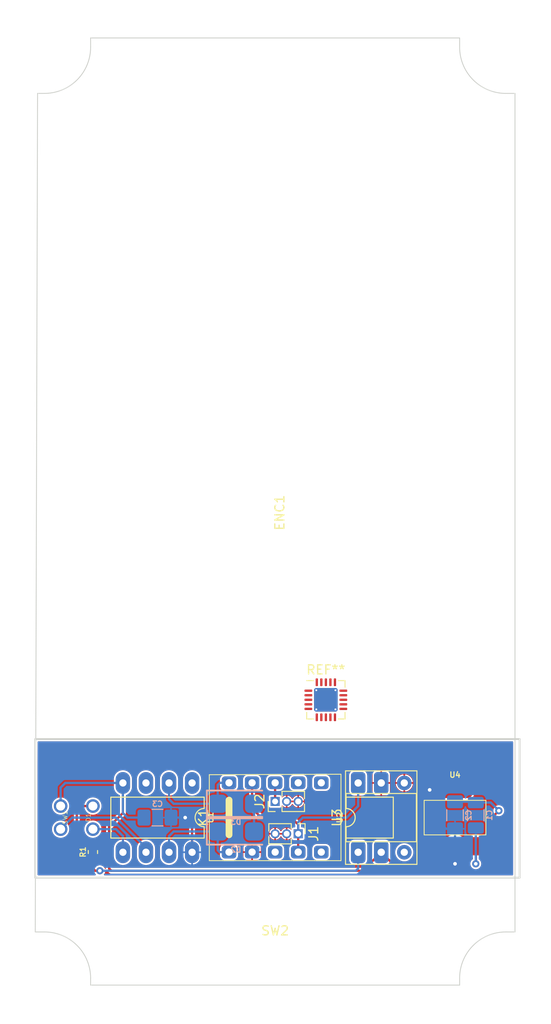
<source format=kicad_pcb>
(kicad_pcb (version 20171130) (host pcbnew "(5.0.2)-1")

  (general
    (thickness 1.6)
    (drawings 4)
    (tracks 91)
    (zones 0)
    (modules 18)
    (nets 18)
  )

  (page A4)
  (layers
    (0 F.Cu signal)
    (31 B.Cu signal)
    (32 B.Adhes user)
    (33 F.Adhes user)
    (34 B.Paste user)
    (35 F.Paste user)
    (36 B.SilkS user)
    (37 F.SilkS user)
    (38 B.Mask user)
    (39 F.Mask user)
    (40 Dwgs.User user)
    (41 Cmts.User user)
    (42 Eco1.User user)
    (43 Eco2.User user)
    (44 Edge.Cuts user)
    (45 Margin user)
    (46 B.CrtYd user)
    (47 F.CrtYd user)
    (48 B.Fab user)
    (49 F.Fab user)
  )

  (setup
    (last_trace_width 0.25)
    (trace_clearance 0.2)
    (zone_clearance 0.1524)
    (zone_45_only no)
    (trace_min 0.2)
    (segment_width 0.2)
    (edge_width 0.15)
    (via_size 0.8)
    (via_drill 0.4)
    (via_min_size 0.4)
    (via_min_drill 0.3)
    (uvia_size 0.3)
    (uvia_drill 0.1)
    (uvias_allowed no)
    (uvia_min_size 0.2)
    (uvia_min_drill 0.1)
    (pcb_text_width 0.3)
    (pcb_text_size 1.5 1.5)
    (mod_edge_width 0.15)
    (mod_text_size 1 1)
    (mod_text_width 0.15)
    (pad_size 1.524 1.524)
    (pad_drill 0.762)
    (pad_to_mask_clearance 0.051)
    (solder_mask_min_width 0.25)
    (aux_axis_origin 0 0)
    (visible_elements 7FFFFF7F)
    (pcbplotparams
      (layerselection 0x010fc_ffffffff)
      (usegerberextensions false)
      (usegerberattributes false)
      (usegerberadvancedattributes false)
      (creategerberjobfile false)
      (excludeedgelayer true)
      (linewidth 0.050000)
      (plotframeref false)
      (viasonmask false)
      (mode 1)
      (useauxorigin false)
      (hpglpennumber 1)
      (hpglpenspeed 20)
      (hpglpendiameter 15.000000)
      (psnegative false)
      (psa4output false)
      (plotreference true)
      (plotvalue true)
      (plotinvisibletext false)
      (padsonsilk false)
      (subtractmaskfromsilk false)
      (outputformat 1)
      (mirror false)
      (drillshape 1)
      (scaleselection 1)
      (outputdirectory ""))
  )

  (net 0 "")
  (net 1 /OPTO_A)
  (net 2 "Net-(U1-Pad1)")
  (net 3 "Net-(U1-Pad3)")
  (net 4 "Net-(D1-Pad1)")
  (net 5 GND_D)
  (net 6 +9.0VDC)
  (net 7 +5.0VDC)
  (net 8 UC_REL_SET)
  (net 9 GND_A)
  (net 10 SND)
  (net 11 RTN)
  (net 12 UC_REL_RST)
  (net 13 UC_MUTE)
  (net 14 UC_SWITCH)
  (net 15 "Net-(D2-Pad2)")
  (net 16 IN)
  (net 17 OUT)

  (net_class Default "This is the default net class."
    (clearance 0.2)
    (trace_width 0.25)
    (via_dia 0.8)
    (via_drill 0.4)
    (uvia_dia 0.3)
    (uvia_drill 0.1)
    (add_net +5.0VDC)
    (add_net +9.0VDC)
    (add_net /OPTO_A)
    (add_net GND_A)
    (add_net GND_D)
    (add_net IN)
    (add_net "Net-(D1-Pad1)")
    (add_net "Net-(D2-Pad2)")
    (add_net "Net-(U1-Pad1)")
    (add_net "Net-(U1-Pad3)")
    (add_net OUT)
    (add_net RTN)
    (add_net SND)
    (add_net UC_MUTE)
    (add_net UC_REL_RST)
    (add_net UC_REL_SET)
    (add_net UC_SWITCH)
  )

  (module SA_Enclosures:Hammond_1590B (layer F.Cu) (tedit 5C695086) (tstamp 5C73419E)
    (at 122.936 61.468 90)
    (path /5C6967E5)
    (fp_text reference ENC1 (at 0 0.508 90) (layer F.SilkS)
      (effects (font (size 1 1) (thickness 0.15)))
    )
    (fp_text value 1590B (at 0 -0.508 90) (layer F.Fab)
      (effects (font (size 1 1) (thickness 0.15)))
    )
    (fp_line (start -46.101 25.4) (end -46.101 26.416) (layer Edge.Cuts) (width 0.1))
    (fp_line (start -51.181 20.32) (end -51.943 20.32) (layer Edge.Cuts) (width 0.1))
    (fp_line (start -51.181 -20.32) (end -51.943 -20.32) (layer Edge.Cuts) (width 0.1))
    (fp_line (start -46.101 -25.4) (end -46.101 -26.416) (layer Edge.Cuts) (width 0.1))
    (fp_line (start 46.101 -25.4) (end 46.101 -26.162) (layer Edge.Cuts) (width 0.1))
    (fp_line (start 52.197 -20.32) (end 51.181 -20.32) (layer Edge.Cuts) (width 0.1))
    (fp_line (start 46.101 25.4) (end 46.101 26.416) (layer Edge.Cuts) (width 0.1))
    (fp_line (start 51.181 20.32) (end 52.197 20.32) (layer Edge.Cuts) (width 0.1))
    (fp_arc (start 51.181 25.4) (end 51.181 20.32) (angle -90) (layer Edge.Cuts) (width 0.1))
    (fp_arc (start -51.181 25.4) (end -46.101 25.4) (angle -90) (layer Edge.Cuts) (width 0.1))
    (fp_arc (start -51.181 -25.4) (end -51.181 -20.32) (angle -90) (layer Edge.Cuts) (width 0.1))
    (fp_arc (start 51.181 -25.4) (end 46.101 -25.4) (angle -90) (layer Edge.Cuts) (width 0.1))
    (fp_line (start -46.101 -26.416) (end 46.101 -26.162) (layer Edge.Cuts) (width 0.1))
    (fp_line (start 52.197 20.32) (end 52.197 -20.32) (layer Edge.Cuts) (width 0.1))
    (fp_line (start -46.101 26.416) (end 46.101 26.416) (layer Edge.Cuts) (width 0.1))
    (fp_line (start -51.943 -20.32) (end -51.943 20.32) (layer Edge.Cuts) (width 0.1))
    (fp_line (start 52.595573 -21.675085) (end 51.119493 -21.675085) (layer Dwgs.User) (width 0.2))
    (fp_line (start 47.595335 -25.199243) (end 47.595335 -26.675323) (layer Dwgs.User) (width 0.2))
    (fp_line (start -53.456349 -20.675323) (end -53.456349 20.776837) (layer Dwgs.User) (width 0.2))
    (fp_line (start 51.119493 -20.675323) (end 51.119493 -21.675085) (layer Dwgs.User) (width 0.2))
    (fp_line (start 46.595573 -25.199243) (end 47.595335 -25.199243) (layer Dwgs.User) (width 0.2))
    (fp_line (start 47.119731 -28.199243) (end 46.595573 -27.675085) (layer Dwgs.User) (width 0.2))
    (fp_line (start -52.456587 21.776599) (end -50.980507 21.776599) (layer Dwgs.User) (width 0.2))
    (fp_line (start -52.980745 22.300757) (end -52.456587 21.776599) (layer Dwgs.User) (width 0.2))
    (fp_line (start -50.980507 -21.675085) (end -52.456587 -21.675085) (layer Dwgs.User) (width 0.2))
    (fp_arc (start -50.980507 -25.199243) (end -50.980507 -21.675085) (angle -90) (layer Dwgs.User) (width 0.2))
    (fp_line (start -52.456587 -21.675085) (end -52.980745 -22.199243) (layer Dwgs.User) (width 0.2))
    (fp_arc (start 51.119493 -25.199243) (end 46.595573 -25.199243) (angle -90) (layer Dwgs.User) (width 0.2))
    (fp_line (start -53.456349 20.776837) (end -53.980507 21.300995) (layer Dwgs.User) (width 0.2))
    (fp_line (start -50.980507 20.776837) (end -52.456587 20.776837) (layer Dwgs.User) (width 0.2))
    (fp_line (start -50.980507 21.776599) (end -50.980507 20.776837) (layer Dwgs.User) (width 0.2))
    (fp_arc (start 51.119493 -25.199243) (end 47.595335 -25.199243) (angle -90) (layer Dwgs.User) (width 0.2))
    (fp_line (start -52.456587 -20.675323) (end -50.980507 -20.675323) (layer Dwgs.User) (width 0.2))
    (fp_line (start -52.456587 20.776837) (end -52.456587 -20.675323) (layer Dwgs.User) (width 0.2))
    (fp_line (start 46.595573 -26.675323) (end 46.595573 -25.199243) (layer Dwgs.User) (width 0.2))
    (fp_line (start 47.595335 -26.675323) (end 48.119493 -27.199481) (layer Dwgs.User) (width 0.2))
    (fp_line (start -53.980507 -21.199481) (end -53.456349 -20.675323) (layer Dwgs.User) (width 0.2))
    (fp_line (start 51.119493 -20.675323) (end 52.595573 -20.675323) (layer Dwgs.User) (width 0.2))
    (fp_line (start -47.456349 25.300757) (end -46.456587 25.300757) (layer Dwgs.User) (width 0.2))
    (fp_line (start 53.595335 20.776837) (end 53.595335 -20.675323) (layer Dwgs.User) (width 0.2))
    (fp_line (start 53.595335 -20.675323) (end 54.119493 -21.199481) (layer Dwgs.User) (width 0.2))
    (fp_line (start 52.595573 -20.675323) (end 52.595573 20.776837) (layer Dwgs.User) (width 0.2))
    (fp_line (start 53.119731 -22.199243) (end 52.595573 -21.675085) (layer Dwgs.User) (width 0.2))
    (fp_arc (start -50.980507 -25.199243) (end -50.980507 -20.675323) (angle -90) (layer Dwgs.User) (width 0.2))
    (fp_line (start 52.595573 -21.675085) (end 52.595573 -20.675323) (layer Dwgs.User) (width 0.2))
    (fp_line (start -47.456349 -26.675323) (end -46.456587 -26.675323) (layer Dwgs.User) (width 0.2))
    (fp_line (start -53.456349 -20.675323) (end -52.456587 -20.675323) (layer Dwgs.User) (width 0.2))
    (fp_line (start 52.595573 20.776837) (end 52.595573 21.776599) (layer Dwgs.User) (width 0.2))
    (fp_line (start -50.980507 -21.675085) (end -50.980507 -20.675323) (layer Dwgs.User) (width 0.2))
    (fp_line (start 46.595573 -27.675085) (end -46.456587 -27.675085) (layer Dwgs.User) (width 0.2))
    (fp_line (start -46.456587 -26.675323) (end 46.595573 -26.675323) (layer Dwgs.User) (width 0.2))
    (fp_line (start -47.456349 -26.675323) (end -47.456349 -25.199243) (layer Dwgs.User) (width 0.2))
    (fp_line (start 46.595573 -27.675085) (end 46.595573 -26.675323) (layer Dwgs.User) (width 0.2))
    (fp_line (start -47.980507 -27.199481) (end -47.456349 -26.675323) (layer Dwgs.User) (width 0.2))
    (fp_line (start -46.456587 26.776837) (end -47.456349 26.776837) (layer Dwgs.User) (width 0.2))
    (fp_line (start -47.456349 -25.199243) (end -46.456587 -25.199243) (layer Dwgs.User) (width 0.2))
    (fp_line (start -46.456587 -27.675085) (end -46.980745 -28.199243) (layer Dwgs.User) (width 0.2))
    (fp_line (start -46.456587 -25.199243) (end -46.456587 -26.675323) (layer Dwgs.User) (width 0.2))
    (fp_line (start -46.456587 -26.675323) (end -46.456587 -27.675085) (layer Dwgs.User) (width 0.2))
    (fp_line (start -52.456587 -20.675323) (end -52.456587 -21.675085) (layer Dwgs.User) (width 0.2))
    (fp_line (start -52.456587 20.776837) (end -53.456349 20.776837) (layer Dwgs.User) (width 0.2))
    (fp_line (start -46.456587 27.776599) (end -46.456587 26.776837) (layer Dwgs.User) (width 0.2))
    (fp_line (start 47.595335 26.776837) (end 46.595573 26.776837) (layer Dwgs.User) (width 0.2))
    (fp_line (start 46.595573 26.776837) (end 46.595573 27.776599) (layer Dwgs.User) (width 0.2))
    (fp_line (start -52.456587 21.776599) (end -52.456587 20.776837) (layer Dwgs.User) (width 0.2))
    (fp_line (start 53.595335 20.776837) (end 52.595573 20.776837) (layer Dwgs.User) (width 0.2))
    (fp_line (start 52.595573 -20.675323) (end 53.595335 -20.675323) (layer Dwgs.User) (width 0.2))
    (fp_line (start 46.595573 -26.675323) (end 47.595335 -26.675323) (layer Dwgs.User) (width 0.2))
    (fp_line (start 51.119493 22.300757) (end 51.119493 21.776599) (layer Dwgs.User) (width 0.2))
    (fp_line (start 52.595573 21.776599) (end 53.119731 22.300757) (layer Dwgs.User) (width 0.2))
    (fp_line (start 51.119493 20.776837) (end 51.119493 21.776599) (layer Dwgs.User) (width 0.2))
    (fp_arc (start 51.119493 25.300757) (end 51.119493 21.776599) (angle -90) (layer Dwgs.User) (width 0.2))
    (fp_arc (start 51.119493 25.300757) (end 51.119493 20.776837) (angle -90) (layer Dwgs.User) (width 0.2))
    (fp_line (start 51.119493 -22.199243) (end 51.119493 -21.675085) (layer Dwgs.User) (width 0.2))
    (fp_line (start 52.595573 20.776837) (end 51.119493 20.776837) (layer Dwgs.User) (width 0.2))
    (fp_line (start 48.119493 -25.199243) (end 47.595335 -25.199243) (layer Dwgs.User) (width 0.2))
    (fp_line (start 46.595573 25.300757) (end 46.595573 26.776837) (layer Dwgs.User) (width 0.2))
    (fp_arc (start 51.119493 25.300757) (end 51.119493 22.300757) (angle -90) (layer Dwgs.User) (width 0.2))
    (fp_line (start -47.980507 -25.199243) (end -47.456349 -25.199243) (layer Dwgs.User) (width 0.2))
    (fp_line (start 47.595335 26.776837) (end 47.595335 25.300757) (layer Dwgs.User) (width 0.2))
    (fp_line (start 46.595573 25.300757) (end 47.595335 25.300757) (layer Dwgs.User) (width 0.2))
    (fp_line (start -46.456587 27.776599) (end 46.595573 27.776599) (layer Dwgs.User) (width 0.2))
    (fp_circle (center 51.119493 -25.199243) (end 52.440493 -25.199243) (layer Dwgs.User) (width 0.2))
    (fp_circle (center 51.119493 25.300757) (end 52.869493 25.300757) (layer Dwgs.User) (width 0.2))
    (fp_line (start -47.980507 -25.199243) (end -47.980507 -27.199481) (layer Dwgs.User) (width 0.2))
    (fp_line (start -50.980507 -22.199243) (end -50.980507 -21.675085) (layer Dwgs.User) (width 0.2))
    (fp_arc (start -50.980507 25.300757) (end -46.456587 25.300757) (angle -90) (layer Dwgs.User) (width 0.2))
    (fp_line (start 48.119493 -27.199481) (end 48.119493 -25.199243) (layer Dwgs.User) (width 0.2))
    (fp_circle (center -50.980507 25.300757) (end -49.659507 25.300757) (layer Dwgs.User) (width 0.2))
    (fp_line (start 53.119731 22.300757) (end 51.119493 22.300757) (layer Dwgs.User) (width 0.2))
    (fp_line (start 47.119731 28.300757) (end -46.980745 28.300757) (layer Dwgs.User) (width 0.2))
    (fp_line (start 54.119493 21.300995) (end 53.595335 20.776837) (layer Dwgs.User) (width 0.2))
    (fp_arc (start -50.980507 25.300757) (end -47.456349 25.300757) (angle -90) (layer Dwgs.User) (width 0.2))
    (fp_line (start -47.980507 27.300995) (end -47.980507 25.300757) (layer Dwgs.User) (width 0.2))
    (fp_line (start -46.980745 28.300757) (end -46.456587 27.776599) (layer Dwgs.User) (width 0.2))
    (fp_line (start 51.119493 -22.199243) (end 53.119731 -22.199243) (layer Dwgs.User) (width 0.2))
    (fp_line (start 54.119493 -21.199481) (end 54.119493 21.300995) (layer Dwgs.User) (width 0.2))
    (fp_line (start 48.119493 25.300757) (end 48.119493 27.300995) (layer Dwgs.User) (width 0.2))
    (fp_arc (start -50.980507 25.300757) (end -47.980507 25.300757) (angle -90) (layer Dwgs.User) (width 0.2))
    (fp_arc (start -50.980507 -25.199243) (end -50.980507 -22.199243) (angle -90) (layer Dwgs.User) (width 0.2))
    (fp_circle (center 51.119493 -25.199243) (end 52.869493 -25.199243) (layer Dwgs.User) (width 0.2))
    (fp_circle (center -50.980507 25.300757) (end -49.230507 25.300757) (layer Dwgs.User) (width 0.2))
    (fp_line (start 46.595573 26.776837) (end -46.456587 26.776837) (layer Dwgs.User) (width 0.2))
    (fp_line (start -46.456587 26.776837) (end -46.456587 25.300757) (layer Dwgs.User) (width 0.2))
    (fp_arc (start 51.119493 -25.199243) (end 48.119493 -25.199243) (angle -90) (layer Dwgs.User) (width 0.2))
    (fp_circle (center 51.119493 25.300757) (end 52.440493 25.300757) (layer Dwgs.User) (width 0.2))
    (fp_circle (center -50.980507 -25.199243) (end -49.230507 -25.199243) (layer Dwgs.User) (width 0.2))
    (fp_line (start -47.456349 25.300757) (end -47.456349 26.776837) (layer Dwgs.User) (width 0.2))
    (fp_line (start -50.980507 22.300757) (end -52.980745 22.300757) (layer Dwgs.User) (width 0.2))
    (fp_line (start -50.980507 22.300757) (end -50.980507 21.776599) (layer Dwgs.User) (width 0.2))
    (fp_line (start 46.595573 27.776599) (end 47.119731 28.300757) (layer Dwgs.User) (width 0.2))
    (fp_line (start -52.980745 -22.199243) (end -50.980507 -22.199243) (layer Dwgs.User) (width 0.2))
    (fp_line (start 48.119493 27.300995) (end 47.595335 26.776837) (layer Dwgs.User) (width 0.2))
    (fp_line (start 51.119493 21.776599) (end 52.595573 21.776599) (layer Dwgs.User) (width 0.2))
    (fp_line (start -46.980745 -28.199243) (end 47.119731 -28.199243) (layer Dwgs.User) (width 0.2))
    (fp_line (start -53.980507 21.300995) (end -53.980507 -21.199481) (layer Dwgs.User) (width 0.2))
    (fp_line (start -47.456349 26.776837) (end -47.980507 27.300995) (layer Dwgs.User) (width 0.2))
    (fp_line (start 48.119493 25.300757) (end 47.595335 25.300757) (layer Dwgs.User) (width 0.2))
    (fp_circle (center -50.980507 -25.199243) (end -49.659507 -25.199243) (layer Dwgs.User) (width 0.2))
    (fp_line (start -47.980507 25.300757) (end -47.456349 25.300757) (layer Dwgs.User) (width 0.2))
    (fp_line (start 50.269493 -30.199243) (end -50.130507 -30.199243) (layer Dwgs.User) (width 0.2))
    (fp_arc (start 50.269493 24.300757) (end 50.269493 30.300757) (angle -90) (layer Dwgs.User) (width 0.2))
    (fp_line (start -50.130507 30.300757) (end 50.269493 30.300757) (layer Dwgs.User) (width 0.2))
    (fp_line (start -56.130507 -24.199243) (end -56.130507 24.300757) (layer Dwgs.User) (width 0.2))
    (fp_arc (start 50.269493 -24.199243) (end 56.269493 -24.199243) (angle -90) (layer Dwgs.User) (width 0.2))
    (fp_line (start 56.269493 24.300757) (end 56.269493 -24.199243) (layer Dwgs.User) (width 0.2))
    (fp_arc (start -50.130507 24.300757) (end -56.130507 24.300757) (angle -90) (layer Dwgs.User) (width 0.2))
    (fp_arc (start -50.130507 -24.199243) (end -50.130507 -30.199243) (angle -90) (layer Dwgs.User) (width 0.2))
    (fp_line (start 52.197 0) (end -51.943 0) (layer F.Fab) (width 0.1))
    (fp_line (start 0 26.416) (end 0 -26.289) (layer F.Fab) (width 0.1))
    (model ${SA_LIB_3DSHAPES}/Hammond_1590B/1590A_NoLid.step
      (at (xyz 0 0 0))
      (scale (xyz 1 1 1))
      (rotate (xyz 0 0 0))
    )
  )

  (module SA_Switches_THT:Switch_NO_MOM (layer F.Cu) (tedit 5C6950D2) (tstamp 5C77EDBE)
    (at 122.936 106.934)
    (path /5C69DE8C)
    (fp_text reference SW2 (at 0 0.5) (layer F.SilkS)
      (effects (font (size 1 1) (thickness 0.15)))
    )
    (fp_text value NO_MOM (at 0 -0.5) (layer F.Fab)
      (effects (font (size 1 1) (thickness 0.15)))
    )
    (fp_line (start -18.5 2.5) (end -12.5 2.5) (layer F.Fab) (width 0.1))
    (fp_line (start -18.5 4.5) (end -18.5 2.5) (layer F.Fab) (width 0.1))
    (fp_line (start -12.5 4.5) (end -18.5 4.5) (layer F.Fab) (width 0.1))
    (fp_line (start -18.5 -2.5) (end -12.5 -2.5) (layer F.Fab) (width 0.1))
    (fp_line (start -18.5 -4.5) (end -18.5 -2.5) (layer F.Fab) (width 0.1))
    (fp_line (start -12.5 -4.5) (end -18.5 -4.5) (layer F.Fab) (width 0.1))
    (fp_line (start 12.5 -6.5) (end -12.5 -6.5) (layer F.Fab) (width 0.1))
    (fp_line (start 12.5 6.5) (end 12.5 -6.5) (layer F.Fab) (width 0.1))
    (fp_line (start -12.5 6.5) (end 12.5 6.5) (layer F.Fab) (width 0.1))
    (fp_line (start -12.5 -6.5) (end -12.5 6.5) (layer F.Fab) (width 0.1))
    (fp_line (start -12.5 0) (end 12.5 0) (layer F.Fab) (width 0.1))
    (fp_line (start 0 -6.5) (end 0 6.5) (layer F.Fab) (width 0.1))
  )

  (module Connector_PinHeader_1.27mm:PinHeader_1x03_P1.27mm_Vertical (layer F.Cu) (tedit 5C6954BC) (tstamp 5C7342C7)
    (at 125.476 96.774 270)
    (descr "Through hole straight pin header, 1x03, 1.27mm pitch, single row")
    (tags "Through hole pin header THT 1x03 1.27mm single row")
    (path /5C69697D)
    (fp_text reference J1 (at 0 -1.695 270) (layer F.SilkS)
      (effects (font (size 1 1) (thickness 0.15)))
    )
    (fp_text value Conn_01x03 (at 0 4.235 270) (layer F.Fab) hide
      (effects (font (size 1 1) (thickness 0.15)))
    )
    (fp_text user %R (at 0 1.27) (layer F.Fab)
      (effects (font (size 1 1) (thickness 0.15)))
    )
    (fp_line (start 1.55 -1.15) (end -1.55 -1.15) (layer F.CrtYd) (width 0.05))
    (fp_line (start 1.55 3.7) (end 1.55 -1.15) (layer F.CrtYd) (width 0.05))
    (fp_line (start -1.55 3.7) (end 1.55 3.7) (layer F.CrtYd) (width 0.05))
    (fp_line (start -1.55 -1.15) (end -1.55 3.7) (layer F.CrtYd) (width 0.05))
    (fp_line (start -1.11 -0.76) (end 0 -0.76) (layer F.SilkS) (width 0.12))
    (fp_line (start -1.11 0) (end -1.11 -0.76) (layer F.SilkS) (width 0.12))
    (fp_line (start 0.563471 0.76) (end 1.11 0.76) (layer F.SilkS) (width 0.12))
    (fp_line (start -1.11 0.76) (end -0.563471 0.76) (layer F.SilkS) (width 0.12))
    (fp_line (start 1.11 0.76) (end 1.11 3.235) (layer F.SilkS) (width 0.12))
    (fp_line (start -1.11 0.76) (end -1.11 3.235) (layer F.SilkS) (width 0.12))
    (fp_line (start 0.30753 3.235) (end 1.11 3.235) (layer F.SilkS) (width 0.12))
    (fp_line (start -1.11 3.235) (end -0.30753 3.235) (layer F.SilkS) (width 0.12))
    (fp_line (start -1.05 -0.11) (end -0.525 -0.635) (layer F.Fab) (width 0.1))
    (fp_line (start -1.05 3.175) (end -1.05 -0.11) (layer F.Fab) (width 0.1))
    (fp_line (start 1.05 3.175) (end -1.05 3.175) (layer F.Fab) (width 0.1))
    (fp_line (start 1.05 -0.635) (end 1.05 3.175) (layer F.Fab) (width 0.1))
    (fp_line (start -0.525 -0.635) (end 1.05 -0.635) (layer F.Fab) (width 0.1))
    (pad 3 thru_hole oval (at 0 2.54 270) (size 1 1) (drill 0.65) (layers *.Cu *.Mask)
      (net 9 GND_A))
    (pad 2 thru_hole oval (at 0 1.27 270) (size 1 1) (drill 0.65) (layers *.Cu *.Mask)
      (net 9 GND_A))
    (pad 1 thru_hole rect (at 0 0 270) (size 1 1) (drill 0.65) (layers *.Cu *.Mask)
      (net 16 IN))
    (model ${KISYS3DMOD}/Connector_PinHeader_1.27mm.3dshapes/PinHeader_1x03_P1.27mm_Vertical.wrl
      (at (xyz 0 0 0))
      (scale (xyz 1 1 1))
      (rotate (xyz 0 0 0))
    )
  )

  (module Connector_PinHeader_1.27mm:PinHeader_1x03_P1.27mm_Vertical (layer F.Cu) (tedit 5C6954C0) (tstamp 5C7342AF)
    (at 122.936 93.218 90)
    (descr "Through hole straight pin header, 1x03, 1.27mm pitch, single row")
    (tags "Through hole pin header THT 1x03 1.27mm single row")
    (path /5C696AD9)
    (fp_text reference J2 (at 0 -1.695 90) (layer F.SilkS)
      (effects (font (size 1 1) (thickness 0.15)))
    )
    (fp_text value Conn_01x03 (at 0 4.235 90) (layer F.Fab) hide
      (effects (font (size 1 1) (thickness 0.15)))
    )
    (fp_line (start -0.525 -0.635) (end 1.05 -0.635) (layer F.Fab) (width 0.1))
    (fp_line (start 1.05 -0.635) (end 1.05 3.175) (layer F.Fab) (width 0.1))
    (fp_line (start 1.05 3.175) (end -1.05 3.175) (layer F.Fab) (width 0.1))
    (fp_line (start -1.05 3.175) (end -1.05 -0.11) (layer F.Fab) (width 0.1))
    (fp_line (start -1.05 -0.11) (end -0.525 -0.635) (layer F.Fab) (width 0.1))
    (fp_line (start -1.11 3.235) (end -0.30753 3.235) (layer F.SilkS) (width 0.12))
    (fp_line (start 0.30753 3.235) (end 1.11 3.235) (layer F.SilkS) (width 0.12))
    (fp_line (start -1.11 0.76) (end -1.11 3.235) (layer F.SilkS) (width 0.12))
    (fp_line (start 1.11 0.76) (end 1.11 3.235) (layer F.SilkS) (width 0.12))
    (fp_line (start -1.11 0.76) (end -0.563471 0.76) (layer F.SilkS) (width 0.12))
    (fp_line (start 0.563471 0.76) (end 1.11 0.76) (layer F.SilkS) (width 0.12))
    (fp_line (start -1.11 0) (end -1.11 -0.76) (layer F.SilkS) (width 0.12))
    (fp_line (start -1.11 -0.76) (end 0 -0.76) (layer F.SilkS) (width 0.12))
    (fp_line (start -1.55 -1.15) (end -1.55 3.7) (layer F.CrtYd) (width 0.05))
    (fp_line (start -1.55 3.7) (end 1.55 3.7) (layer F.CrtYd) (width 0.05))
    (fp_line (start 1.55 3.7) (end 1.55 -1.15) (layer F.CrtYd) (width 0.05))
    (fp_line (start 1.55 -1.15) (end -1.55 -1.15) (layer F.CrtYd) (width 0.05))
    (fp_text user %R (at 0 1.27 180) (layer F.Fab)
      (effects (font (size 1 1) (thickness 0.15)))
    )
    (pad 1 thru_hole rect (at 0 0 90) (size 1 1) (drill 0.65) (layers *.Cu *.Mask)
      (net 17 OUT))
    (pad 2 thru_hole oval (at 0 1.27 90) (size 1 1) (drill 0.65) (layers *.Cu *.Mask)
      (net 9 GND_A))
    (pad 3 thru_hole oval (at 0 2.54 90) (size 1 1) (drill 0.65) (layers *.Cu *.Mask)
      (net 9 GND_A))
    (model ${KISYS3DMOD}/Connector_PinHeader_1.27mm.3dshapes/PinHeader_1x03_P1.27mm_Vertical.wrl
      (at (xyz 0 0 0))
      (scale (xyz 1 1 1))
      (rotate (xyz 0 0 0))
    )
  )

  (module SA_Capacitors_SMD:C_1206_3216M (layer B.Cu) (tedit 5C29F026) (tstamp 5C6D60C0)
    (at 145.034 94.742 90)
    (descr "Capacitor SMD 1206 (3216 Metric), square (rectangular) end terminal, IPC_7351 nominal, (Body size source: http://www.tortai-tech.com/upload/download/2011102023233369053.pdf), generated with kicad-footprint-generator")
    (tags capacitor)
    (path /5C673138)
    (attr smd)
    (fp_text reference C1 (at 0 1.5 90) (layer B.SilkS)
      (effects (font (size 0.6 0.6) (thickness 0.127)) (justify mirror))
    )
    (fp_text value 10uF/cer (at 0 -1.35 90) (layer B.Fab)
      (effects (font (size 0.3 0.3) (thickness 0.03)) (justify mirror))
    )
    (fp_line (start -1.6 -0.8) (end -1.6 0.8) (layer B.Fab) (width 0.1))
    (fp_line (start -1.6 0.8) (end 1.6 0.8) (layer B.Fab) (width 0.1))
    (fp_line (start 1.6 0.8) (end 1.6 -0.8) (layer B.Fab) (width 0.1))
    (fp_line (start 1.6 -0.8) (end -1.6 -0.8) (layer B.Fab) (width 0.1))
    (fp_line (start -0.602064 0.91) (end 0.602064 0.91) (layer B.SilkS) (width 0.12))
    (fp_line (start -0.602064 -0.91) (end 0.602064 -0.91) (layer B.SilkS) (width 0.12))
    (fp_line (start -2.28 -1.12) (end -2.28 1.12) (layer B.CrtYd) (width 0.05))
    (fp_line (start -2.28 1.12) (end 2.28 1.12) (layer B.CrtYd) (width 0.05))
    (fp_line (start 2.28 1.12) (end 2.28 -1.12) (layer B.CrtYd) (width 0.05))
    (fp_line (start 2.28 -1.12) (end -2.28 -1.12) (layer B.CrtYd) (width 0.05))
    (fp_text user %R (at 0 0 90) (layer B.Fab)
      (effects (font (size 0.4 0.4) (thickness 0.05)) (justify mirror))
    )
    (pad 1 smd roundrect (at -1.4 0 90) (size 1.25 1.75) (layers B.Cu B.Paste B.Mask) (roundrect_rratio 0.2)
      (net 6 +9.0VDC))
    (pad 2 smd roundrect (at 1.4 0 90) (size 1.25 1.75) (layers B.Cu B.Paste B.Mask) (roundrect_rratio 0.2)
      (net 5 GND_D))
    (model ${SA_LIB_3DSHAPES}/Packages/C_1206_3216Metric.step
      (at (xyz 0 0 0))
      (scale (xyz 1 1 1))
      (rotate (xyz 0 0 0))
    )
  )

  (module SA_Capacitors_SMD:C_1206_3216M_HandSolder (layer B.Cu) (tedit 5C29F039) (tstamp 5C6D60AF)
    (at 142.748 94.742 90)
    (path /5C6731AC)
    (attr smd)
    (fp_text reference C2 (at 0 1.5 90) (layer B.SilkS)
      (effects (font (size 0.6 0.6) (thickness 0.127)) (justify mirror))
    )
    (fp_text value 4.7uF/cer/lowESR (at 0 -1.35 90) (layer B.Fab)
      (effects (font (size 0.3 0.3) (thickness 0.03)) (justify mirror))
    )
    (fp_text user %R (at 0 0 90) (layer B.Fab)
      (effects (font (size 0.4 0.4) (thickness 0.05)) (justify mirror))
    )
    (fp_line (start 2.45 -1.12) (end -2.45 -1.12) (layer B.CrtYd) (width 0.05))
    (fp_line (start 2.45 1.12) (end 2.45 -1.12) (layer B.CrtYd) (width 0.05))
    (fp_line (start -2.45 1.12) (end 2.45 1.12) (layer B.CrtYd) (width 0.05))
    (fp_line (start -2.45 -1.12) (end -2.45 1.12) (layer B.CrtYd) (width 0.05))
    (fp_line (start -0.602064 -0.91) (end 0.602064 -0.91) (layer B.SilkS) (width 0.12))
    (fp_line (start -0.602064 0.91) (end 0.602064 0.91) (layer B.SilkS) (width 0.12))
    (fp_line (start 1.6 -0.8) (end -1.6 -0.8) (layer B.Fab) (width 0.1))
    (fp_line (start 1.6 0.8) (end 1.6 -0.8) (layer B.Fab) (width 0.1))
    (fp_line (start -1.6 0.8) (end 1.6 0.8) (layer B.Fab) (width 0.1))
    (fp_line (start -1.6 -0.8) (end -1.6 0.8) (layer B.Fab) (width 0.1))
    (pad 2 smd roundrect (at 1.4875 0 90) (size 1.425 1.75) (layers B.Cu B.Paste B.Mask) (roundrect_rratio 0.175439)
      (net 5 GND_D))
    (pad 1 smd roundrect (at -1.4875 0 90) (size 1.425 1.75) (layers B.Cu B.Paste B.Mask) (roundrect_rratio 0.175439)
      (net 7 +5.0VDC))
    (model ${SA_LIB_3DSHAPES}/Packages/C_1206_3216Metric.step
      (at (xyz 0 0 0))
      (scale (xyz 1 1 1))
      (rotate (xyz 0 0 0))
    )
  )

  (module SA_Capacitors_SMD:C_1206_3216M_HandSolder (layer B.Cu) (tedit 5C29F039) (tstamp 5C6D609E)
    (at 109.982 94.996 180)
    (path /5C676292)
    (attr smd)
    (fp_text reference C3 (at 0 1.5 180) (layer B.SilkS)
      (effects (font (size 0.6 0.6) (thickness 0.127)) (justify mirror))
    )
    (fp_text value 100n/decoupling (at 0 -1.35 180) (layer B.Fab)
      (effects (font (size 0.3 0.3) (thickness 0.03)) (justify mirror))
    )
    (fp_line (start -1.6 -0.8) (end -1.6 0.8) (layer B.Fab) (width 0.1))
    (fp_line (start -1.6 0.8) (end 1.6 0.8) (layer B.Fab) (width 0.1))
    (fp_line (start 1.6 0.8) (end 1.6 -0.8) (layer B.Fab) (width 0.1))
    (fp_line (start 1.6 -0.8) (end -1.6 -0.8) (layer B.Fab) (width 0.1))
    (fp_line (start -0.602064 0.91) (end 0.602064 0.91) (layer B.SilkS) (width 0.12))
    (fp_line (start -0.602064 -0.91) (end 0.602064 -0.91) (layer B.SilkS) (width 0.12))
    (fp_line (start -2.45 -1.12) (end -2.45 1.12) (layer B.CrtYd) (width 0.05))
    (fp_line (start -2.45 1.12) (end 2.45 1.12) (layer B.CrtYd) (width 0.05))
    (fp_line (start 2.45 1.12) (end 2.45 -1.12) (layer B.CrtYd) (width 0.05))
    (fp_line (start 2.45 -1.12) (end -2.45 -1.12) (layer B.CrtYd) (width 0.05))
    (fp_text user %R (at 0 0.025001 180) (layer B.Fab)
      (effects (font (size 0.4 0.4) (thickness 0.05)) (justify mirror))
    )
    (pad 1 smd roundrect (at -1.4875 0 180) (size 1.425 1.75) (layers B.Cu B.Paste B.Mask) (roundrect_rratio 0.175439)
      (net 7 +5.0VDC))
    (pad 2 smd roundrect (at 1.4875 0 180) (size 1.425 1.75) (layers B.Cu B.Paste B.Mask) (roundrect_rratio 0.175439)
      (net 5 GND_D))
    (model ${SA_LIB_3DSHAPES}/Packages/C_1206_3216Metric.step
      (at (xyz 0 0 0))
      (scale (xyz 1 1 1))
      (rotate (xyz 0 0 0))
    )
  )

  (module SA_Connectors_Wire:Wire_Pad_2x_1.0mm_Hole_1.5_Annular_2.54mm_Pitch (layer F.Cu) (tedit 5C58444F) (tstamp 5C6D6061)
    (at 99.314 94.996 90)
    (path /5C676907)
    (fp_text reference SW1 (at 0 0.5 90) (layer F.SilkS)
      (effects (font (size 0.5 0.5) (thickness 0.05)))
    )
    (fp_text value SW_Push (at 0 -0.5 90) (layer F.Fab) hide
      (effects (font (size 0.5 0.5) (thickness 0.05)))
    )
    (pad 2 thru_hole circle (at 1.27 0 90) (size 1.5 1.5) (drill 1) (layers *.Cu *.Mask)
      (net 5 GND_D))
    (pad 1 thru_hole circle (at -1.27 0 90) (size 1.5 1.5) (drill 1) (layers *.Cu *.Mask)
      (net 14 UC_SWITCH))
  )

  (module SA_Connectors_Wire:Wire_Pad_2x_1.0mm_Hole_1.5_Annular_2.54mm_Pitch (layer F.Cu) (tedit 5C58444F) (tstamp 5C6D604F)
    (at 102.87 94.996 270)
    (path /5C6732CC)
    (fp_text reference D1 (at 0 0.5 270) (layer F.SilkS)
      (effects (font (size 0.5 0.5) (thickness 0.05)))
    )
    (fp_text value LED_ALT (at 0 -0.5 270) (layer F.Fab) hide
      (effects (font (size 0.5 0.5) (thickness 0.05)))
    )
    (pad 1 thru_hole circle (at -1.27 0 270) (size 1.5 1.5) (drill 1) (layers *.Cu *.Mask)
      (net 4 "Net-(D1-Pad1)"))
    (pad 2 thru_hole circle (at 1.27 0 270) (size 1.5 1.5) (drill 1) (layers *.Cu *.Mask)
      (net 13 UC_MUTE))
  )

  (module SA_Diodes_SMD:ON_Semi_1SMA5918BT3G_SMA_DO-214AC (layer B.Cu) (tedit 5C242939) (tstamp 5C6D6049)
    (at 118.618 93.472)
    (path /5C67707A)
    (attr smd)
    (fp_text reference D3 (at 0 2) (layer B.SilkS)
      (effects (font (size 0.6 0.6) (thickness 0.127)) (justify mirror))
    )
    (fp_text value ON_Semi_1SMA5918BT3G (at 0 -1.9) (layer B.Fab)
      (effects (font (size 0.3 0.3) (thickness 0.03)) (justify mirror))
    )
    (fp_text user %R (at 0 0) (layer B.Fab)
      (effects (font (size 0.4 0.4) (thickness 0.05)) (justify mirror))
    )
    (fp_line (start -3.2 1.45) (end -3.2 -1.45) (layer B.SilkS) (width 0.2))
    (fp_line (start 2.16 -1.3) (end -2.16 -1.3) (layer B.Fab) (width 0.1))
    (fp_line (start -2.16 -1.3) (end -2.16 1.3) (layer B.Fab) (width 0.1))
    (fp_line (start 2.16 1.3) (end 2.16 -1.3) (layer B.Fab) (width 0.1))
    (fp_line (start 2.16 1.3) (end -2.16 1.3) (layer B.Fab) (width 0.1))
    (fp_line (start -3.4 1.6) (end 3.1 1.6) (layer B.CrtYd) (width 0.05))
    (fp_line (start 3.1 1.6) (end 3.1 -1.6) (layer B.CrtYd) (width 0.05))
    (fp_line (start 3.1 -1.6) (end -3.4 -1.6) (layer B.CrtYd) (width 0.05))
    (fp_line (start -3.4 -1.6) (end -3.4 1.6) (layer B.CrtYd) (width 0.05))
    (fp_line (start -1.62 1.3) (end -1.62 -1.3) (layer B.Fab) (width 0.1))
    (fp_line (start -3.2 -1.45) (end 2.9 -1.45) (layer B.SilkS) (width 0.2))
    (fp_line (start -3.2 1.45) (end 2.9 1.45) (layer B.SilkS) (width 0.2))
    (pad 1 smd roundrect (at -2 0) (size 2 2) (layers B.Cu B.Paste B.Mask) (roundrect_rratio 0.25)
      (net 12 UC_REL_RST))
    (pad 2 smd roundrect (at 2 0) (size 2 2) (layers B.Cu B.Paste B.Mask) (roundrect_rratio 0.25)
      (net 15 "Net-(D2-Pad2)"))
    (model ${SA_LIB_3DSHAPES}/ON_Semi_1SMA5918BT3G_SMA_DO-214AC/ON_Semi_1SMA5918BT3G_SMA_DO-214AC.step
      (at (xyz 0 0 0))
      (scale (xyz 1 1 1))
      (rotate (xyz 0 0 0))
    )
  )

  (module SA_Diodes_SMD:ON_Semi_1SMA5918BT3G_SMA_DO-214AC (layer B.Cu) (tedit 5C242939) (tstamp 5C6D6036)
    (at 118.618 96.52)
    (path /5C676FED)
    (attr smd)
    (fp_text reference D2 (at 0 2) (layer B.SilkS)
      (effects (font (size 0.6 0.6) (thickness 0.127)) (justify mirror))
    )
    (fp_text value ON_Semi_1SMA5918BT3G (at 0 -1.9) (layer B.Fab)
      (effects (font (size 0.3 0.3) (thickness 0.03)) (justify mirror))
    )
    (fp_line (start -3.2 1.45) (end 2.9 1.45) (layer B.SilkS) (width 0.2))
    (fp_line (start -3.2 -1.45) (end 2.9 -1.45) (layer B.SilkS) (width 0.2))
    (fp_line (start -1.62 1.3) (end -1.62 -1.3) (layer B.Fab) (width 0.1))
    (fp_line (start -3.4 -1.6) (end -3.4 1.6) (layer B.CrtYd) (width 0.05))
    (fp_line (start 3.1 -1.6) (end -3.4 -1.6) (layer B.CrtYd) (width 0.05))
    (fp_line (start 3.1 1.6) (end 3.1 -1.6) (layer B.CrtYd) (width 0.05))
    (fp_line (start -3.4 1.6) (end 3.1 1.6) (layer B.CrtYd) (width 0.05))
    (fp_line (start 2.16 1.3) (end -2.16 1.3) (layer B.Fab) (width 0.1))
    (fp_line (start 2.16 1.3) (end 2.16 -1.3) (layer B.Fab) (width 0.1))
    (fp_line (start -2.16 -1.3) (end -2.16 1.3) (layer B.Fab) (width 0.1))
    (fp_line (start 2.16 -1.3) (end -2.16 -1.3) (layer B.Fab) (width 0.1))
    (fp_line (start -3.2 1.45) (end -3.2 -1.45) (layer B.SilkS) (width 0.2))
    (fp_text user %R (at 0 0) (layer B.Fab)
      (effects (font (size 0.4 0.4) (thickness 0.05)) (justify mirror))
    )
    (pad 2 smd roundrect (at 2 0) (size 2 2) (layers B.Cu B.Paste B.Mask) (roundrect_rratio 0.25)
      (net 15 "Net-(D2-Pad2)"))
    (pad 1 smd roundrect (at -2 0) (size 2 2) (layers B.Cu B.Paste B.Mask) (roundrect_rratio 0.25)
      (net 8 UC_REL_SET))
    (model ${SA_LIB_3DSHAPES}/ON_Semi_1SMA5918BT3G_SMA_DO-214AC/ON_Semi_1SMA5918BT3G_SMA_DO-214AC.step
      (at (xyz 0 0 0))
      (scale (xyz 1 1 1))
      (rotate (xyz 0 0 0))
    )
  )

  (module SA_Microcontrollers:Atmel_ATtiny85-20PU_DIP-8_Socketed (layer F.Cu) (tedit 5C2659AD) (tstamp 5C6D6023)
    (at 109.982 94.996 270)
    (path /5C668D76)
    (fp_text reference U1 (at 0 -5.842 270) (layer F.SilkS)
      (effects (font (size 0.6 0.6) (thickness 0.127)))
    )
    (fp_text value Atmel_ATtiny85-20PU (at 0 5.842 270) (layer F.Fab)
      (effects (font (size 0.3 0.3) (thickness 0.03)))
    )
    (fp_arc (start 0 -5.14) (end -1 -5.14) (angle -180) (layer F.SilkS) (width 0.12))
    (fp_line (start -2.175 -5.08) (end 3.175 -5.08) (layer F.Fab) (width 0.1))
    (fp_line (start 3.175 -5.08) (end 3.175 5.08) (layer F.Fab) (width 0.1))
    (fp_line (start 3.175 5.08) (end -3.175 5.08) (layer F.Fab) (width 0.1))
    (fp_line (start -3.175 5.08) (end -3.175 -4.08) (layer F.Fab) (width 0.1))
    (fp_line (start -3.175 -4.08) (end -2.175 -5.08) (layer F.Fab) (width 0.1))
    (fp_line (start -5.08 -5.14) (end -5.08 5.14) (layer F.Fab) (width 0.1))
    (fp_line (start -5.08 5.14) (end 5.08 5.14) (layer F.Fab) (width 0.1))
    (fp_line (start 5.08 5.14) (end 5.08 -5.14) (layer F.Fab) (width 0.1))
    (fp_line (start 5.08 -5.14) (end -5.08 -5.14) (layer F.Fab) (width 0.1))
    (fp_line (start -1 -5.14) (end -2.25 -5.14) (layer F.SilkS) (width 0.12))
    (fp_line (start -2.25 -5.14) (end -2.25 5.14) (layer F.SilkS) (width 0.12))
    (fp_line (start -2.25 5.14) (end 2.25 5.14) (layer F.SilkS) (width 0.12))
    (fp_line (start 2.25 5.14) (end 2.25 -5.14) (layer F.SilkS) (width 0.12))
    (fp_line (start 2.25 -5.14) (end 1 -5.14) (layer F.SilkS) (width 0.12))
    (fp_line (start -5.36 -5.41) (end -5.36 5.39) (layer F.CrtYd) (width 0.05))
    (fp_line (start -5.36 5.39) (end 5.34 5.39) (layer F.CrtYd) (width 0.05))
    (fp_line (start 5.34 5.39) (end 5.34 -5.41) (layer F.CrtYd) (width 0.05))
    (fp_line (start 5.34 -5.41) (end -5.36 -5.41) (layer F.CrtYd) (width 0.05))
    (fp_text user %R (at 0 0 270) (layer F.Fab)
      (effects (font (size 0.4 0.4) (thickness 0.05)))
    )
    (pad 1 thru_hole oval (at -3.81 -3.81 270) (size 2.4 1.6) (drill 0.8) (layers *.Cu *.Mask)
      (net 2 "Net-(U1-Pad1)"))
    (pad 5 thru_hole oval (at 3.81 3.81 270) (size 2.4 1.6) (drill 0.8) (layers *.Cu *.Mask)
      (net 13 UC_MUTE))
    (pad 2 thru_hole oval (at -3.81 -1.27 270) (size 2.4 1.6) (drill 0.8) (layers *.Cu *.Mask)
      (net 12 UC_REL_RST))
    (pad 6 thru_hole oval (at 3.81 1.27 270) (size 2.4 1.6) (drill 0.8) (layers *.Cu *.Mask)
      (net 14 UC_SWITCH))
    (pad 3 thru_hole oval (at -3.81 1.27 270) (size 2.4 1.6) (drill 0.8) (layers *.Cu *.Mask)
      (net 3 "Net-(U1-Pad3)"))
    (pad 7 thru_hole oval (at 3.81 -1.27 270) (size 2.4 1.6) (drill 0.8) (layers *.Cu *.Mask)
      (net 8 UC_REL_SET))
    (pad 4 thru_hole oval (at -3.81 3.81 270) (size 2.4 1.6) (drill 0.8) (layers *.Cu *.Mask)
      (net 5 GND_D))
    (pad 8 thru_hole oval (at 3.81 -3.81 270) (size 2.4 1.6) (drill 0.8) (layers *.Cu *.Mask)
      (net 7 +5.0VDC))
    (model ${SA_LIB_3DSHAPES}/Atmel_ATtiny85-20PU/Atmel_ATtiny85-20PU_Socketed.step
      (at (xyz 0 0 0))
      (scale (xyz 1 1 1))
      (rotate (xyz 0 0 0))
    )
  )

  (module "SA_Optocouplers_THT:Toshiba_TLP222A(F)_DIP-4_Socketed" (layer F.Cu) (tedit 5C2A14B7) (tstamp 5C6D6003)
    (at 133.35 94.996 90)
    (path /5C668F5C)
    (fp_text reference U2 (at 0 -3.302 90) (layer F.SilkS)
      (effects (font (size 0.6 0.6) (thickness 0.127)))
    )
    (fp_text value "Toshiba_TLP222A(F)" (at 0 3.302 90) (layer F.Fab)
      (effects (font (size 0.3 0.3) (thickness 0.03)))
    )
    (fp_arc (start 0 -2.6) (end -1 -2.6) (angle -180) (layer F.SilkS) (width 0.12))
    (fp_line (start -2.175 -2.54) (end 3.175 -2.54) (layer F.Fab) (width 0.1))
    (fp_line (start 3.175 -2.54) (end 3.175 2.54) (layer F.Fab) (width 0.1))
    (fp_line (start 3.175 2.54) (end -3.175 2.54) (layer F.Fab) (width 0.1))
    (fp_line (start -3.175 2.54) (end -3.175 -1.54) (layer F.Fab) (width 0.1))
    (fp_line (start -3.175 -1.54) (end -2.175 -2.54) (layer F.Fab) (width 0.1))
    (fp_line (start -5.08 -2.6) (end -5.08 2.6) (layer F.Fab) (width 0.1))
    (fp_line (start -5.08 2.6) (end 5.08 2.6) (layer F.Fab) (width 0.1))
    (fp_line (start 5.08 2.6) (end 5.08 -2.6) (layer F.Fab) (width 0.1))
    (fp_line (start 5.08 -2.6) (end -5.08 -2.6) (layer F.Fab) (width 0.1))
    (fp_line (start -1 -2.6) (end -2.25 -2.6) (layer F.SilkS) (width 0.12))
    (fp_line (start -2.25 -2.6) (end -2.25 2.6) (layer F.SilkS) (width 0.12))
    (fp_line (start -2.25 2.6) (end 2.25 2.6) (layer F.SilkS) (width 0.12))
    (fp_line (start 2.25 2.6) (end 2.25 -2.6) (layer F.SilkS) (width 0.12))
    (fp_line (start 2.25 -2.6) (end 1 -2.6) (layer F.SilkS) (width 0.12))
    (fp_line (start -5.36 -2.87) (end -5.36 2.88) (layer F.CrtYd) (width 0.05))
    (fp_line (start -5.36 2.88) (end 5.34 2.88) (layer F.CrtYd) (width 0.05))
    (fp_line (start 5.34 2.88) (end 5.34 -2.87) (layer F.CrtYd) (width 0.05))
    (fp_line (start 5.34 -2.87) (end -5.36 -2.87) (layer F.CrtYd) (width 0.05))
    (fp_text user %R (at 0 0 90) (layer F.Fab)
      (effects (font (size 0.4 0.4) (thickness 0.05)))
    )
    (pad 1 thru_hole roundrect (at -3.81 -1.27 90) (size 2.4 1.6) (drill 0.8) (layers *.Cu *.Mask) (roundrect_rratio 0.25)
      (net 1 /OPTO_A))
    (pad 3 thru_hole roundrect (at 3.81 1.27 90) (size 2.4 1.6) (drill 0.8) (layers *.Cu *.Mask) (roundrect_rratio 0.25)
      (net 9 GND_A))
    (pad 2 thru_hole roundrect (at -3.81 1.27 90) (size 2.4 1.6) (drill 0.8) (layers *.Cu *.Mask) (roundrect_rratio 0.25)
      (net 5 GND_D))
    (pad 4 thru_hole roundrect (at 3.81 -1.27 90) (size 2.4 1.6) (drill 0.8) (layers *.Cu *.Mask) (roundrect_rratio 0.25)
      (net 16 IN))
    (model "${SA_LIB_3DSHAPES}/Toshiba_TLP222A(F)/Toshiba_TLP222A(F)_Socketed.step"
      (at (xyz 0 0 0))
      (scale (xyz 1 1 1))
      (rotate (xyz 0 0 0))
    )
  )

  (module SA_Packages:DIP-6_W7.62mm_Socket (layer F.Cu) (tedit 5A02E8C5) (tstamp 5C783943)
    (at 132.08 98.806 90)
    (descr "6-lead though-hole mounted DIP package, row spacing 7.62 mm (300 mils), Socket")
    (tags "THT DIP DIL PDIP 2.54mm 7.62mm 300mil Socket")
    (path /5C6A0CB0)
    (fp_text reference U3 (at 3.81 -2.33 90) (layer F.SilkS)
      (effects (font (size 1 1) (thickness 0.15)))
    )
    (fp_text value Fairchild_H11F1M (at 3.81 7.41 90) (layer F.Fab)
      (effects (font (size 1 1) (thickness 0.15)))
    )
    (fp_arc (start 3.81 -1.33) (end 2.81 -1.33) (angle -180) (layer F.SilkS) (width 0.12))
    (fp_line (start 1.635 -1.27) (end 6.985 -1.27) (layer F.Fab) (width 0.1))
    (fp_line (start 6.985 -1.27) (end 6.985 6.35) (layer F.Fab) (width 0.1))
    (fp_line (start 6.985 6.35) (end 0.635 6.35) (layer F.Fab) (width 0.1))
    (fp_line (start 0.635 6.35) (end 0.635 -0.27) (layer F.Fab) (width 0.1))
    (fp_line (start 0.635 -0.27) (end 1.635 -1.27) (layer F.Fab) (width 0.1))
    (fp_line (start -1.27 -1.33) (end -1.27 6.41) (layer F.Fab) (width 0.1))
    (fp_line (start -1.27 6.41) (end 8.89 6.41) (layer F.Fab) (width 0.1))
    (fp_line (start 8.89 6.41) (end 8.89 -1.33) (layer F.Fab) (width 0.1))
    (fp_line (start 8.89 -1.33) (end -1.27 -1.33) (layer F.Fab) (width 0.1))
    (fp_line (start 2.81 -1.33) (end 1.16 -1.33) (layer F.SilkS) (width 0.12))
    (fp_line (start 1.16 -1.33) (end 1.16 6.41) (layer F.SilkS) (width 0.12))
    (fp_line (start 1.16 6.41) (end 6.46 6.41) (layer F.SilkS) (width 0.12))
    (fp_line (start 6.46 6.41) (end 6.46 -1.33) (layer F.SilkS) (width 0.12))
    (fp_line (start 6.46 -1.33) (end 4.81 -1.33) (layer F.SilkS) (width 0.12))
    (fp_line (start -1.33 -1.39) (end -1.33 6.47) (layer F.SilkS) (width 0.12))
    (fp_line (start -1.33 6.47) (end 8.95 6.47) (layer F.SilkS) (width 0.12))
    (fp_line (start 8.95 6.47) (end 8.95 -1.39) (layer F.SilkS) (width 0.12))
    (fp_line (start 8.95 -1.39) (end -1.33 -1.39) (layer F.SilkS) (width 0.12))
    (fp_line (start -1.55 -1.6) (end -1.55 6.7) (layer F.CrtYd) (width 0.05))
    (fp_line (start -1.55 6.7) (end 9.15 6.7) (layer F.CrtYd) (width 0.05))
    (fp_line (start 9.15 6.7) (end 9.15 -1.6) (layer F.CrtYd) (width 0.05))
    (fp_line (start 9.15 -1.6) (end -1.55 -1.6) (layer F.CrtYd) (width 0.05))
    (fp_text user %R (at 3.81 2.54 90) (layer F.Fab)
      (effects (font (size 1 1) (thickness 0.15)))
    )
    (pad 1 thru_hole rect (at 0 0 90) (size 1.6 1.6) (drill 0.8) (layers *.Cu *.Mask)
      (net 1 /OPTO_A))
    (pad 4 thru_hole oval (at 7.62 5.08 90) (size 1.6 1.6) (drill 0.8) (layers *.Cu *.Mask)
      (net 9 GND_A))
    (pad 2 thru_hole oval (at 0 2.54 90) (size 1.6 1.6) (drill 0.8) (layers *.Cu *.Mask)
      (net 5 GND_D))
    (pad 5 thru_hole oval (at 7.62 2.54 90) (size 1.6 1.6) (drill 0.8) (layers *.Cu *.Mask)
      (net 9 GND_A))
    (pad 3 thru_hole oval (at 0 5.08 90) (size 1.6 1.6) (drill 0.8) (layers *.Cu *.Mask))
    (pad 6 thru_hole oval (at 7.62 0 90) (size 1.6 1.6) (drill 0.8) (layers *.Cu *.Mask)
      (net 16 IN))
    (model ${KISYS3DMOD}/Package_DIP.3dshapes/DIP-6_W7.62mm_Socket.wrl
      (at (xyz 0 0 0))
      (scale (xyz 1 1 1))
      (rotate (xyz 0 0 0))
    )
  )

  (module SA_Relays_THT:Kemet_EA2-5SNJ (layer F.Cu) (tedit 5C5BD819) (tstamp 5C6D5FC5)
    (at 122.936 94.996 90)
    (path /5C676E29)
    (fp_text reference K1 (at 0 -7.9 90) (layer F.SilkS)
      (effects (font (size 1 1) (thickness 0.15)))
    )
    (fp_text value Kemet_EA2-5SNJ (at 0 7.6 90) (layer F.Fab)
      (effects (font (size 0.3 0.3) (thickness 0.03)))
    )
    (fp_line (start 4.617711 -7.097203) (end -4.582289 -7.097203) (layer F.Fab) (width 0.15))
    (fp_line (start -4.582289 -7.097203) (end -4.582289 7.102797) (layer F.Fab) (width 0.15))
    (fp_line (start -4.582289 7.102797) (end 4.617711 7.102797) (layer F.Fab) (width 0.15))
    (fp_line (start 4.617711 7.102797) (end 4.617711 -7.097203) (layer F.Fab) (width 0.15))
    (fp_line (start 1.922711 -5.077203) (end -1.887289 -5.077203) (layer F.SilkS) (width 0.75))
    (fp_line (start 4.717711 -7.247203) (end 4.767711 7.252797) (layer F.SilkS) (width 0.1))
    (fp_line (start 4.767711 7.252797) (end -4.732289 7.252797) (layer F.SilkS) (width 0.1))
    (fp_line (start 4.717711 -7.247203) (end -4.732289 -7.247203) (layer F.SilkS) (width 0.1))
    (fp_line (start -4.732289 -7.247203) (end -4.732289 7.252797) (layer F.SilkS) (width 0.1))
    (pad 1 thru_hole roundrect (at -3.792289 -5.077203 90) (size 1.4 1.6) (drill 0.8) (layers *.Cu *.Mask) (roundrect_rratio 0.25)
      (net 8 UC_REL_SET))
    (pad 2 thru_hole roundrect (at -3.792289 -2.537203 90) (size 1.4 1.6) (drill 0.8) (layers *.Cu *.Mask) (roundrect_rratio 0.25)
      (net 9 GND_A))
    (pad 3 thru_hole roundrect (at -3.792289 0.002797 90) (size 1.4 1.6) (drill 0.8) (layers *.Cu *.Mask) (roundrect_rratio 0.25)
      (net 10 SND))
    (pad 4 thru_hole roundrect (at -3.792289 2.542797 90) (size 1.4 1.6) (drill 0.8) (layers *.Cu *.Mask) (roundrect_rratio 0.25)
      (net 16 IN))
    (pad 5 thru_hole roundrect (at -3.792289 5.082797 90) (size 1.4 1.6) (drill 0.8) (layers *.Cu *.Mask) (roundrect_rratio 0.25))
    (pad 6 thru_hole roundrect (at 3.827711 5.082797 90) (size 1.4 1.6) (drill 0.8) (layers *.Cu *.Mask) (roundrect_rratio 0.25))
    (pad 7 thru_hole roundrect (at 3.827711 2.542797 90) (size 1.4 1.6) (drill 0.8) (layers *.Cu *.Mask) (roundrect_rratio 0.25)
      (net 11 RTN))
    (pad 8 thru_hole roundrect (at 3.827711 0.002797 90) (size 1.4 1.6) (drill 0.8) (layers *.Cu *.Mask) (roundrect_rratio 0.25)
      (net 17 OUT))
    (pad 9 thru_hole roundrect (at 3.827711 -2.537203 90) (size 1.4 1.6) (drill 0.8) (layers *.Cu *.Mask) (roundrect_rratio 0.25)
      (net 16 IN))
    (pad 10 thru_hole roundrect (at 3.827711 -5.077203 90) (size 1.4 1.6) (drill 0.8) (layers *.Cu *.Mask) (roundrect_rratio 0.25)
      (net 12 UC_REL_RST))
    (model ${SA_LIB_3DSHAPES}/Kemet_EA2-5SNJ/Kemet_EA2-5SNJ.step
      (at (xyz 0 0 0))
      (scale (xyz 1 1 1))
      (rotate (xyz 0 0 0))
    )
  )

  (module SA_Resistors_SMD:R_0603_1608M (layer F.Cu) (tedit 5C29F11D) (tstamp 5C6D5FAE)
    (at 102.87 98.7805 90)
    (path /5C673330)
    (attr smd)
    (fp_text reference R1 (at 0 -1.1 90) (layer F.SilkS)
      (effects (font (size 0.6 0.6) (thickness 0.127)))
    )
    (fp_text value R (at 0 0.95 90) (layer F.Fab)
      (effects (font (size 0.3 0.3) (thickness 0.03)))
    )
    (fp_line (start -0.8 0.4) (end -0.8 -0.4) (layer F.Fab) (width 0.1))
    (fp_line (start -0.8 -0.4) (end 0.8 -0.4) (layer F.Fab) (width 0.1))
    (fp_line (start 0.8 -0.4) (end 0.8 0.4) (layer F.Fab) (width 0.1))
    (fp_line (start 0.8 0.4) (end -0.8 0.4) (layer F.Fab) (width 0.1))
    (fp_line (start -0.162779 -0.51) (end 0.162779 -0.51) (layer F.SilkS) (width 0.12))
    (fp_line (start -0.162779 0.51) (end 0.162779 0.51) (layer F.SilkS) (width 0.12))
    (fp_line (start -1.48 0.73) (end -1.48 -0.73) (layer F.CrtYd) (width 0.05))
    (fp_line (start -1.48 -0.73) (end 1.48 -0.73) (layer F.CrtYd) (width 0.05))
    (fp_line (start 1.48 -0.73) (end 1.48 0.73) (layer F.CrtYd) (width 0.05))
    (fp_line (start 1.48 0.73) (end -1.48 0.73) (layer F.CrtYd) (width 0.05))
    (fp_text user %R (at -0.0255 0 90) (layer F.Fab)
      (effects (font (size 0.4 0.4) (thickness 0.05)))
    )
    (pad 1 smd roundrect (at -0.7875 0 90) (size 0.875 0.95) (layers F.Cu F.Paste F.Mask) (roundrect_rratio 0.25)
      (net 1 /OPTO_A))
    (pad 2 smd roundrect (at 0.7875 0 90) (size 0.875 0.95) (layers F.Cu F.Paste F.Mask) (roundrect_rratio 0.25)
      (net 4 "Net-(D1-Pad1)"))
    (model ${SA_LIB_3DSHAPES}/Packages/R_0603_1608Metric.step
      (at (xyz 0 0 0))
      (scale (xyz 1 1 1))
      (rotate (xyz 0 0 0))
    )
  )

  (module SA_Voltage_Regulators_SMD:ON_Semi_NCP1117LPST50T3G_SOT-223-3 (layer F.Cu) (tedit 5C24B43A) (tstamp 5C6D5F9D)
    (at 142.748 94.996)
    (path /5C673082)
    (fp_text reference U4 (at 0 -4.7) (layer F.SilkS)
      (effects (font (size 0.6 0.6) (thickness 0.127)))
    )
    (fp_text value NCP1117LPST50T3G (at 0 4.6) (layer F.Fab)
      (effects (font (size 0.3 0.3) (thickness 0.03)))
    )
    (fp_line (start -3.275 -1.75) (end 3.275 -1.75) (layer F.Fab) (width 0.1))
    (fp_line (start 3.275 -1.75) (end 3.275 1.75) (layer F.Fab) (width 0.1))
    (fp_line (start 3.275 1.75) (end -3.275 1.75) (layer F.Fab) (width 0.1))
    (fp_line (start -3.275 1.75) (end -3.275 -1.75) (layer F.Fab) (width 0.1))
    (fp_line (start -3.5 1.7) (end -3.5 4.3) (layer F.CrtYd) (width 0.05))
    (fp_line (start -3.5 4.3) (end -2.1 4.3) (layer F.CrtYd) (width 0.05))
    (fp_line (start -2.1 4.3) (end 3.3 4.3) (layer F.CrtYd) (width 0.05))
    (fp_line (start 3.3 4.3) (end 3.5 4.3) (layer F.CrtYd) (width 0.05))
    (fp_line (start 3.5 4.3) (end 3.5 1) (layer F.CrtYd) (width 0.05))
    (fp_line (start 3.5 1) (end 3.5 -4.3) (layer F.CrtYd) (width 0.05))
    (fp_line (start 3.5 -4.3) (end 0.6 -4.3) (layer F.CrtYd) (width 0.05))
    (fp_line (start 0.6 -4.3) (end -3.5 -4.3) (layer F.CrtYd) (width 0.05))
    (fp_line (start -3.5 -4.3) (end -3.5 -0.1) (layer F.CrtYd) (width 0.05))
    (fp_line (start -3.5 -0.1) (end -3.5 1.7) (layer F.CrtYd) (width 0.05))
    (fp_line (start 3.4 1.9) (end -3.4 1.9) (layer F.SilkS) (width 0.1))
    (fp_line (start 2.9 -1.9) (end -3.4 -1.9) (layer F.SilkS) (width 0.1))
    (fp_line (start -3.4 -1.9) (end -3.4 1.9) (layer F.SilkS) (width 0.1))
    (fp_line (start 3.4 -1.9) (end 2.9 -1.9) (layer F.SilkS) (width 0.1))
    (fp_line (start 3.4 -1.9) (end 3.4 1.9) (layer F.SilkS) (width 0.1))
    (fp_text user %R (at 0 0) (layer F.Fab)
      (effects (font (size 0.4 0.4) (thickness 0.05)))
    )
    (pad 1 smd roundrect (at -2.3 3.15) (size 1.5 2) (layers F.Cu F.Paste F.Mask) (roundrect_rratio 0.25)
      (net 5 GND_D))
    (pad 3 smd roundrect (at 2.3 3.15) (size 1.5 2) (layers F.Cu F.Paste F.Mask) (roundrect_rratio 0.25)
      (net 6 +9.0VDC))
    (pad 2 smd roundrect (at 0 3.15) (size 1.5 2) (layers F.Cu F.Paste F.Mask) (roundrect_rratio 0.25)
      (net 7 +5.0VDC))
    (pad 2 smd roundrect (at 0 -3.15) (size 3.8 2) (layers F.Cu F.Paste F.Mask) (roundrect_rratio 0.25)
      (net 7 +5.0VDC))
    (model ${SA_LIB_3DSHAPES}/ON_Semi_NCP1117LPST50T3G_SOT-223-3/ON_Semi_NCP1117LPST50T3G_SOT-223-3.step
      (at (xyz 0 0 0))
      (scale (xyz 1 1 1))
      (rotate (xyz 0 0 0))
    )
  )

  (module Package_DFN_QFN:MLF-20-1EP_4x4mm_P0.5mm_EP2.6x2.6mm_ThermalVias (layer F.Cu) (tedit 5BBD3318) (tstamp 5C78D88C)
    (at 128.524 82.042)
    (descr "MLF, 20 Pin (http://ww1.microchip.com/downloads/en/DeviceDoc/doc8246.pdf (page 263)), generated with kicad-footprint-generator ipc_dfn_qfn_generator.py")
    (tags "MLF DFN_QFN")
    (attr smd)
    (fp_text reference REF** (at 0 -3.3) (layer F.SilkS)
      (effects (font (size 1 1) (thickness 0.15)))
    )
    (fp_text value MLF-20-1EP_4x4mm_P0.5mm_EP2.6x2.6mm_ThermalVias (at 0 3.3) (layer F.Fab)
      (effects (font (size 1 1) (thickness 0.15)))
    )
    (fp_text user %R (at 0 0) (layer F.Fab)
      (effects (font (size 1 1) (thickness 0.15)))
    )
    (fp_line (start 2.6 -2.6) (end -2.6 -2.6) (layer F.CrtYd) (width 0.05))
    (fp_line (start 2.6 2.6) (end 2.6 -2.6) (layer F.CrtYd) (width 0.05))
    (fp_line (start -2.6 2.6) (end 2.6 2.6) (layer F.CrtYd) (width 0.05))
    (fp_line (start -2.6 -2.6) (end -2.6 2.6) (layer F.CrtYd) (width 0.05))
    (fp_line (start -2 -1) (end -1 -2) (layer F.Fab) (width 0.1))
    (fp_line (start -2 2) (end -2 -1) (layer F.Fab) (width 0.1))
    (fp_line (start 2 2) (end -2 2) (layer F.Fab) (width 0.1))
    (fp_line (start 2 -2) (end 2 2) (layer F.Fab) (width 0.1))
    (fp_line (start -1 -2) (end 2 -2) (layer F.Fab) (width 0.1))
    (fp_line (start -1.385 -2.11) (end -2.11 -2.11) (layer F.SilkS) (width 0.12))
    (fp_line (start 2.11 2.11) (end 2.11 1.385) (layer F.SilkS) (width 0.12))
    (fp_line (start 1.385 2.11) (end 2.11 2.11) (layer F.SilkS) (width 0.12))
    (fp_line (start -2.11 2.11) (end -2.11 1.385) (layer F.SilkS) (width 0.12))
    (fp_line (start -1.385 2.11) (end -2.11 2.11) (layer F.SilkS) (width 0.12))
    (fp_line (start 2.11 -2.11) (end 2.11 -1.385) (layer F.SilkS) (width 0.12))
    (fp_line (start 1.385 -2.11) (end 2.11 -2.11) (layer F.SilkS) (width 0.12))
    (pad 20 smd roundrect (at -1 -1.925) (size 0.25 0.85) (layers F.Cu F.Paste F.Mask) (roundrect_rratio 0.25))
    (pad 19 smd roundrect (at -0.5 -1.925) (size 0.25 0.85) (layers F.Cu F.Paste F.Mask) (roundrect_rratio 0.25))
    (pad 18 smd roundrect (at 0 -1.925) (size 0.25 0.85) (layers F.Cu F.Paste F.Mask) (roundrect_rratio 0.25))
    (pad 17 smd roundrect (at 0.5 -1.925) (size 0.25 0.85) (layers F.Cu F.Paste F.Mask) (roundrect_rratio 0.25))
    (pad 16 smd roundrect (at 1 -1.925) (size 0.25 0.85) (layers F.Cu F.Paste F.Mask) (roundrect_rratio 0.25))
    (pad 15 smd roundrect (at 1.925 -1) (size 0.85 0.25) (layers F.Cu F.Paste F.Mask) (roundrect_rratio 0.25))
    (pad 14 smd roundrect (at 1.925 -0.5) (size 0.85 0.25) (layers F.Cu F.Paste F.Mask) (roundrect_rratio 0.25))
    (pad 13 smd roundrect (at 1.925 0) (size 0.85 0.25) (layers F.Cu F.Paste F.Mask) (roundrect_rratio 0.25))
    (pad 12 smd roundrect (at 1.925 0.5) (size 0.85 0.25) (layers F.Cu F.Paste F.Mask) (roundrect_rratio 0.25))
    (pad 11 smd roundrect (at 1.925 1) (size 0.85 0.25) (layers F.Cu F.Paste F.Mask) (roundrect_rratio 0.25))
    (pad 10 smd roundrect (at 1 1.925) (size 0.25 0.85) (layers F.Cu F.Paste F.Mask) (roundrect_rratio 0.25))
    (pad 9 smd roundrect (at 0.5 1.925) (size 0.25 0.85) (layers F.Cu F.Paste F.Mask) (roundrect_rratio 0.25))
    (pad 8 smd roundrect (at 0 1.925) (size 0.25 0.85) (layers F.Cu F.Paste F.Mask) (roundrect_rratio 0.25))
    (pad 7 smd roundrect (at -0.5 1.925) (size 0.25 0.85) (layers F.Cu F.Paste F.Mask) (roundrect_rratio 0.25))
    (pad 6 smd roundrect (at -1 1.925) (size 0.25 0.85) (layers F.Cu F.Paste F.Mask) (roundrect_rratio 0.25))
    (pad 5 smd roundrect (at -1.925 1) (size 0.85 0.25) (layers F.Cu F.Paste F.Mask) (roundrect_rratio 0.25))
    (pad 4 smd roundrect (at -1.925 0.5) (size 0.85 0.25) (layers F.Cu F.Paste F.Mask) (roundrect_rratio 0.25))
    (pad 3 smd roundrect (at -1.925 0) (size 0.85 0.25) (layers F.Cu F.Paste F.Mask) (roundrect_rratio 0.25))
    (pad 2 smd roundrect (at -1.925 -0.5) (size 0.85 0.25) (layers F.Cu F.Paste F.Mask) (roundrect_rratio 0.25))
    (pad 1 smd roundrect (at -1.925 -1) (size 0.85 0.25) (layers F.Cu F.Paste F.Mask) (roundrect_rratio 0.25))
    (pad "" smd roundrect (at 0.65 0.65) (size 1.13 1.13) (layers F.Paste) (roundrect_rratio 0.221239))
    (pad "" smd roundrect (at 0.65 -0.65) (size 1.13 1.13) (layers F.Paste) (roundrect_rratio 0.221239))
    (pad "" smd roundrect (at -0.65 0.65) (size 1.13 1.13) (layers F.Paste) (roundrect_rratio 0.221239))
    (pad "" smd roundrect (at -0.65 -0.65) (size 1.13 1.13) (layers F.Paste) (roundrect_rratio 0.221239))
    (pad 21 smd roundrect (at 0 0) (size 2.6 2.6) (layers B.Cu) (roundrect_rratio 0.096154))
    (pad 21 thru_hole circle (at 1.05 1.05) (size 0.5 0.5) (drill 0.2) (layers *.Cu))
    (pad 21 thru_hole circle (at -1.05 1.05) (size 0.5 0.5) (drill 0.2) (layers *.Cu))
    (pad 21 thru_hole circle (at 1.05 -1.05) (size 0.5 0.5) (drill 0.2) (layers *.Cu))
    (pad 21 thru_hole circle (at -1.05 -1.05) (size 0.5 0.5) (drill 0.2) (layers *.Cu))
    (pad 21 smd roundrect (at 0 0) (size 2.6 2.6) (layers F.Cu F.Mask) (roundrect_rratio 0.096154))
    (model ${KISYS3DMOD}/Package_DFN_QFN.3dshapes/MLF-20-1EP_4x4mm_P0.5mm_EP2.6x2.6mm.wrl
      (at (xyz 0 0 0))
      (scale (xyz 1 1 1))
      (rotate (xyz 0 0 0))
    )
  )

  (gr_line (start 96.52 101.6) (end 96.52 86.36) (layer Edge.Cuts) (width 0.2))
  (gr_line (start 149.86 101.6) (end 96.52 101.6) (layer Edge.Cuts) (width 0.2))
  (gr_line (start 149.86 86.36) (end 149.86 101.6) (layer Edge.Cuts) (width 0.2))
  (gr_line (start 96.52 86.36) (end 149.86 86.36) (layer Edge.Cuts) (width 0.2))

  (segment (start 102.87 99.568) (end 102.87 100.1055) (width 0.25) (layer F.Cu) (net 1))
  (segment (start 102.87 100.1055) (end 102.87 100.584) (width 0.25) (layer F.Cu) (net 1))
  (via (at 103.632 100.838) (size 0.8) (drill 0.4) (layers F.Cu B.Cu) (net 1))
  (segment (start 102.87 100.584) (end 103.124 100.838) (width 0.25) (layer F.Cu) (net 1))
  (segment (start 103.124 100.838) (end 103.632 100.838) (width 0.25) (layer F.Cu) (net 1))
  (segment (start 103.632 100.838) (end 131.826 100.838) (width 0.25) (layer B.Cu) (net 1))
  (segment (start 132.08 100.584) (end 132.08 98.806) (width 0.25) (layer B.Cu) (net 1))
  (segment (start 131.826 100.838) (end 132.08 100.584) (width 0.25) (layer B.Cu) (net 1))
  (segment (start 102.87 93.726) (end 101.346 93.726) (width 0.25) (layer F.Cu) (net 4))
  (segment (start 101.346 93.726) (end 101.092 93.98) (width 0.25) (layer F.Cu) (net 4))
  (segment (start 101.092 93.98) (end 101.092 97.536) (width 0.25) (layer F.Cu) (net 4))
  (segment (start 101.549 97.993) (end 102.87 97.993) (width 0.25) (layer F.Cu) (net 4))
  (segment (start 101.092 97.536) (end 101.549 97.993) (width 0.25) (layer F.Cu) (net 4))
  (segment (start 140.448 98.146) (end 140.448 99.836) (width 0.25) (layer F.Cu) (net 5))
  (segment (start 140.448 99.836) (end 139.446 100.838) (width 0.25) (layer F.Cu) (net 5))
  (segment (start 136.652 100.838) (end 134.62 98.806) (width 0.25) (layer F.Cu) (net 5))
  (segment (start 139.446 100.838) (end 136.652 100.838) (width 0.25) (layer F.Cu) (net 5))
  (segment (start 106.172 94.488) (end 106.172 91.186) (width 0.25) (layer F.Cu) (net 5))
  (segment (start 104.648 96.012) (end 106.172 94.488) (width 0.25) (layer F.Cu) (net 5))
  (segment (start 104.648 100.584) (end 104.648 96.012) (width 0.25) (layer F.Cu) (net 5))
  (segment (start 104.902 100.838) (end 104.648 100.584) (width 0.25) (layer F.Cu) (net 5))
  (segment (start 134.62 98.806) (end 132.588 100.838) (width 0.25) (layer F.Cu) (net 5))
  (segment (start 132.588 100.838) (end 104.902 100.838) (width 0.25) (layer F.Cu) (net 5))
  (segment (start 144.9465 93.2545) (end 145.034 93.342) (width 0.25) (layer B.Cu) (net 5))
  (segment (start 142.748 93.2545) (end 144.9465 93.2545) (width 0.25) (layer B.Cu) (net 5))
  (via (at 147.574 94.234) (size 0.8) (drill 0.4) (layers F.Cu B.Cu) (net 5))
  (segment (start 145.034 93.342) (end 146.682 93.342) (width 0.25) (layer B.Cu) (net 5))
  (segment (start 146.682 93.342) (end 147.574 94.234) (width 0.25) (layer B.Cu) (net 5))
  (segment (start 140.448 96.026) (end 140.448 98.146) (width 0.25) (layer F.Cu) (net 5))
  (segment (start 141.732 94.742) (end 140.448 96.026) (width 0.25) (layer F.Cu) (net 5))
  (segment (start 147.574 94.234) (end 147.066 94.742) (width 0.25) (layer F.Cu) (net 5))
  (segment (start 147.066 94.742) (end 141.732 94.742) (width 0.25) (layer F.Cu) (net 5))
  (segment (start 106.172 94.488) (end 106.172 91.186) (width 0.25) (layer B.Cu) (net 5))
  (segment (start 108.4945 94.996) (end 106.68 94.996) (width 0.25) (layer B.Cu) (net 5))
  (segment (start 106.68 94.996) (end 106.172 94.488) (width 0.25) (layer B.Cu) (net 5))
  (segment (start 99.314 93.726) (end 99.314 91.694) (width 0.25) (layer B.Cu) (net 5))
  (segment (start 99.822 91.186) (end 106.172 91.186) (width 0.25) (layer B.Cu) (net 5))
  (segment (start 99.314 91.694) (end 99.822 91.186) (width 0.25) (layer B.Cu) (net 5))
  (via (at 145.034 100.076) (size 0.8) (drill 0.4) (layers F.Cu B.Cu) (net 6))
  (segment (start 145.048 98.146) (end 145.048 100.062) (width 0.25) (layer F.Cu) (net 6))
  (segment (start 145.048 100.062) (end 145.034 100.076) (width 0.25) (layer F.Cu) (net 6))
  (segment (start 145.034 100.076) (end 145.034 96.142) (width 0.25) (layer B.Cu) (net 6))
  (via (at 142.748 100.076) (size 0.8) (drill 0.4) (layers F.Cu B.Cu) (net 7))
  (segment (start 142.748 98.146) (end 142.748 100.076) (width 0.25) (layer F.Cu) (net 7))
  (segment (start 142.748 100.076) (end 142.748 96.2295) (width 0.25) (layer B.Cu) (net 7))
  (via (at 113.03 94.996) (size 0.8) (drill 0.4) (layers F.Cu B.Cu) (net 7))
  (segment (start 113.792 98.806) (end 113.792 95.758) (width 0.25) (layer F.Cu) (net 7))
  (segment (start 113.792 95.758) (end 113.03 94.996) (width 0.25) (layer F.Cu) (net 7))
  (segment (start 113.03 94.996) (end 111.4695 94.996) (width 0.25) (layer B.Cu) (net 7))
  (segment (start 141.773 96.2295) (end 140.208 94.6645) (width 0.25) (layer B.Cu) (net 7))
  (segment (start 142.748 96.2295) (end 141.773 96.2295) (width 0.25) (layer B.Cu) (net 7))
  (via (at 139.954 91.948) (size 0.8) (drill 0.4) (layers F.Cu B.Cu) (net 7))
  (segment (start 140.208 94.6645) (end 140.208 92.202) (width 0.25) (layer B.Cu) (net 7))
  (segment (start 140.208 92.202) (end 139.954 91.948) (width 0.25) (layer B.Cu) (net 7))
  (segment (start 142.646 91.948) (end 142.748 91.846) (width 0.25) (layer F.Cu) (net 7))
  (segment (start 139.954 91.948) (end 142.646 91.948) (width 0.25) (layer F.Cu) (net 7))
  (segment (start 116.618 96.52) (end 116.618 98.584) (width 0.25) (layer B.Cu) (net 8))
  (segment (start 116.822289 98.788289) (end 117.858797 98.788289) (width 0.25) (layer B.Cu) (net 8))
  (segment (start 116.618 98.584) (end 116.822289 98.788289) (width 0.25) (layer B.Cu) (net 8))
  (segment (start 111.252 98.806) (end 111.252 97.028) (width 0.25) (layer B.Cu) (net 8))
  (segment (start 111.76 96.52) (end 116.618 96.52) (width 0.25) (layer B.Cu) (net 8))
  (segment (start 111.252 97.028) (end 111.76 96.52) (width 0.25) (layer B.Cu) (net 8))
  (segment (start 116.618 93.472) (end 116.618 91.408) (width 0.25) (layer B.Cu) (net 12))
  (segment (start 116.857711 91.168289) (end 117.858797 91.168289) (width 0.25) (layer B.Cu) (net 12))
  (segment (start 116.618 91.408) (end 116.857711 91.168289) (width 0.25) (layer B.Cu) (net 12))
  (segment (start 111.252 92.964) (end 111.252 91.186) (width 0.25) (layer B.Cu) (net 12))
  (segment (start 116.618 93.472) (end 111.76 93.472) (width 0.25) (layer B.Cu) (net 12))
  (segment (start 111.76 93.472) (end 111.252 92.964) (width 0.25) (layer B.Cu) (net 12))
  (segment (start 102.87 96.266) (end 105.41 96.266) (width 0.25) (layer B.Cu) (net 13))
  (segment (start 106.172 97.028) (end 106.172 98.806) (width 0.25) (layer B.Cu) (net 13))
  (segment (start 105.41 96.266) (end 106.172 97.028) (width 0.25) (layer B.Cu) (net 13))
  (segment (start 108.712 98.806) (end 108.712 98.298) (width 0.25) (layer B.Cu) (net 14))
  (segment (start 108.712 98.298) (end 105.41 94.996) (width 0.25) (layer B.Cu) (net 14))
  (segment (start 100.584 94.996) (end 99.314 96.266) (width 0.25) (layer B.Cu) (net 14))
  (segment (start 105.41 94.996) (end 100.584 94.996) (width 0.25) (layer B.Cu) (net 14))
  (segment (start 120.618 94.572) (end 120.618 96.52) (width 0.25) (layer B.Cu) (net 15))
  (segment (start 120.618 93.472) (end 120.618 94.572) (width 0.25) (layer B.Cu) (net 15))
  (segment (start 120.398797 91.168289) (end 120.398797 93.982797) (width 0.25) (layer F.Cu) (net 16))
  (segment (start 120.398797 93.982797) (end 121.412 94.996) (width 0.25) (layer F.Cu) (net 16))
  (segment (start 121.412 94.996) (end 124.714 94.996) (width 0.25) (layer F.Cu) (net 16))
  (segment (start 125.476 95.758) (end 125.476 96.774) (width 0.25) (layer F.Cu) (net 16))
  (segment (start 124.714 94.996) (end 125.476 95.758) (width 0.25) (layer F.Cu) (net 16))
  (segment (start 125.476 98.785492) (end 125.478797 98.788289) (width 0.25) (layer F.Cu) (net 16))
  (segment (start 125.476 96.774) (end 125.476 98.785492) (width 0.25) (layer F.Cu) (net 16))
  (segment (start 132.08 91.186) (end 132.08 93.726) (width 0.25) (layer B.Cu) (net 16))
  (segment (start 132.08 93.726) (end 130.81 94.996) (width 0.25) (layer B.Cu) (net 16))
  (segment (start 130.81 94.996) (end 125.984 94.996) (width 0.25) (layer B.Cu) (net 16))
  (segment (start 125.476 95.504) (end 125.476 96.774) (width 0.25) (layer B.Cu) (net 16))
  (segment (start 125.984 94.996) (end 125.476 95.504) (width 0.25) (layer B.Cu) (net 16))
  (segment (start 122.936 91.171086) (end 122.938797 91.168289) (width 0.25) (layer F.Cu) (net 17))
  (segment (start 122.936 93.218) (end 122.936 91.171086) (width 0.25) (layer F.Cu) (net 17))

  (zone (net 9) (net_name GND_A) (layer F.Cu) (tstamp 5C784667) (hatch edge 0.508)
    (connect_pads (clearance 0.1524))
    (min_thickness 0.1524)
    (fill yes (arc_segments 32) (thermal_gap 0.1524) (thermal_bridge_width 0.1778))
    (polygon
      (pts
        (xy 96.52 86.36) (xy 96.52 101.6) (xy 149.86 101.6) (xy 149.86 86.36)
      )
    )
    (filled_polygon
      (pts
        (xy 149.0734 101.2714) (xy 104.154891 101.2714) (xy 104.157239 101.269052) (xy 104.231241 101.158301) (xy 104.282214 101.03524)
        (xy 104.3082 100.9046) (xy 104.3082 100.799365) (xy 104.312801 100.807973) (xy 104.327387 100.825746) (xy 104.362936 100.869064)
        (xy 104.378253 100.881634) (xy 104.604366 101.107747) (xy 104.616936 101.123064) (xy 104.659873 101.158301) (xy 104.678026 101.173199)
        (xy 104.747723 101.210453) (xy 104.747725 101.210454) (xy 104.823351 101.233395) (xy 104.882292 101.2392) (xy 104.882294 101.2392)
        (xy 104.901999 101.241141) (xy 104.921704 101.2392) (xy 132.568295 101.2392) (xy 132.588 101.241141) (xy 132.607705 101.2392)
        (xy 132.607708 101.2392) (xy 132.666649 101.233395) (xy 132.742275 101.210454) (xy 132.811973 101.173199) (xy 132.873064 101.123064)
        (xy 132.885634 101.107747) (xy 133.832843 100.160538) (xy 133.843581 100.169351) (xy 133.960718 100.231962) (xy 134.087819 100.270517)
        (xy 134.22 100.283536) (xy 135.02 100.283536) (xy 135.152181 100.270517) (xy 135.279282 100.231962) (xy 135.396419 100.169351)
        (xy 135.407157 100.160538) (xy 136.35437 101.107752) (xy 136.366936 101.123064) (xy 136.402961 101.152628) (xy 136.428026 101.173199)
        (xy 136.465281 101.193112) (xy 136.497725 101.210454) (xy 136.573351 101.233395) (xy 136.632292 101.2392) (xy 136.632295 101.2392)
        (xy 136.652 101.241141) (xy 136.671705 101.2392) (xy 139.426295 101.2392) (xy 139.446 101.241141) (xy 139.465705 101.2392)
        (xy 139.465708 101.2392) (xy 139.524649 101.233395) (xy 139.600275 101.210454) (xy 139.669973 101.173199) (xy 139.731064 101.123064)
        (xy 139.743634 101.107747) (xy 140.717752 100.13363) (xy 140.733064 100.121064) (xy 140.765362 100.081708) (xy 140.783199 100.059974)
        (xy 140.820453 99.990276) (xy 140.820454 99.990275) (xy 140.843395 99.914649) (xy 140.8492 99.855708) (xy 140.8492 99.855705)
        (xy 140.851141 99.836) (xy 140.8492 99.816295) (xy 140.8492 99.420956) (xy 140.950303 99.410998) (xy 141.072715 99.373865)
        (xy 141.18553 99.313564) (xy 141.284413 99.232413) (xy 141.365564 99.13353) (xy 141.425865 99.020715) (xy 141.462998 98.898303)
        (xy 141.475536 98.771) (xy 141.475536 97.521) (xy 141.720464 97.521) (xy 141.720464 98.771) (xy 141.733002 98.898303)
        (xy 141.770135 99.020715) (xy 141.830436 99.13353) (xy 141.911587 99.232413) (xy 142.01047 99.313564) (xy 142.123285 99.373865)
        (xy 142.245697 99.410998) (xy 142.346801 99.420956) (xy 142.346801 99.530814) (xy 142.316948 99.550761) (xy 142.222761 99.644948)
        (xy 142.148759 99.755699) (xy 142.097786 99.87876) (xy 142.0718 100.0094) (xy 142.0718 100.1426) (xy 142.097786 100.27324)
        (xy 142.148759 100.396301) (xy 142.222761 100.507052) (xy 142.316948 100.601239) (xy 142.427699 100.675241) (xy 142.55076 100.726214)
        (xy 142.6814 100.7522) (xy 142.8146 100.7522) (xy 142.94524 100.726214) (xy 143.068301 100.675241) (xy 143.179052 100.601239)
        (xy 143.273239 100.507052) (xy 143.347241 100.396301) (xy 143.398214 100.27324) (xy 143.4242 100.1426) (xy 143.4242 100.0094)
        (xy 143.398214 99.87876) (xy 143.347241 99.755699) (xy 143.273239 99.644948) (xy 143.179052 99.550761) (xy 143.1492 99.530814)
        (xy 143.1492 99.420956) (xy 143.250303 99.410998) (xy 143.372715 99.373865) (xy 143.48553 99.313564) (xy 143.584413 99.232413)
        (xy 143.665564 99.13353) (xy 143.725865 99.020715) (xy 143.762998 98.898303) (xy 143.775536 98.771) (xy 143.775536 97.521)
        (xy 144.020464 97.521) (xy 144.020464 98.771) (xy 144.033002 98.898303) (xy 144.070135 99.020715) (xy 144.130436 99.13353)
        (xy 144.211587 99.232413) (xy 144.31047 99.313564) (xy 144.423285 99.373865) (xy 144.545697 99.410998) (xy 144.646801 99.420956)
        (xy 144.646801 99.521459) (xy 144.602948 99.550761) (xy 144.508761 99.644948) (xy 144.434759 99.755699) (xy 144.383786 99.87876)
        (xy 144.3578 100.0094) (xy 144.3578 100.1426) (xy 144.383786 100.27324) (xy 144.434759 100.396301) (xy 144.508761 100.507052)
        (xy 144.602948 100.601239) (xy 144.713699 100.675241) (xy 144.83676 100.726214) (xy 144.9674 100.7522) (xy 145.1006 100.7522)
        (xy 145.23124 100.726214) (xy 145.354301 100.675241) (xy 145.465052 100.601239) (xy 145.559239 100.507052) (xy 145.633241 100.396301)
        (xy 145.684214 100.27324) (xy 145.7102 100.1426) (xy 145.7102 100.0094) (xy 145.684214 99.87876) (xy 145.633241 99.755699)
        (xy 145.559239 99.644948) (xy 145.465052 99.550761) (xy 145.4492 99.540169) (xy 145.4492 99.420956) (xy 145.550303 99.410998)
        (xy 145.672715 99.373865) (xy 145.78553 99.313564) (xy 145.884413 99.232413) (xy 145.965564 99.13353) (xy 146.025865 99.020715)
        (xy 146.062998 98.898303) (xy 146.075536 98.771) (xy 146.075536 97.521) (xy 146.062998 97.393697) (xy 146.025865 97.271285)
        (xy 145.965564 97.15847) (xy 145.884413 97.059587) (xy 145.78553 96.978436) (xy 145.672715 96.918135) (xy 145.550303 96.881002)
        (xy 145.423 96.868464) (xy 144.673 96.868464) (xy 144.545697 96.881002) (xy 144.423285 96.918135) (xy 144.31047 96.978436)
        (xy 144.211587 97.059587) (xy 144.130436 97.15847) (xy 144.070135 97.271285) (xy 144.033002 97.393697) (xy 144.020464 97.521)
        (xy 143.775536 97.521) (xy 143.762998 97.393697) (xy 143.725865 97.271285) (xy 143.665564 97.15847) (xy 143.584413 97.059587)
        (xy 143.48553 96.978436) (xy 143.372715 96.918135) (xy 143.250303 96.881002) (xy 143.123 96.868464) (xy 142.373 96.868464)
        (xy 142.245697 96.881002) (xy 142.123285 96.918135) (xy 142.01047 96.978436) (xy 141.911587 97.059587) (xy 141.830436 97.15847)
        (xy 141.770135 97.271285) (xy 141.733002 97.393697) (xy 141.720464 97.521) (xy 141.475536 97.521) (xy 141.462998 97.393697)
        (xy 141.425865 97.271285) (xy 141.365564 97.15847) (xy 141.284413 97.059587) (xy 141.18553 96.978436) (xy 141.072715 96.918135)
        (xy 140.950303 96.881002) (xy 140.8492 96.871044) (xy 140.8492 96.192181) (xy 141.898182 95.1432) (xy 147.046295 95.1432)
        (xy 147.066 95.145141) (xy 147.085705 95.1432) (xy 147.085708 95.1432) (xy 147.144649 95.137395) (xy 147.220275 95.114454)
        (xy 147.289973 95.077199) (xy 147.351064 95.027064) (xy 147.363634 95.011747) (xy 147.472186 94.903195) (xy 147.5074 94.9102)
        (xy 147.6406 94.9102) (xy 147.77124 94.884214) (xy 147.894301 94.833241) (xy 148.005052 94.759239) (xy 148.099239 94.665052)
        (xy 148.173241 94.554301) (xy 148.224214 94.43124) (xy 148.2502 94.3006) (xy 148.2502 94.1674) (xy 148.224214 94.03676)
        (xy 148.173241 93.913699) (xy 148.099239 93.802948) (xy 148.005052 93.708761) (xy 147.894301 93.634759) (xy 147.77124 93.583786)
        (xy 147.6406 93.5578) (xy 147.5074 93.5578) (xy 147.37676 93.583786) (xy 147.253699 93.634759) (xy 147.142948 93.708761)
        (xy 147.048761 93.802948) (xy 146.974759 93.913699) (xy 146.923786 94.03676) (xy 146.8978 94.1674) (xy 146.8978 94.3006)
        (xy 146.904805 94.335814) (xy 146.899819 94.3408) (xy 141.751704 94.3408) (xy 141.731999 94.338859) (xy 141.712294 94.3408)
        (xy 141.712292 94.3408) (xy 141.653351 94.346605) (xy 141.577725 94.369546) (xy 141.577723 94.369547) (xy 141.508026 94.406801)
        (xy 141.482961 94.427372) (xy 141.446936 94.456936) (xy 141.434373 94.472245) (xy 140.178253 95.728366) (xy 140.162936 95.740936)
        (xy 140.127387 95.784254) (xy 140.112801 95.802027) (xy 140.094296 95.836648) (xy 140.075546 95.871726) (xy 140.052605 95.947352)
        (xy 140.048179 95.992292) (xy 140.044859 96.026) (xy 140.0468 96.045705) (xy 140.0468 96.871044) (xy 139.945697 96.881002)
        (xy 139.823285 96.918135) (xy 139.71047 96.978436) (xy 139.611587 97.059587) (xy 139.530436 97.15847) (xy 139.470135 97.271285)
        (xy 139.433002 97.393697) (xy 139.420464 97.521) (xy 139.420464 98.771) (xy 139.433002 98.898303) (xy 139.470135 99.020715)
        (xy 139.530436 99.13353) (xy 139.611587 99.232413) (xy 139.71047 99.313564) (xy 139.823285 99.373865) (xy 139.945697 99.410998)
        (xy 140.046801 99.420956) (xy 140.046801 99.669817) (xy 139.279819 100.4368) (xy 136.818182 100.4368) (xy 135.697536 99.316155)
        (xy 135.697536 98.845303) (xy 135.701407 98.806) (xy 136.078593 98.806) (xy 136.099372 99.016972) (xy 136.16091 99.219837)
        (xy 136.260843 99.406798) (xy 136.39533 99.57067) (xy 136.559202 99.705157) (xy 136.746163 99.80509) (xy 136.949028 99.866628)
        (xy 137.107133 99.8822) (xy 137.212867 99.8822) (xy 137.370972 99.866628) (xy 137.573837 99.80509) (xy 137.760798 99.705157)
        (xy 137.92467 99.57067) (xy 138.059157 99.406798) (xy 138.15909 99.219837) (xy 138.220628 99.016972) (xy 138.241407 98.806)
        (xy 138.220628 98.595028) (xy 138.15909 98.392163) (xy 138.059157 98.205202) (xy 137.92467 98.04133) (xy 137.760798 97.906843)
        (xy 137.573837 97.80691) (xy 137.370972 97.745372) (xy 137.212867 97.7298) (xy 137.107133 97.7298) (xy 136.949028 97.745372)
        (xy 136.746163 97.80691) (xy 136.559202 97.906843) (xy 136.39533 98.04133) (xy 136.260843 98.205202) (xy 136.16091 98.392163)
        (xy 136.099372 98.595028) (xy 136.078593 98.806) (xy 135.701407 98.806) (xy 135.697536 98.766697) (xy 135.697536 98.006)
        (xy 135.684517 97.873819) (xy 135.645962 97.746718) (xy 135.583351 97.629581) (xy 135.49909 97.52691) (xy 135.396419 97.442649)
        (xy 135.279282 97.380038) (xy 135.152181 97.341483) (xy 135.02 97.328464) (xy 134.22 97.328464) (xy 134.087819 97.341483)
        (xy 133.960718 97.380038) (xy 133.843581 97.442649) (xy 133.74091 97.52691) (xy 133.656649 97.629581) (xy 133.594038 97.746718)
        (xy 133.555483 97.873819) (xy 133.542464 98.006) (xy 133.542464 98.766697) (xy 133.538593 98.806) (xy 133.542464 98.845303)
        (xy 133.542464 99.316154) (xy 133.147148 99.711471) (xy 133.157536 99.606) (xy 133.157536 98.006) (xy 133.144517 97.873819)
        (xy 133.105962 97.746718) (xy 133.043351 97.629581) (xy 132.95909 97.52691) (xy 132.856419 97.442649) (xy 132.739282 97.380038)
        (xy 132.612181 97.341483) (xy 132.48 97.328464) (xy 131.68 97.328464) (xy 131.547819 97.341483) (xy 131.420718 97.380038)
        (xy 131.303581 97.442649) (xy 131.20091 97.52691) (xy 131.116649 97.629581) (xy 131.054038 97.746718) (xy 131.015483 97.873819)
        (xy 131.002464 98.006) (xy 131.002464 99.606) (xy 131.015483 99.738181) (xy 131.054038 99.865282) (xy 131.116649 99.982419)
        (xy 131.20091 100.08509) (xy 131.303581 100.169351) (xy 131.420718 100.231962) (xy 131.547819 100.270517) (xy 131.68 100.283536)
        (xy 132.48 100.283536) (xy 132.585471 100.273148) (xy 132.421819 100.4368) (xy 105.068181 100.4368) (xy 105.0492 100.417819)
        (xy 105.0492 98.353133) (xy 105.0958 98.353133) (xy 105.0958 99.258866) (xy 105.111372 99.416971) (xy 105.17291 99.619836)
        (xy 105.272843 99.806798) (xy 105.40733 99.97067) (xy 105.571202 100.105157) (xy 105.758163 100.20509) (xy 105.961028 100.266628)
        (xy 106.172 100.287407) (xy 106.382971 100.266628) (xy 106.585836 100.20509) (xy 106.772798 100.105157) (xy 106.93667 99.97067)
        (xy 107.071157 99.806798) (xy 107.17109 99.619837) (xy 107.232628 99.416972) (xy 107.2482 99.258867) (xy 107.2482 98.353134)
        (xy 107.2482 98.353133) (xy 107.6358 98.353133) (xy 107.6358 99.258866) (xy 107.651372 99.416971) (xy 107.71291 99.619836)
        (xy 107.812843 99.806798) (xy 107.94733 99.97067) (xy 108.111202 100.105157) (xy 108.298163 100.20509) (xy 108.501028 100.266628)
        (xy 108.712 100.287407) (xy 108.922971 100.266628) (xy 109.125836 100.20509) (xy 109.312798 100.105157) (xy 109.47667 99.97067)
        (xy 109.611157 99.806798) (xy 109.71109 99.619837) (xy 109.772628 99.416972) (xy 109.7882 99.258867) (xy 109.7882 98.353134)
        (xy 109.7882 98.353133) (xy 110.1758 98.353133) (xy 110.1758 99.258866) (xy 110.191372 99.416971) (xy 110.25291 99.619836)
        (xy 110.352843 99.806798) (xy 110.48733 99.97067) (xy 110.651202 100.105157) (xy 110.838163 100.20509) (xy 111.041028 100.266628)
        (xy 111.252 100.287407) (xy 111.462971 100.266628) (xy 111.665836 100.20509) (xy 111.852798 100.105157) (xy 112.01667 99.97067)
        (xy 112.151157 99.806798) (xy 112.25109 99.619837) (xy 112.312628 99.416972) (xy 112.3282 99.258867) (xy 112.3282 98.353134)
        (xy 112.312628 98.195029) (xy 112.25109 97.992163) (xy 112.151157 97.805202) (xy 112.01667 97.64133) (xy 111.852798 97.506843)
        (xy 111.665837 97.40691) (xy 111.462972 97.345372) (xy 111.252 97.324593) (xy 111.041029 97.345372) (xy 110.838164 97.40691)
        (xy 110.651203 97.506843) (xy 110.487331 97.64133) (xy 110.352844 97.805202) (xy 110.252911 97.992163) (xy 110.191372 98.195028)
        (xy 110.1758 98.353133) (xy 109.7882 98.353133) (xy 109.772628 98.195029) (xy 109.71109 97.992163) (xy 109.611157 97.805202)
        (xy 109.47667 97.64133) (xy 109.312798 97.506843) (xy 109.125837 97.40691) (xy 108.922972 97.345372) (xy 108.712 97.324593)
        (xy 108.501029 97.345372) (xy 108.298164 97.40691) (xy 108.111203 97.506843) (xy 107.947331 97.64133) (xy 107.812844 97.805202)
        (xy 107.712911 97.992163) (xy 107.651372 98.195028) (xy 107.6358 98.353133) (xy 107.2482 98.353133) (xy 107.232628 98.195029)
        (xy 107.17109 97.992163) (xy 107.071157 97.805202) (xy 106.93667 97.64133) (xy 106.772798 97.506843) (xy 106.585837 97.40691)
        (xy 106.382972 97.345372) (xy 106.172 97.324593) (xy 105.961029 97.345372) (xy 105.758164 97.40691) (xy 105.571203 97.506843)
        (xy 105.407331 97.64133) (xy 105.272844 97.805202) (xy 105.172911 97.992163) (xy 105.111372 98.195028) (xy 105.0958 98.353133)
        (xy 105.0492 98.353133) (xy 105.0492 96.178181) (xy 106.297981 94.9294) (xy 112.3538 94.9294) (xy 112.3538 95.0626)
        (xy 112.379786 95.19324) (xy 112.430759 95.316301) (xy 112.504761 95.427052) (xy 112.598948 95.521239) (xy 112.709699 95.595241)
        (xy 112.83276 95.646214) (xy 112.9634 95.6722) (xy 113.0966 95.6722) (xy 113.131814 95.665196) (xy 113.390801 95.924184)
        (xy 113.3908 97.403077) (xy 113.378164 97.40691) (xy 113.191203 97.506843) (xy 113.027331 97.64133) (xy 112.892844 97.805202)
        (xy 112.792911 97.992163) (xy 112.731372 98.195028) (xy 112.7158 98.353133) (xy 112.7158 99.258866) (xy 112.731372 99.416971)
        (xy 112.79291 99.619836) (xy 112.892843 99.806798) (xy 113.02733 99.97067) (xy 113.191202 100.105157) (xy 113.378163 100.20509)
        (xy 113.581028 100.266628) (xy 113.792 100.287407) (xy 114.002971 100.266628) (xy 114.205836 100.20509) (xy 114.392798 100.105157)
        (xy 114.55667 99.97067) (xy 114.691157 99.806798) (xy 114.79109 99.619837) (xy 114.852628 99.416972) (xy 114.8682 99.258867)
        (xy 114.8682 98.438289) (xy 116.781261 98.438289) (xy 116.781261 99.138289) (xy 116.793319 99.260715) (xy 116.829029 99.378437)
        (xy 116.88702 99.486929) (xy 116.965062 99.582024) (xy 117.060157 99.660066) (xy 117.168649 99.718057) (xy 117.286371 99.753767)
        (xy 117.408797 99.765825) (xy 118.308797 99.765825) (xy 118.431223 99.753767) (xy 118.548945 99.718057) (xy 118.657437 99.660066)
        (xy 118.752532 99.582024) (xy 118.830574 99.486929) (xy 118.888565 99.378437) (xy 118.924275 99.260715) (xy 118.936333 99.138289)
        (xy 118.936333 98.858139) (xy 119.370197 98.858139) (xy 119.370197 99.510804) (xy 119.378982 99.554969) (xy 119.396214 99.596572)
        (xy 119.421232 99.634013) (xy 119.453073 99.665854) (xy 119.490514 99.690872) (xy 119.532117 99.708104) (xy 119.576282 99.716889)
        (xy 120.328947 99.716889) (xy 120.386097 99.659739) (xy 120.386097 98.800989) (xy 120.411497 98.800989) (xy 120.411497 99.659739)
        (xy 120.468647 99.716889) (xy 121.221312 99.716889) (xy 121.265477 99.708104) (xy 121.30708 99.690872) (xy 121.344521 99.665854)
        (xy 121.376362 99.634013) (xy 121.40138 99.596572) (xy 121.418612 99.554969) (xy 121.427397 99.510804) (xy 121.427397 98.858139)
        (xy 121.370247 98.800989) (xy 120.411497 98.800989) (xy 120.386097 98.800989) (xy 119.427347 98.800989) (xy 119.370197 98.858139)
        (xy 118.936333 98.858139) (xy 118.936333 98.438289) (xy 118.924275 98.315863) (xy 118.888565 98.198141) (xy 118.830574 98.089649)
        (xy 118.810981 98.065774) (xy 119.370197 98.065774) (xy 119.370197 98.718439) (xy 119.427347 98.775589) (xy 120.386097 98.775589)
        (xy 120.386097 97.916839) (xy 120.411497 97.916839) (xy 120.411497 98.775589) (xy 121.370247 98.775589) (xy 121.427397 98.718439)
        (xy 121.427397 98.438289) (xy 121.861261 98.438289) (xy 121.861261 99.138289) (xy 121.873319 99.260715) (xy 121.909029 99.378437)
        (xy 121.96702 99.486929) (xy 122.045062 99.582024) (xy 122.140157 99.660066) (xy 122.248649 99.718057) (xy 122.366371 99.753767)
        (xy 122.488797 99.765825) (xy 123.388797 99.765825) (xy 123.511223 99.753767) (xy 123.628945 99.718057) (xy 123.737437 99.660066)
        (xy 123.832532 99.582024) (xy 123.910574 99.486929) (xy 123.968565 99.378437) (xy 124.004275 99.260715) (xy 124.016333 99.138289)
        (xy 124.016333 98.438289) (xy 124.004275 98.315863) (xy 123.968565 98.198141) (xy 123.910574 98.089649) (xy 123.832532 97.994554)
        (xy 123.737437 97.916512) (xy 123.628945 97.858521) (xy 123.511223 97.822811) (xy 123.388797 97.810753) (xy 122.488797 97.810753)
        (xy 122.366371 97.822811) (xy 122.248649 97.858521) (xy 122.140157 97.916512) (xy 122.045062 97.994554) (xy 121.96702 98.089649)
        (xy 121.909029 98.198141) (xy 121.873319 98.315863) (xy 121.861261 98.438289) (xy 121.427397 98.438289) (xy 121.427397 98.065774)
        (xy 121.418612 98.021609) (xy 121.40138 97.980006) (xy 121.376362 97.942565) (xy 121.344521 97.910724) (xy 121.30708 97.885706)
        (xy 121.265477 97.868474) (xy 121.221312 97.859689) (xy 120.468647 97.859689) (xy 120.411497 97.916839) (xy 120.386097 97.916839)
        (xy 120.328947 97.859689) (xy 119.576282 97.859689) (xy 119.532117 97.868474) (xy 119.490514 97.885706) (xy 119.453073 97.910724)
        (xy 119.421232 97.942565) (xy 119.396214 97.980006) (xy 119.378982 98.021609) (xy 119.370197 98.065774) (xy 118.810981 98.065774)
        (xy 118.752532 97.994554) (xy 118.657437 97.916512) (xy 118.548945 97.858521) (xy 118.431223 97.822811) (xy 118.308797 97.810753)
        (xy 117.408797 97.810753) (xy 117.286371 97.822811) (xy 117.168649 97.858521) (xy 117.060157 97.916512) (xy 116.965062 97.994554)
        (xy 116.88702 98.089649) (xy 116.829029 98.198141) (xy 116.793319 98.315863) (xy 116.781261 98.438289) (xy 114.8682 98.438289)
        (xy 114.8682 98.353134) (xy 114.852628 98.195029) (xy 114.79109 97.992163) (xy 114.691157 97.805202) (xy 114.55667 97.64133)
        (xy 114.392798 97.506843) (xy 114.205837 97.40691) (xy 114.1932 97.403077) (xy 114.1932 96.900505) (xy 122.218466 96.900505)
        (xy 122.256933 97.038058) (xy 122.321496 97.165464) (xy 122.409674 97.277826) (xy 122.518079 97.370826) (xy 122.642544 97.44089)
        (xy 122.778286 97.485326) (xy 122.809496 97.491533) (xy 122.9233 97.44533) (xy 122.9233 96.7867) (xy 122.9487 96.7867)
        (xy 122.9487 97.44533) (xy 123.062504 97.491533) (xy 123.093714 97.485326) (xy 123.229456 97.44089) (xy 123.353921 97.370826)
        (xy 123.462326 97.277826) (xy 123.550504 97.165464) (xy 123.571 97.125018) (xy 123.591496 97.165464) (xy 123.679674 97.277826)
        (xy 123.788079 97.370826) (xy 123.912544 97.44089) (xy 124.048286 97.485326) (xy 124.079496 97.491533) (xy 124.1933 97.44533)
        (xy 124.1933 96.7867) (xy 122.9487 96.7867) (xy 122.9233 96.7867) (xy 122.26466 96.7867) (xy 122.218466 96.900505)
        (xy 114.1932 96.900505) (xy 114.1932 96.647495) (xy 122.218466 96.647495) (xy 122.26466 96.7613) (xy 122.9233 96.7613)
        (xy 122.9233 96.10267) (xy 122.9487 96.10267) (xy 122.9487 96.7613) (xy 124.1933 96.7613) (xy 124.1933 96.10267)
        (xy 124.079496 96.056467) (xy 124.048286 96.062674) (xy 123.912544 96.10711) (xy 123.788079 96.177174) (xy 123.679674 96.270174)
        (xy 123.591496 96.382536) (xy 123.571 96.422982) (xy 123.550504 96.382536) (xy 123.462326 96.270174) (xy 123.353921 96.177174)
        (xy 123.229456 96.10711) (xy 123.093714 96.062674) (xy 123.062504 96.056467) (xy 122.9487 96.10267) (xy 122.9233 96.10267)
        (xy 122.809496 96.056467) (xy 122.778286 96.062674) (xy 122.642544 96.10711) (xy 122.518079 96.177174) (xy 122.409674 96.270174)
        (xy 122.321496 96.382536) (xy 122.256933 96.509942) (xy 122.218466 96.647495) (xy 114.1932 96.647495) (xy 114.1932 95.777705)
        (xy 114.195141 95.758) (xy 114.1932 95.738292) (xy 114.187395 95.679351) (xy 114.164454 95.603725) (xy 114.1272 95.534028)
        (xy 114.127199 95.534026) (xy 114.089627 95.488244) (xy 114.089625 95.488242) (xy 114.077064 95.472936) (xy 114.061757 95.460374)
        (xy 113.699196 95.097814) (xy 113.7062 95.0626) (xy 113.7062 94.9294) (xy 113.680214 94.79876) (xy 113.629241 94.675699)
        (xy 113.555239 94.564948) (xy 113.461052 94.470761) (xy 113.350301 94.396759) (xy 113.22724 94.345786) (xy 113.0966 94.3198)
        (xy 112.9634 94.3198) (xy 112.83276 94.345786) (xy 112.709699 94.396759) (xy 112.598948 94.470761) (xy 112.504761 94.564948)
        (xy 112.430759 94.675699) (xy 112.379786 94.79876) (xy 112.3538 94.9294) (xy 106.297981 94.9294) (xy 106.441753 94.785629)
        (xy 106.457064 94.773064) (xy 106.486628 94.737039) (xy 106.507199 94.711974) (xy 106.544453 94.642277) (xy 106.544454 94.642274)
        (xy 106.567395 94.566649) (xy 106.5732 94.507708) (xy 106.5732 94.507704) (xy 106.575141 94.488001) (xy 106.5732 94.468298)
        (xy 106.5732 92.588923) (xy 106.585836 92.58509) (xy 106.772798 92.485157) (xy 106.93667 92.35067) (xy 107.071157 92.186798)
        (xy 107.17109 91.999837) (xy 107.232628 91.796972) (xy 107.2482 91.638867) (xy 107.2482 90.733134) (xy 107.2482 90.733133)
        (xy 107.6358 90.733133) (xy 107.6358 91.638866) (xy 107.651372 91.796971) (xy 107.71291 91.999836) (xy 107.812843 92.186798)
        (xy 107.94733 92.35067) (xy 108.111202 92.485157) (xy 108.298163 92.58509) (xy 108.501028 92.646628) (xy 108.712 92.667407)
        (xy 108.922971 92.646628) (xy 109.125836 92.58509) (xy 109.312798 92.485157) (xy 109.47667 92.35067) (xy 109.611157 92.186798)
        (xy 109.71109 91.999837) (xy 109.772628 91.796972) (xy 109.7882 91.638867) (xy 109.7882 90.733134) (xy 109.7882 90.733133)
        (xy 110.1758 90.733133) (xy 110.1758 91.638866) (xy 110.191372 91.796971) (xy 110.25291 91.999836) (xy 110.352843 92.186798)
        (xy 110.48733 92.35067) (xy 110.651202 92.485157) (xy 110.838163 92.58509) (xy 111.041028 92.646628) (xy 111.252 92.667407)
        (xy 111.462971 92.646628) (xy 111.665836 92.58509) (xy 111.852798 92.485157) (xy 112.01667 92.35067) (xy 112.151157 92.186798)
        (xy 112.25109 91.999837) (xy 112.312628 91.796972) (xy 112.3282 91.638867) (xy 112.3282 90.733134) (xy 112.3282 90.733133)
        (xy 112.7158 90.733133) (xy 112.7158 91.638866) (xy 112.731372 91.796971) (xy 112.79291 91.999836) (xy 112.892843 92.186798)
        (xy 113.02733 92.35067) (xy 113.191202 92.485157) (xy 113.378163 92.58509) (xy 113.581028 92.646628) (xy 113.792 92.667407)
        (xy 114.002971 92.646628) (xy 114.205836 92.58509) (xy 114.392798 92.485157) (xy 114.55667 92.35067) (xy 114.691157 92.186798)
        (xy 114.79109 91.999837) (xy 114.852628 91.796972) (xy 114.8682 91.638867) (xy 114.8682 90.818289) (xy 116.781261 90.818289)
        (xy 116.781261 91.518289) (xy 116.793319 91.640715) (xy 116.829029 91.758437) (xy 116.88702 91.866929) (xy 116.965062 91.962024)
        (xy 117.060157 92.040066) (xy 117.168649 92.098057) (xy 117.286371 92.133767) (xy 117.408797 92.145825) (xy 118.308797 92.145825)
        (xy 118.431223 92.133767) (xy 118.548945 92.098057) (xy 118.657437 92.040066) (xy 118.752532 91.962024) (xy 118.830574 91.866929)
        (xy 118.888565 91.758437) (xy 118.924275 91.640715) (xy 118.936333 91.518289) (xy 118.936333 90.818289) (xy 119.321261 90.818289)
        (xy 119.321261 91.518289) (xy 119.333319 91.640715) (xy 119.369029 91.758437) (xy 119.42702 91.866929) (xy 119.505062 91.962024)
        (xy 119.600157 92.040066) (xy 119.708649 92.098057) (xy 119.826371 92.133767) (xy 119.948797 92.145825) (xy 119.997597 92.145825)
        (xy 119.997598 93.963082) (xy 119.995656 93.982797) (xy 120.002703 94.054343) (xy 120.003403 94.061446) (xy 120.021588 94.121395)
        (xy 120.026344 94.137072) (xy 120.063598 94.20677) (xy 120.085946 94.234001) (xy 120.113734 94.267861) (xy 120.129046 94.280427)
        (xy 121.11437 95.265752) (xy 121.126936 95.281064) (xy 121.162961 95.310628) (xy 121.188026 95.331199) (xy 121.246782 95.362605)
        (xy 121.257725 95.368454) (xy 121.333351 95.391395) (xy 121.392292 95.3972) (xy 121.392294 95.3972) (xy 121.411999 95.399141)
        (xy 121.431704 95.3972) (xy 124.547819 95.3972) (xy 125.0748 95.924183) (xy 125.0748 95.996464) (xy 124.976 95.996464)
        (xy 124.921855 96.001797) (xy 124.869792 96.01759) (xy 124.821809 96.043237) (xy 124.779752 96.077752) (xy 124.745237 96.119809)
        (xy 124.71959 96.167792) (xy 124.703797 96.219855) (xy 124.70145 96.243686) (xy 124.623921 96.177174) (xy 124.499456 96.10711)
        (xy 124.363714 96.062674) (xy 124.332504 96.056467) (xy 124.2187 96.10267) (xy 124.2187 96.7613) (xy 124.2387 96.7613)
        (xy 124.2387 96.7867) (xy 124.2187 96.7867) (xy 124.2187 97.44533) (xy 124.332504 97.491533) (xy 124.363714 97.485326)
        (xy 124.499456 97.44089) (xy 124.623921 97.370826) (xy 124.70145 97.304314) (xy 124.703797 97.328145) (xy 124.71959 97.380208)
        (xy 124.745237 97.428191) (xy 124.779752 97.470248) (xy 124.821809 97.504763) (xy 124.869792 97.53041) (xy 124.921855 97.546203)
        (xy 124.976 97.551536) (xy 125.0748 97.551536) (xy 125.074801 97.810753) (xy 125.028797 97.810753) (xy 124.906371 97.822811)
        (xy 124.788649 97.858521) (xy 124.680157 97.916512) (xy 124.585062 97.994554) (xy 124.50702 98.089649) (xy 124.449029 98.198141)
        (xy 124.413319 98.315863) (xy 124.401261 98.438289) (xy 124.401261 99.138289) (xy 124.413319 99.260715) (xy 124.449029 99.378437)
        (xy 124.50702 99.486929) (xy 124.585062 99.582024) (xy 124.680157 99.660066) (xy 124.788649 99.718057) (xy 124.906371 99.753767)
        (xy 125.028797 99.765825) (xy 125.928797 99.765825) (xy 126.051223 99.753767) (xy 126.168945 99.718057) (xy 126.277437 99.660066)
        (xy 126.372532 99.582024) (xy 126.450574 99.486929) (xy 126.508565 99.378437) (xy 126.544275 99.260715) (xy 126.556333 99.138289)
        (xy 126.556333 98.438289) (xy 126.941261 98.438289) (xy 126.941261 99.138289) (xy 126.953319 99.260715) (xy 126.989029 99.378437)
        (xy 127.04702 99.486929) (xy 127.125062 99.582024) (xy 127.220157 99.660066) (xy 127.328649 99.718057) (xy 127.446371 99.753767)
        (xy 127.568797 99.765825) (xy 128.468797 99.765825) (xy 128.591223 99.753767) (xy 128.708945 99.718057) (xy 128.817437 99.660066)
        (xy 128.912532 99.582024) (xy 128.990574 99.486929) (xy 129.048565 99.378437) (xy 129.084275 99.260715) (xy 129.096333 99.138289)
        (xy 129.096333 98.438289) (xy 129.084275 98.315863) (xy 129.048565 98.198141) (xy 128.990574 98.089649) (xy 128.912532 97.994554)
        (xy 128.817437 97.916512) (xy 128.708945 97.858521) (xy 128.591223 97.822811) (xy 128.468797 97.810753) (xy 127.568797 97.810753)
        (xy 127.446371 97.822811) (xy 127.328649 97.858521) (xy 127.220157 97.916512) (xy 127.125062 97.994554) (xy 127.04702 98.089649)
        (xy 126.989029 98.198141) (xy 126.953319 98.315863) (xy 126.941261 98.438289) (xy 126.556333 98.438289) (xy 126.544275 98.315863)
        (xy 126.508565 98.198141) (xy 126.450574 98.089649) (xy 126.372532 97.994554) (xy 126.277437 97.916512) (xy 126.168945 97.858521)
        (xy 126.051223 97.822811) (xy 125.928797 97.810753) (xy 125.8772 97.810753) (xy 125.8772 97.551536) (xy 125.976 97.551536)
        (xy 126.030145 97.546203) (xy 126.082208 97.53041) (xy 126.130191 97.504763) (xy 126.172248 97.470248) (xy 126.206763 97.428191)
        (xy 126.23241 97.380208) (xy 126.248203 97.328145) (xy 126.253536 97.274) (xy 126.253536 96.274) (xy 126.248203 96.219855)
        (xy 126.23241 96.167792) (xy 126.206763 96.119809) (xy 126.172248 96.077752) (xy 126.130191 96.043237) (xy 126.082208 96.01759)
        (xy 126.030145 96.001797) (xy 125.976 95.996464) (xy 125.8772 95.996464) (xy 125.8772 95.777705) (xy 125.879141 95.758)
        (xy 125.8772 95.738292) (xy 125.871395 95.679351) (xy 125.848454 95.603725) (xy 125.8112 95.534028) (xy 125.811199 95.534026)
        (xy 125.773627 95.488244) (xy 125.773625 95.488242) (xy 125.761064 95.472936) (xy 125.745759 95.460376) (xy 125.011634 94.726253)
        (xy 124.999064 94.710936) (xy 124.937973 94.660801) (xy 124.868275 94.623546) (xy 124.792649 94.600605) (xy 124.733708 94.5948)
        (xy 124.733705 94.5948) (xy 124.714 94.592859) (xy 124.694295 94.5948) (xy 121.578182 94.5948) (xy 120.799997 93.816616)
        (xy 120.799997 92.145825) (xy 120.848797 92.145825) (xy 120.971223 92.133767) (xy 121.088945 92.098057) (xy 121.197437 92.040066)
        (xy 121.292532 91.962024) (xy 121.370574 91.866929) (xy 121.428565 91.758437) (xy 121.464275 91.640715) (xy 121.476333 91.518289)
        (xy 121.476333 90.818289) (xy 121.861261 90.818289) (xy 121.861261 91.518289) (xy 121.873319 91.640715) (xy 121.909029 91.758437)
        (xy 121.96702 91.866929) (xy 122.045062 91.962024) (xy 122.140157 92.040066) (xy 122.248649 92.098057) (xy 122.366371 92.133767)
        (xy 122.488797 92.145825) (xy 122.534801 92.145825) (xy 122.5348 92.440464) (xy 122.436 92.440464) (xy 122.381855 92.445797)
        (xy 122.329792 92.46159) (xy 122.281809 92.487237) (xy 122.239752 92.521752) (xy 122.205237 92.563809) (xy 122.17959 92.611792)
        (xy 122.163797 92.663855) (xy 122.158464 92.718) (xy 122.158464 93.718) (xy 122.163797 93.772145) (xy 122.17959 93.824208)
        (xy 122.205237 93.872191) (xy 122.239752 93.914248) (xy 122.281809 93.948763) (xy 122.329792 93.97441) (xy 122.381855 93.990203)
        (xy 122.436 93.995536) (xy 123.436 93.995536) (xy 123.490145 93.990203) (xy 123.542208 93.97441) (xy 123.590191 93.948763)
        (xy 123.632248 93.914248) (xy 123.666763 93.872191) (xy 123.69241 93.824208) (xy 123.708203 93.772145) (xy 123.71055 93.748314)
        (xy 123.788079 93.814826) (xy 123.912544 93.88489) (xy 124.048286 93.929326) (xy 124.079496 93.935533) (xy 124.1933 93.88933)
        (xy 124.1933 93.2307) (xy 124.2187 93.2307) (xy 124.2187 93.88933) (xy 124.332504 93.935533) (xy 124.363714 93.929326)
        (xy 124.499456 93.88489) (xy 124.623921 93.814826) (xy 124.732326 93.721826) (xy 124.820504 93.609464) (xy 124.841 93.569018)
        (xy 124.861496 93.609464) (xy 124.949674 93.721826) (xy 125.058079 93.814826) (xy 125.182544 93.88489) (xy 125.318286 93.929326)
        (xy 125.349496 93.935533) (xy 125.4633 93.88933) (xy 125.4633 93.2307) (xy 125.4887 93.2307) (xy 125.4887 93.88933)
        (xy 125.602504 93.935533) (xy 125.633714 93.929326) (xy 125.769456 93.88489) (xy 125.893921 93.814826) (xy 126.002326 93.721826)
        (xy 126.090504 93.609464) (xy 126.155067 93.482058) (xy 126.193534 93.344505) (xy 126.14734 93.2307) (xy 125.4887 93.2307)
        (xy 125.4633 93.2307) (xy 124.2187 93.2307) (xy 124.1933 93.2307) (xy 124.1733 93.2307) (xy 124.1733 93.2053)
        (xy 124.1933 93.2053) (xy 124.1933 92.54667) (xy 124.2187 92.54667) (xy 124.2187 93.2053) (xy 125.4633 93.2053)
        (xy 125.4633 92.54667) (xy 125.4887 92.54667) (xy 125.4887 93.2053) (xy 126.14734 93.2053) (xy 126.193534 93.091495)
        (xy 126.155067 92.953942) (xy 126.090504 92.826536) (xy 126.002326 92.714174) (xy 125.893921 92.621174) (xy 125.769456 92.55111)
        (xy 125.633714 92.506674) (xy 125.602504 92.500467) (xy 125.4887 92.54667) (xy 125.4633 92.54667) (xy 125.349496 92.500467)
        (xy 125.318286 92.506674) (xy 125.182544 92.55111) (xy 125.058079 92.621174) (xy 124.949674 92.714174) (xy 124.861496 92.826536)
        (xy 124.841 92.866982) (xy 124.820504 92.826536) (xy 124.732326 92.714174) (xy 124.623921 92.621174) (xy 124.499456 92.55111)
        (xy 124.363714 92.506674) (xy 124.332504 92.500467) (xy 124.2187 92.54667) (xy 124.1933 92.54667) (xy 124.079496 92.500467)
        (xy 124.048286 92.506674) (xy 123.912544 92.55111) (xy 123.788079 92.621174) (xy 123.71055 92.687686) (xy 123.708203 92.663855)
        (xy 123.69241 92.611792) (xy 123.666763 92.563809) (xy 123.632248 92.521752) (xy 123.590191 92.487237) (xy 123.542208 92.46159)
        (xy 123.490145 92.445797) (xy 123.436 92.440464) (xy 123.3372 92.440464) (xy 123.3372 92.145825) (xy 123.388797 92.145825)
        (xy 123.511223 92.133767) (xy 123.628945 92.098057) (xy 123.737437 92.040066) (xy 123.832532 91.962024) (xy 123.910574 91.866929)
        (xy 123.968565 91.758437) (xy 124.004275 91.640715) (xy 124.016333 91.518289) (xy 124.016333 90.818289) (xy 124.401261 90.818289)
        (xy 124.401261 91.518289) (xy 124.413319 91.640715) (xy 124.449029 91.758437) (xy 124.50702 91.866929) (xy 124.585062 91.962024)
        (xy 124.680157 92.040066) (xy 124.788649 92.098057) (xy 124.906371 92.133767) (xy 125.028797 92.145825) (xy 125.928797 92.145825)
        (xy 126.051223 92.133767) (xy 126.168945 92.098057) (xy 126.277437 92.040066) (xy 126.372532 91.962024) (xy 126.450574 91.866929)
        (xy 126.508565 91.758437) (xy 126.544275 91.640715) (xy 126.556333 91.518289) (xy 126.556333 90.818289) (xy 126.941261 90.818289)
        (xy 126.941261 91.518289) (xy 126.953319 91.640715) (xy 126.989029 91.758437) (xy 127.04702 91.866929) (xy 127.125062 91.962024)
        (xy 127.220157 92.040066) (xy 127.328649 92.098057) (xy 127.446371 92.133767) (xy 127.568797 92.145825) (xy 128.468797 92.145825)
        (xy 128.591223 92.133767) (xy 128.708945 92.098057) (xy 128.817437 92.040066) (xy 128.912532 91.962024) (xy 128.990574 91.866929)
        (xy 129.048565 91.758437) (xy 129.084275 91.640715) (xy 129.096333 91.518289) (xy 129.096333 91.186) (xy 130.998593 91.186)
        (xy 131.002464 91.225303) (xy 131.002464 91.986) (xy 131.015483 92.118181) (xy 131.054038 92.245282) (xy 131.116649 92.362419)
        (xy 131.20091 92.46509) (xy 131.303581 92.549351) (xy 131.420718 92.611962) (xy 131.547819 92.650517) (xy 131.68 92.663536)
        (xy 132.48 92.663536) (xy 132.612181 92.650517) (xy 132.739282 92.611962) (xy 132.856419 92.549351) (xy 132.95909 92.46509)
        (xy 133.043351 92.362419) (xy 133.105962 92.245282) (xy 133.144517 92.118181) (xy 133.157536 91.986) (xy 133.157536 91.25585)
        (xy 133.5914 91.25585) (xy 133.5914 92.408515) (xy 133.600185 92.45268) (xy 133.617417 92.494283) (xy 133.642435 92.531724)
        (xy 133.674276 92.563565) (xy 133.711717 92.588583) (xy 133.75332 92.605815) (xy 133.797485 92.6146) (xy 134.55015 92.6146)
        (xy 134.6073 92.55745) (xy 134.6073 91.1987) (xy 134.6327 91.1987) (xy 134.6327 92.55745) (xy 134.68985 92.6146)
        (xy 135.442515 92.6146) (xy 135.48668 92.605815) (xy 135.528283 92.588583) (xy 135.565724 92.563565) (xy 135.597565 92.531724)
        (xy 135.622583 92.494283) (xy 135.639815 92.45268) (xy 135.6486 92.408515) (xy 135.6486 91.35944) (xy 136.146128 91.35944)
        (xy 136.199446 91.553904) (xy 136.289677 91.73423) (xy 136.413354 91.893488) (xy 136.565725 92.025557) (xy 136.740933 92.125362)
        (xy 136.932246 92.189068) (xy 136.98656 92.199872) (xy 137.1473 92.157367) (xy 137.1473 91.1987) (xy 137.1727 91.1987)
        (xy 137.1727 92.157367) (xy 137.33344 92.199872) (xy 137.387754 92.189068) (xy 137.579067 92.125362) (xy 137.754275 92.025557)
        (xy 137.906646 91.893488) (xy 137.916033 91.8814) (xy 139.2778 91.8814) (xy 139.2778 92.0146) (xy 139.303786 92.14524)
        (xy 139.354759 92.268301) (xy 139.428761 92.379052) (xy 139.522948 92.473239) (xy 139.633699 92.547241) (xy 139.75676 92.598214)
        (xy 139.8874 92.6242) (xy 140.0206 92.6242) (xy 140.15124 92.598214) (xy 140.274301 92.547241) (xy 140.385052 92.473239)
        (xy 140.479239 92.379052) (xy 140.499186 92.3492) (xy 140.570779 92.3492) (xy 140.585404 92.49769) (xy 140.62965 92.64355)
        (xy 140.701502 92.777976) (xy 140.798199 92.895801) (xy 140.916024 92.992498) (xy 141.05045 93.06435) (xy 141.19631 93.108596)
        (xy 141.348 93.123536) (xy 144.148 93.123536) (xy 144.29969 93.108596) (xy 144.44555 93.06435) (xy 144.579976 92.992498)
        (xy 144.697801 92.895801) (xy 144.794498 92.777976) (xy 144.86635 92.64355) (xy 144.910596 92.49769) (xy 144.925536 92.346)
        (xy 144.925536 91.346) (xy 144.910596 91.19431) (xy 144.86635 91.04845) (xy 144.794498 90.914024) (xy 144.697801 90.796199)
        (xy 144.579976 90.699502) (xy 144.44555 90.62765) (xy 144.29969 90.583404) (xy 144.148 90.568464) (xy 141.348 90.568464)
        (xy 141.19631 90.583404) (xy 141.05045 90.62765) (xy 140.916024 90.699502) (xy 140.798199 90.796199) (xy 140.701502 90.914024)
        (xy 140.62965 91.04845) (xy 140.585404 91.19431) (xy 140.570464 91.346) (xy 140.570464 91.5468) (xy 140.499186 91.5468)
        (xy 140.479239 91.516948) (xy 140.385052 91.422761) (xy 140.274301 91.348759) (xy 140.15124 91.297786) (xy 140.0206 91.2718)
        (xy 139.8874 91.2718) (xy 139.75676 91.297786) (xy 139.633699 91.348759) (xy 139.522948 91.422761) (xy 139.428761 91.516948)
        (xy 139.354759 91.627699) (xy 139.303786 91.75076) (xy 139.2778 91.8814) (xy 137.916033 91.8814) (xy 138.030323 91.73423)
        (xy 138.120554 91.553904) (xy 138.173872 91.35944) (xy 138.131372 91.1987) (xy 137.1727 91.1987) (xy 137.1473 91.1987)
        (xy 136.188628 91.1987) (xy 136.146128 91.35944) (xy 135.6486 91.35944) (xy 135.6486 91.25585) (xy 135.59145 91.1987)
        (xy 134.6327 91.1987) (xy 134.6073 91.1987) (xy 133.64855 91.1987) (xy 133.5914 91.25585) (xy 133.157536 91.25585)
        (xy 133.157536 91.225303) (xy 133.161407 91.186) (xy 133.157536 91.146697) (xy 133.157536 90.386) (xy 133.144517 90.253819)
        (xy 133.105962 90.126718) (xy 133.043351 90.009581) (xy 133.005521 89.963485) (xy 133.5914 89.963485) (xy 133.5914 91.11615)
        (xy 133.64855 91.1733) (xy 134.6073 91.1733) (xy 134.6073 89.81455) (xy 134.6327 89.81455) (xy 134.6327 91.1733)
        (xy 135.59145 91.1733) (xy 135.6486 91.11615) (xy 135.6486 91.01256) (xy 136.146128 91.01256) (xy 136.188628 91.1733)
        (xy 137.1473 91.1733) (xy 137.1473 90.214633) (xy 137.1727 90.214633) (xy 137.1727 91.1733) (xy 138.131372 91.1733)
        (xy 138.173872 91.01256) (xy 138.120554 90.818096) (xy 138.030323 90.63777) (xy 137.906646 90.478512) (xy 137.754275 90.346443)
        (xy 137.579067 90.246638) (xy 137.387754 90.182932) (xy 137.33344 90.172128) (xy 137.1727 90.214633) (xy 137.1473 90.214633)
        (xy 136.98656 90.172128) (xy 136.932246 90.182932) (xy 136.740933 90.246638) (xy 136.565725 90.346443) (xy 136.413354 90.478512)
        (xy 136.289677 90.63777) (xy 136.199446 90.818096) (xy 136.146128 91.01256) (xy 135.6486 91.01256) (xy 135.6486 89.963485)
        (xy 135.639815 89.91932) (xy 135.622583 89.877717) (xy 135.597565 89.840276) (xy 135.565724 89.808435) (xy 135.528283 89.783417)
        (xy 135.48668 89.766185) (xy 135.442515 89.7574) (xy 134.68985 89.7574) (xy 134.6327 89.81455) (xy 134.6073 89.81455)
        (xy 134.55015 89.7574) (xy 133.797485 89.7574) (xy 133.75332 89.766185) (xy 133.711717 89.783417) (xy 133.674276 89.808435)
        (xy 133.642435 89.840276) (xy 133.617417 89.877717) (xy 133.600185 89.91932) (xy 133.5914 89.963485) (xy 133.005521 89.963485)
        (xy 132.95909 89.90691) (xy 132.856419 89.822649) (xy 132.739282 89.760038) (xy 132.612181 89.721483) (xy 132.48 89.708464)
        (xy 131.68 89.708464) (xy 131.547819 89.721483) (xy 131.420718 89.760038) (xy 131.303581 89.822649) (xy 131.20091 89.90691)
        (xy 131.116649 90.009581) (xy 131.054038 90.126718) (xy 131.015483 90.253819) (xy 131.002464 90.386) (xy 131.002464 91.146697)
        (xy 130.998593 91.186) (xy 129.096333 91.186) (xy 129.096333 90.818289) (xy 129.084275 90.695863) (xy 129.048565 90.578141)
        (xy 128.990574 90.469649) (xy 128.912532 90.374554) (xy 128.817437 90.296512) (xy 128.708945 90.238521) (xy 128.591223 90.202811)
        (xy 128.468797 90.190753) (xy 127.568797 90.190753) (xy 127.446371 90.202811) (xy 127.328649 90.238521) (xy 127.220157 90.296512)
        (xy 127.125062 90.374554) (xy 127.04702 90.469649) (xy 126.989029 90.578141) (xy 126.953319 90.695863) (xy 126.941261 90.818289)
        (xy 126.556333 90.818289) (xy 126.544275 90.695863) (xy 126.508565 90.578141) (xy 126.450574 90.469649) (xy 126.372532 90.374554)
        (xy 126.277437 90.296512) (xy 126.168945 90.238521) (xy 126.051223 90.202811) (xy 125.928797 90.190753) (xy 125.028797 90.190753)
        (xy 124.906371 90.202811) (xy 124.788649 90.238521) (xy 124.680157 90.296512) (xy 124.585062 90.374554) (xy 124.50702 90.469649)
        (xy 124.449029 90.578141) (xy 124.413319 90.695863) (xy 124.401261 90.818289) (xy 124.016333 90.818289) (xy 124.004275 90.695863)
        (xy 123.968565 90.578141) (xy 123.910574 90.469649) (xy 123.832532 90.374554) (xy 123.737437 90.296512) (xy 123.628945 90.238521)
        (xy 123.511223 90.202811) (xy 123.388797 90.190753) (xy 122.488797 90.190753) (xy 122.366371 90.202811) (xy 122.248649 90.238521)
        (xy 122.140157 90.296512) (xy 122.045062 90.374554) (xy 121.96702 90.469649) (xy 121.909029 90.578141) (xy 121.873319 90.695863)
        (xy 121.861261 90.818289) (xy 121.476333 90.818289) (xy 121.464275 90.695863) (xy 121.428565 90.578141) (xy 121.370574 90.469649)
        (xy 121.292532 90.374554) (xy 121.197437 90.296512) (xy 121.088945 90.238521) (xy 120.971223 90.202811) (xy 120.848797 90.190753)
        (xy 119.948797 90.190753) (xy 119.826371 90.202811) (xy 119.708649 90.238521) (xy 119.600157 90.296512) (xy 119.505062 90.374554)
        (xy 119.42702 90.469649) (xy 119.369029 90.578141) (xy 119.333319 90.695863) (xy 119.321261 90.818289) (xy 118.936333 90.818289)
        (xy 118.924275 90.695863) (xy 118.888565 90.578141) (xy 118.830574 90.469649) (xy 118.752532 90.374554) (xy 118.657437 90.296512)
        (xy 118.548945 90.238521) (xy 118.431223 90.202811) (xy 118.308797 90.190753) (xy 117.408797 90.190753) (xy 117.286371 90.202811)
        (xy 117.168649 90.238521) (xy 117.060157 90.296512) (xy 116.965062 90.374554) (xy 116.88702 90.469649) (xy 116.829029 90.578141)
        (xy 116.793319 90.695863) (xy 116.781261 90.818289) (xy 114.8682 90.818289) (xy 114.8682 90.733134) (xy 114.852628 90.575029)
        (xy 114.79109 90.372163) (xy 114.691157 90.185202) (xy 114.55667 90.02133) (xy 114.392798 89.886843) (xy 114.205837 89.78691)
        (xy 114.002972 89.725372) (xy 113.792 89.704593) (xy 113.581029 89.725372) (xy 113.378164 89.78691) (xy 113.191203 89.886843)
        (xy 113.027331 90.02133) (xy 112.892844 90.185202) (xy 112.792911 90.372163) (xy 112.731372 90.575028) (xy 112.7158 90.733133)
        (xy 112.3282 90.733133) (xy 112.312628 90.575029) (xy 112.25109 90.372163) (xy 112.151157 90.185202) (xy 112.01667 90.02133)
        (xy 111.852798 89.886843) (xy 111.665837 89.78691) (xy 111.462972 89.725372) (xy 111.252 89.704593) (xy 111.041029 89.725372)
        (xy 110.838164 89.78691) (xy 110.651203 89.886843) (xy 110.487331 90.02133) (xy 110.352844 90.185202) (xy 110.252911 90.372163)
        (xy 110.191372 90.575028) (xy 110.1758 90.733133) (xy 109.7882 90.733133) (xy 109.772628 90.575029) (xy 109.71109 90.372163)
        (xy 109.611157 90.185202) (xy 109.47667 90.02133) (xy 109.312798 89.886843) (xy 109.125837 89.78691) (xy 108.922972 89.725372)
        (xy 108.712 89.704593) (xy 108.501029 89.725372) (xy 108.298164 89.78691) (xy 108.111203 89.886843) (xy 107.947331 90.02133)
        (xy 107.812844 90.185202) (xy 107.712911 90.372163) (xy 107.651372 90.575028) (xy 107.6358 90.733133) (xy 107.2482 90.733133)
        (xy 107.232628 90.575029) (xy 107.17109 90.372163) (xy 107.071157 90.185202) (xy 106.93667 90.02133) (xy 106.772798 89.886843)
        (xy 106.585837 89.78691) (xy 106.382972 89.725372) (xy 106.172 89.704593) (xy 105.961029 89.725372) (xy 105.758164 89.78691)
        (xy 105.571203 89.886843) (xy 105.407331 90.02133) (xy 105.272844 90.185202) (xy 105.172911 90.372163) (xy 105.111372 90.575028)
        (xy 105.0958 90.733133) (xy 105.0958 91.638866) (xy 105.111372 91.796971) (xy 105.17291 91.999836) (xy 105.272843 92.186798)
        (xy 105.40733 92.35067) (xy 105.571202 92.485157) (xy 105.758163 92.58509) (xy 105.770801 92.588924) (xy 105.7708 94.321818)
        (xy 104.378249 95.71437) (xy 104.362937 95.726936) (xy 104.350374 95.742245) (xy 104.312801 95.788027) (xy 104.275547 95.857725)
        (xy 104.252606 95.933352) (xy 104.244859 96.012) (xy 104.246801 96.031715) (xy 104.2468 100.555262) (xy 104.231241 100.517699)
        (xy 104.157239 100.406948) (xy 104.063052 100.312761) (xy 103.952301 100.238759) (xy 103.82924 100.187786) (xy 103.6986 100.1618)
        (xy 103.5654 100.1618) (xy 103.43476 100.187786) (xy 103.385594 100.208151) (xy 103.401972 100.199397) (xy 103.477177 100.137677)
        (xy 103.538897 100.062472) (xy 103.584758 99.97667) (xy 103.613 99.883571) (xy 103.622536 99.78675) (xy 103.622536 99.34925)
        (xy 103.613 99.252429) (xy 103.584758 99.15933) (xy 103.538897 99.073528) (xy 103.477177 98.998323) (xy 103.401972 98.936603)
        (xy 103.31617 98.890742) (xy 103.223071 98.8625) (xy 103.12625 98.852964) (xy 102.61375 98.852964) (xy 102.516929 98.8625)
        (xy 102.42383 98.890742) (xy 102.338028 98.936603) (xy 102.262823 98.998323) (xy 102.201103 99.073528) (xy 102.155242 99.15933)
        (xy 102.127 99.252429) (xy 102.117464 99.34925) (xy 102.117464 99.78675) (xy 102.127 99.883571) (xy 102.155242 99.97667)
        (xy 102.201103 100.062472) (xy 102.262823 100.137677) (xy 102.338028 100.199397) (xy 102.42383 100.245258) (xy 102.4688 100.2589)
        (xy 102.468801 100.564285) (xy 102.466859 100.584) (xy 102.469817 100.614026) (xy 102.474606 100.662649) (xy 102.493888 100.726214)
        (xy 102.497547 100.738275) (xy 102.534801 100.807973) (xy 102.559443 100.837999) (xy 102.584937 100.869064) (xy 102.600249 100.88163)
        (xy 102.826366 101.107747) (xy 102.838936 101.123064) (xy 102.881873 101.158301) (xy 102.900026 101.173199) (xy 102.969723 101.210453)
        (xy 102.969725 101.210454) (xy 103.045351 101.233395) (xy 103.085583 101.237357) (xy 103.106761 101.269052) (xy 103.109109 101.2714)
        (xy 96.8486 101.2714) (xy 96.8486 96.164928) (xy 98.2878 96.164928) (xy 98.2878 96.367072) (xy 98.327237 96.565331)
        (xy 98.404594 96.752088) (xy 98.516899 96.920164) (xy 98.659836 97.063101) (xy 98.827912 97.175406) (xy 99.014669 97.252763)
        (xy 99.212928 97.2922) (xy 99.415072 97.2922) (xy 99.613331 97.252763) (xy 99.800088 97.175406) (xy 99.968164 97.063101)
        (xy 100.111101 96.920164) (xy 100.223406 96.752088) (xy 100.300763 96.565331) (xy 100.3402 96.367072) (xy 100.3402 96.164928)
        (xy 100.300763 95.966669) (xy 100.223406 95.779912) (xy 100.111101 95.611836) (xy 99.968164 95.468899) (xy 99.800088 95.356594)
        (xy 99.613331 95.279237) (xy 99.415072 95.2398) (xy 99.212928 95.2398) (xy 99.014669 95.279237) (xy 98.827912 95.356594)
        (xy 98.659836 95.468899) (xy 98.516899 95.611836) (xy 98.404594 95.779912) (xy 98.327237 95.966669) (xy 98.2878 96.164928)
        (xy 96.8486 96.164928) (xy 96.8486 93.624928) (xy 98.2878 93.624928) (xy 98.2878 93.827072) (xy 98.327237 94.025331)
        (xy 98.404594 94.212088) (xy 98.516899 94.380164) (xy 98.659836 94.523101) (xy 98.827912 94.635406) (xy 99.014669 94.712763)
        (xy 99.212928 94.7522) (xy 99.415072 94.7522) (xy 99.613331 94.712763) (xy 99.800088 94.635406) (xy 99.968164 94.523101)
        (xy 100.111101 94.380164) (xy 100.223406 94.212088) (xy 100.300763 94.025331) (xy 100.30978 93.98) (xy 100.688859 93.98)
        (xy 100.6908 93.999705) (xy 100.690801 97.516285) (xy 100.688859 97.536) (xy 100.696606 97.614648) (xy 100.719547 97.690275)
        (xy 100.756801 97.759973) (xy 100.781867 97.790515) (xy 100.806937 97.821064) (xy 100.822248 97.833629) (xy 101.251374 98.262757)
        (xy 101.263936 98.278064) (xy 101.279242 98.290625) (xy 101.279244 98.290627) (xy 101.325027 98.3282) (xy 101.371674 98.353133)
        (xy 101.394725 98.365454) (xy 101.470351 98.388395) (xy 101.529292 98.3942) (xy 101.529295 98.3942) (xy 101.549 98.396141)
        (xy 101.568705 98.3942) (xy 102.152976 98.3942) (xy 102.155242 98.40167) (xy 102.201103 98.487472) (xy 102.262823 98.562677)
        (xy 102.338028 98.624397) (xy 102.42383 98.670258) (xy 102.516929 98.6985) (xy 102.61375 98.708036) (xy 103.12625 98.708036)
        (xy 103.223071 98.6985) (xy 103.31617 98.670258) (xy 103.401972 98.624397) (xy 103.477177 98.562677) (xy 103.538897 98.487472)
        (xy 103.584758 98.40167) (xy 103.613 98.308571) (xy 103.622536 98.21175) (xy 103.622536 97.77425) (xy 103.613 97.677429)
        (xy 103.584758 97.58433) (xy 103.538897 97.498528) (xy 103.477177 97.423323) (xy 103.401972 97.361603) (xy 103.31617 97.315742)
        (xy 103.223071 97.2875) (xy 103.12625 97.277964) (xy 103.04264 97.277964) (xy 103.169331 97.252763) (xy 103.356088 97.175406)
        (xy 103.524164 97.063101) (xy 103.667101 96.920164) (xy 103.779406 96.752088) (xy 103.856763 96.565331) (xy 103.8962 96.367072)
        (xy 103.8962 96.164928) (xy 103.856763 95.966669) (xy 103.779406 95.779912) (xy 103.667101 95.611836) (xy 103.524164 95.468899)
        (xy 103.356088 95.356594) (xy 103.169331 95.279237) (xy 102.971072 95.2398) (xy 102.768928 95.2398) (xy 102.570669 95.279237)
        (xy 102.383912 95.356594) (xy 102.215836 95.468899) (xy 102.072899 95.611836) (xy 101.960594 95.779912) (xy 101.883237 95.966669)
        (xy 101.8438 96.164928) (xy 101.8438 96.367072) (xy 101.883237 96.565331) (xy 101.960594 96.752088) (xy 102.072899 96.920164)
        (xy 102.215836 97.063101) (xy 102.383912 97.175406) (xy 102.570669 97.252763) (xy 102.69736 97.277964) (xy 102.61375 97.277964)
        (xy 102.516929 97.2875) (xy 102.42383 97.315742) (xy 102.338028 97.361603) (xy 102.262823 97.423323) (xy 102.201103 97.498528)
        (xy 102.155242 97.58433) (xy 102.152976 97.5918) (xy 101.715182 97.5918) (xy 101.4932 97.369818) (xy 101.4932 94.146181)
        (xy 101.512181 94.1272) (xy 101.925432 94.1272) (xy 101.960594 94.212088) (xy 102.072899 94.380164) (xy 102.215836 94.523101)
        (xy 102.383912 94.635406) (xy 102.570669 94.712763) (xy 102.768928 94.7522) (xy 102.971072 94.7522) (xy 103.169331 94.712763)
        (xy 103.356088 94.635406) (xy 103.524164 94.523101) (xy 103.667101 94.380164) (xy 103.779406 94.212088) (xy 103.856763 94.025331)
        (xy 103.8962 93.827072) (xy 103.8962 93.624928) (xy 103.856763 93.426669) (xy 103.779406 93.239912) (xy 103.667101 93.071836)
        (xy 103.524164 92.928899) (xy 103.356088 92.816594) (xy 103.169331 92.739237) (xy 102.971072 92.6998) (xy 102.768928 92.6998)
        (xy 102.570669 92.739237) (xy 102.383912 92.816594) (xy 102.215836 92.928899) (xy 102.072899 93.071836) (xy 101.960594 93.239912)
        (xy 101.925432 93.3248) (xy 101.365704 93.3248) (xy 101.345999 93.322859) (xy 101.326294 93.3248) (xy 101.326292 93.3248)
        (xy 101.267351 93.330605) (xy 101.191725 93.353546) (xy 101.191723 93.353547) (xy 101.122026 93.390801) (xy 101.105829 93.404094)
        (xy 101.060936 93.440936) (xy 101.048366 93.456253) (xy 100.822253 93.682366) (xy 100.806936 93.694936) (xy 100.781443 93.726001)
        (xy 100.756801 93.756027) (xy 100.755306 93.758824) (xy 100.719546 93.825726) (xy 100.696605 93.901352) (xy 100.6908 93.960292)
        (xy 100.688859 93.98) (xy 100.30978 93.98) (xy 100.3402 93.827072) (xy 100.3402 93.624928) (xy 100.300763 93.426669)
        (xy 100.223406 93.239912) (xy 100.111101 93.071836) (xy 99.968164 92.928899) (xy 99.800088 92.816594) (xy 99.613331 92.739237)
        (xy 99.415072 92.6998) (xy 99.212928 92.6998) (xy 99.014669 92.739237) (xy 98.827912 92.816594) (xy 98.659836 92.928899)
        (xy 98.516899 93.071836) (xy 98.404594 93.239912) (xy 98.327237 93.426669) (xy 98.2878 93.624928) (xy 96.8486 93.624928)
        (xy 96.8486 89.419268) (xy 96.856122 86.6886) (xy 149.0734 86.6886)
      )
    )
  )
  (zone (net 7) (net_name +5.0VDC) (layer B.Cu) (tstamp 5C784664) (hatch edge 0.508)
    (connect_pads (clearance 0.1524))
    (min_thickness 0.1524)
    (fill yes (arc_segments 32) (thermal_gap 0.1524) (thermal_bridge_width 0.1778))
    (polygon
      (pts
        (xy 96.52 86.36) (xy 96.52 101.6) (xy 149.86 101.6) (xy 149.86 86.36)
      )
    )
    (filled_polygon
      (pts
        (xy 149.0734 101.2714) (xy 104.154891 101.2714) (xy 104.157239 101.269052) (xy 104.177186 101.2392) (xy 131.806295 101.2392)
        (xy 131.826 101.241141) (xy 131.845705 101.2392) (xy 131.845708 101.2392) (xy 131.904649 101.233395) (xy 131.980275 101.210454)
        (xy 132.049973 101.173199) (xy 132.111064 101.123064) (xy 132.123634 101.107747) (xy 132.349748 100.881633) (xy 132.365064 100.869064)
        (xy 132.401906 100.824171) (xy 132.415199 100.807974) (xy 132.452453 100.738277) (xy 132.452454 100.738274) (xy 132.475395 100.662649)
        (xy 132.4812 100.603708) (xy 132.4812 100.603706) (xy 132.483141 100.584001) (xy 132.4812 100.564296) (xy 132.4812 100.283418)
        (xy 132.612181 100.270517) (xy 132.739282 100.231962) (xy 132.856419 100.169351) (xy 132.95909 100.08509) (xy 133.043351 99.982419)
        (xy 133.105962 99.865282) (xy 133.144517 99.738181) (xy 133.157536 99.606) (xy 133.157536 98.806) (xy 133.538593 98.806)
        (xy 133.542464 98.845303) (xy 133.542464 99.606) (xy 133.555483 99.738181) (xy 133.594038 99.865282) (xy 133.656649 99.982419)
        (xy 133.74091 100.08509) (xy 133.843581 100.169351) (xy 133.960718 100.231962) (xy 134.087819 100.270517) (xy 134.22 100.283536)
        (xy 135.02 100.283536) (xy 135.152181 100.270517) (xy 135.279282 100.231962) (xy 135.396419 100.169351) (xy 135.49909 100.08509)
        (xy 135.583351 99.982419) (xy 135.645962 99.865282) (xy 135.684517 99.738181) (xy 135.697536 99.606) (xy 135.697536 98.845303)
        (xy 135.701407 98.806) (xy 136.078593 98.806) (xy 136.099372 99.016972) (xy 136.16091 99.219837) (xy 136.260843 99.406798)
        (xy 136.39533 99.57067) (xy 136.559202 99.705157) (xy 136.746163 99.80509) (xy 136.949028 99.866628) (xy 137.107133 99.8822)
        (xy 137.212867 99.8822) (xy 137.370972 99.866628) (xy 137.573837 99.80509) (xy 137.760798 99.705157) (xy 137.92467 99.57067)
        (xy 138.059157 99.406798) (xy 138.15909 99.219837) (xy 138.220628 99.016972) (xy 138.241407 98.806) (xy 138.220628 98.595028)
        (xy 138.15909 98.392163) (xy 138.059157 98.205202) (xy 137.92467 98.04133) (xy 137.760798 97.906843) (xy 137.573837 97.80691)
        (xy 137.370972 97.745372) (xy 137.212867 97.7298) (xy 137.107133 97.7298) (xy 136.949028 97.745372) (xy 136.746163 97.80691)
        (xy 136.559202 97.906843) (xy 136.39533 98.04133) (xy 136.260843 98.205202) (xy 136.16091 98.392163) (xy 136.099372 98.595028)
        (xy 136.078593 98.806) (xy 135.701407 98.806) (xy 135.697536 98.766697) (xy 135.697536 98.006) (xy 135.684517 97.873819)
        (xy 135.645962 97.746718) (xy 135.583351 97.629581) (xy 135.49909 97.52691) (xy 135.396419 97.442649) (xy 135.279282 97.380038)
        (xy 135.152181 97.341483) (xy 135.02 97.328464) (xy 134.22 97.328464) (xy 134.087819 97.341483) (xy 133.960718 97.380038)
        (xy 133.843581 97.442649) (xy 133.74091 97.52691) (xy 133.656649 97.629581) (xy 133.594038 97.746718) (xy 133.555483 97.873819)
        (xy 133.542464 98.006) (xy 133.542464 98.766697) (xy 133.538593 98.806) (xy 133.157536 98.806) (xy 133.157536 98.006)
        (xy 133.144517 97.873819) (xy 133.105962 97.746718) (xy 133.043351 97.629581) (xy 132.95909 97.52691) (xy 132.856419 97.442649)
        (xy 132.739282 97.380038) (xy 132.612181 97.341483) (xy 132.48 97.328464) (xy 131.68 97.328464) (xy 131.547819 97.341483)
        (xy 131.420718 97.380038) (xy 131.303581 97.442649) (xy 131.20091 97.52691) (xy 131.116649 97.629581) (xy 131.054038 97.746718)
        (xy 131.015483 97.873819) (xy 131.002464 98.006) (xy 131.002464 99.606) (xy 131.015483 99.738181) (xy 131.054038 99.865282)
        (xy 131.116649 99.982419) (xy 131.20091 100.08509) (xy 131.303581 100.169351) (xy 131.420718 100.231962) (xy 131.547819 100.270517)
        (xy 131.6788 100.283418) (xy 131.6788 100.417819) (xy 131.659819 100.4368) (xy 104.177186 100.4368) (xy 104.157239 100.406948)
        (xy 104.063052 100.312761) (xy 103.952301 100.238759) (xy 103.82924 100.187786) (xy 103.6986 100.1618) (xy 103.5654 100.1618)
        (xy 103.43476 100.187786) (xy 103.311699 100.238759) (xy 103.200948 100.312761) (xy 103.106761 100.406948) (xy 103.032759 100.517699)
        (xy 102.981786 100.64076) (xy 102.9558 100.7714) (xy 102.9558 100.9046) (xy 102.981786 101.03524) (xy 103.032759 101.158301)
        (xy 103.106761 101.269052) (xy 103.109109 101.2714) (xy 96.8486 101.2714) (xy 96.8486 96.164928) (xy 98.2878 96.164928)
        (xy 98.2878 96.367072) (xy 98.327237 96.565331) (xy 98.404594 96.752088) (xy 98.516899 96.920164) (xy 98.659836 97.063101)
        (xy 98.827912 97.175406) (xy 99.014669 97.252763) (xy 99.212928 97.2922) (xy 99.415072 97.2922) (xy 99.613331 97.252763)
        (xy 99.800088 97.175406) (xy 99.968164 97.063101) (xy 100.111101 96.920164) (xy 100.223406 96.752088) (xy 100.300763 96.565331)
        (xy 100.3402 96.367072) (xy 100.3402 96.164928) (xy 100.300763 95.966669) (xy 100.265601 95.88178) (xy 100.750182 95.3972)
        (xy 102.323141 95.3972) (xy 102.215836 95.468899) (xy 102.072899 95.611836) (xy 101.960594 95.779912) (xy 101.883237 95.966669)
        (xy 101.8438 96.164928) (xy 101.8438 96.367072) (xy 101.883237 96.565331) (xy 101.960594 96.752088) (xy 102.072899 96.920164)
        (xy 102.215836 97.063101) (xy 102.383912 97.175406) (xy 102.570669 97.252763) (xy 102.768928 97.2922) (xy 102.971072 97.2922)
        (xy 103.169331 97.252763) (xy 103.356088 97.175406) (xy 103.524164 97.063101) (xy 103.667101 96.920164) (xy 103.779406 96.752088)
        (xy 103.814568 96.6672) (xy 105.243819 96.6672) (xy 105.7708 97.194183) (xy 105.7708 97.403077) (xy 105.758164 97.40691)
        (xy 105.571203 97.506843) (xy 105.407331 97.64133) (xy 105.272844 97.805202) (xy 105.172911 97.992163) (xy 105.111372 98.195028)
        (xy 105.0958 98.353133) (xy 105.0958 99.258866) (xy 105.111372 99.416971) (xy 105.17291 99.619836) (xy 105.272843 99.806798)
        (xy 105.40733 99.97067) (xy 105.571202 100.105157) (xy 105.758163 100.20509) (xy 105.961028 100.266628) (xy 106.172 100.287407)
        (xy 106.382971 100.266628) (xy 106.585836 100.20509) (xy 106.772798 100.105157) (xy 106.93667 99.97067) (xy 107.071157 99.806798)
        (xy 107.17109 99.619837) (xy 107.232628 99.416972) (xy 107.2482 99.258867) (xy 107.2482 98.353134) (xy 107.232628 98.195029)
        (xy 107.17109 97.992163) (xy 107.071157 97.805202) (xy 106.93667 97.64133) (xy 106.772798 97.506843) (xy 106.585837 97.40691)
        (xy 106.5732 97.403077) (xy 106.5732 97.047705) (xy 106.575141 97.028) (xy 106.5732 97.008292) (xy 106.567395 96.949351)
        (xy 106.544454 96.873725) (xy 106.527112 96.841281) (xy 106.507199 96.804026) (xy 106.469627 96.758244) (xy 106.469625 96.758242)
        (xy 106.457064 96.742936) (xy 106.441759 96.730376) (xy 105.707634 95.996253) (xy 105.695064 95.980936) (xy 105.633973 95.930801)
        (xy 105.564275 95.893546) (xy 105.488649 95.870605) (xy 105.429708 95.8648) (xy 105.429705 95.8648) (xy 105.41 95.862859)
        (xy 105.390295 95.8648) (xy 103.814568 95.8648) (xy 103.779406 95.779912) (xy 103.667101 95.611836) (xy 103.524164 95.468899)
        (xy 103.416859 95.3972) (xy 105.243819 95.3972) (xy 107.756755 97.910137) (xy 107.712911 97.992163) (xy 107.651372 98.195028)
        (xy 107.6358 98.353133) (xy 107.6358 99.258866) (xy 107.651372 99.416971) (xy 107.71291 99.619836) (xy 107.812843 99.806798)
        (xy 107.94733 99.97067) (xy 108.111202 100.105157) (xy 108.298163 100.20509) (xy 108.501028 100.266628) (xy 108.712 100.287407)
        (xy 108.922971 100.266628) (xy 109.125836 100.20509) (xy 109.312798 100.105157) (xy 109.47667 99.97067) (xy 109.611157 99.806798)
        (xy 109.71109 99.619837) (xy 109.772628 99.416972) (xy 109.7882 99.258867) (xy 109.7882 98.353134) (xy 109.7882 98.353133)
        (xy 110.1758 98.353133) (xy 110.1758 99.258866) (xy 110.191372 99.416971) (xy 110.25291 99.619836) (xy 110.352843 99.806798)
        (xy 110.48733 99.97067) (xy 110.651202 100.105157) (xy 110.838163 100.20509) (xy 111.041028 100.266628) (xy 111.252 100.287407)
        (xy 111.462971 100.266628) (xy 111.665836 100.20509) (xy 111.852798 100.105157) (xy 112.01667 99.97067) (xy 112.151157 99.806798)
        (xy 112.25109 99.619837) (xy 112.312628 99.416972) (xy 112.3282 99.258867) (xy 112.3282 98.8187) (xy 112.7634 98.8187)
        (xy 112.7634 99.2187) (xy 112.785642 99.419126) (xy 112.846558 99.611362) (xy 112.943807 99.78802) (xy 113.073651 99.942311)
        (xy 113.231101 100.068306) (xy 113.410106 100.161163) (xy 113.603787 100.217314) (xy 113.61856 100.219872) (xy 113.7793 100.177367)
        (xy 113.7793 98.8187) (xy 113.8047 98.8187) (xy 113.8047 100.177367) (xy 113.96544 100.219872) (xy 113.980213 100.217314)
        (xy 114.173894 100.161163) (xy 114.352899 100.068306) (xy 114.510349 99.942311) (xy 114.640193 99.78802) (xy 114.737442 99.611362)
        (xy 114.798358 99.419126) (xy 114.8206 99.2187) (xy 114.8206 98.8187) (xy 113.8047 98.8187) (xy 113.7793 98.8187)
        (xy 112.7634 98.8187) (xy 112.3282 98.8187) (xy 112.3282 98.3933) (xy 112.7634 98.3933) (xy 112.7634 98.7933)
        (xy 113.7793 98.7933) (xy 113.7793 97.434633) (xy 113.8047 97.434633) (xy 113.8047 98.7933) (xy 114.8206 98.7933)
        (xy 114.8206 98.3933) (xy 114.798358 98.192874) (xy 114.737442 98.000638) (xy 114.640193 97.82398) (xy 114.510349 97.669689)
        (xy 114.352899 97.543694) (xy 114.173894 97.450837) (xy 113.980213 97.394686) (xy 113.96544 97.392128) (xy 113.8047 97.434633)
        (xy 113.7793 97.434633) (xy 113.61856 97.392128) (xy 113.603787 97.394686) (xy 113.410106 97.450837) (xy 113.231101 97.543694)
        (xy 113.073651 97.669689) (xy 112.943807 97.82398) (xy 112.846558 98.000638) (xy 112.785642 98.192874) (xy 112.7634 98.3933)
        (xy 112.3282 98.3933) (xy 112.3282 98.353134) (xy 112.312628 98.195029) (xy 112.25109 97.992163) (xy 112.151157 97.805202)
        (xy 112.01667 97.64133) (xy 111.852798 97.506843) (xy 111.665837 97.40691) (xy 111.6532 97.403077) (xy 111.6532 97.194181)
        (xy 111.926182 96.9212) (xy 115.340464 96.9212) (xy 115.340464 97.02) (xy 115.355404 97.17169) (xy 115.39965 97.31755)
        (xy 115.471502 97.451976) (xy 115.568199 97.569801) (xy 115.686024 97.666498) (xy 115.82045 97.73835) (xy 115.96631 97.782596)
        (xy 116.118 97.797536) (xy 116.216801 97.797536) (xy 116.216801 98.564285) (xy 116.214859 98.584) (xy 116.22153 98.651725)
        (xy 116.222606 98.662649) (xy 116.236861 98.70964) (xy 116.245547 98.738275) (xy 116.282801 98.807973) (xy 116.297356 98.825708)
        (xy 116.332937 98.869064) (xy 116.348249 98.88163) (xy 116.524655 99.058036) (xy 116.537225 99.073353) (xy 116.598316 99.123488)
        (xy 116.668014 99.160743) (xy 116.74364 99.183684) (xy 116.786144 99.18787) (xy 116.793319 99.260715) (xy 116.829029 99.378437)
        (xy 116.88702 99.486929) (xy 116.965062 99.582024) (xy 117.060157 99.660066) (xy 117.168649 99.718057) (xy 117.286371 99.753767)
        (xy 117.408797 99.765825) (xy 118.308797 99.765825) (xy 118.431223 99.753767) (xy 118.548945 99.718057) (xy 118.657437 99.660066)
        (xy 118.752532 99.582024) (xy 118.830574 99.486929) (xy 118.888565 99.378437) (xy 118.924275 99.260715) (xy 118.936333 99.138289)
        (xy 118.936333 98.438289) (xy 119.321261 98.438289) (xy 119.321261 99.138289) (xy 119.333319 99.260715) (xy 119.369029 99.378437)
        (xy 119.42702 99.486929) (xy 119.505062 99.582024) (xy 119.600157 99.660066) (xy 119.708649 99.718057) (xy 119.826371 99.753767)
        (xy 119.948797 99.765825) (xy 120.848797 99.765825) (xy 120.971223 99.753767) (xy 121.088945 99.718057) (xy 121.197437 99.660066)
        (xy 121.292532 99.582024) (xy 121.370574 99.486929) (xy 121.428565 99.378437) (xy 121.464275 99.260715) (xy 121.476333 99.138289)
        (xy 121.476333 98.438289) (xy 121.861261 98.438289) (xy 121.861261 99.138289) (xy 121.873319 99.260715) (xy 121.909029 99.378437)
        (xy 121.96702 99.486929) (xy 122.045062 99.582024) (xy 122.140157 99.660066) (xy 122.248649 99.718057) (xy 122.366371 99.753767)
        (xy 122.488797 99.765825) (xy 123.388797 99.765825) (xy 123.511223 99.753767) (xy 123.628945 99.718057) (xy 123.737437 99.660066)
        (xy 123.832532 99.582024) (xy 123.910574 99.486929) (xy 123.968565 99.378437) (xy 124.004275 99.260715) (xy 124.016333 99.138289)
        (xy 124.016333 98.438289) (xy 124.401261 98.438289) (xy 124.401261 99.138289) (xy 124.413319 99.260715) (xy 124.449029 99.378437)
        (xy 124.50702 99.486929) (xy 124.585062 99.582024) (xy 124.680157 99.660066) (xy 124.788649 99.718057) (xy 124.906371 99.753767)
        (xy 125.028797 99.765825) (xy 125.928797 99.765825) (xy 126.051223 99.753767) (xy 126.168945 99.718057) (xy 126.277437 99.660066)
        (xy 126.372532 99.582024) (xy 126.450574 99.486929) (xy 126.508565 99.378437) (xy 126.544275 99.260715) (xy 126.556333 99.138289)
        (xy 126.556333 98.438289) (xy 126.941261 98.438289) (xy 126.941261 99.138289) (xy 126.953319 99.260715) (xy 126.989029 99.378437)
        (xy 127.04702 99.486929) (xy 127.125062 99.582024) (xy 127.220157 99.660066) (xy 127.328649 99.718057) (xy 127.446371 99.753767)
        (xy 127.568797 99.765825) (xy 128.468797 99.765825) (xy 128.591223 99.753767) (xy 128.708945 99.718057) (xy 128.817437 99.660066)
        (xy 128.912532 99.582024) (xy 128.990574 99.486929) (xy 129.048565 99.378437) (xy 129.084275 99.260715) (xy 129.096333 99.138289)
        (xy 129.096333 98.438289) (xy 129.084275 98.315863) (xy 129.048565 98.198141) (xy 128.990574 98.089649) (xy 128.912532 97.994554)
        (xy 128.817437 97.916512) (xy 128.708945 97.858521) (xy 128.591223 97.822811) (xy 128.468797 97.810753) (xy 127.568797 97.810753)
        (xy 127.446371 97.822811) (xy 127.328649 97.858521) (xy 127.220157 97.916512) (xy 127.125062 97.994554) (xy 127.04702 98.089649)
        (xy 126.989029 98.198141) (xy 126.953319 98.315863) (xy 126.941261 98.438289) (xy 126.556333 98.438289) (xy 126.544275 98.315863)
        (xy 126.508565 98.198141) (xy 126.450574 98.089649) (xy 126.372532 97.994554) (xy 126.277437 97.916512) (xy 126.168945 97.858521)
        (xy 126.051223 97.822811) (xy 125.928797 97.810753) (xy 125.028797 97.810753) (xy 124.906371 97.822811) (xy 124.788649 97.858521)
        (xy 124.680157 97.916512) (xy 124.585062 97.994554) (xy 124.50702 98.089649) (xy 124.449029 98.198141) (xy 124.413319 98.315863)
        (xy 124.401261 98.438289) (xy 124.016333 98.438289) (xy 124.004275 98.315863) (xy 123.968565 98.198141) (xy 123.910574 98.089649)
        (xy 123.832532 97.994554) (xy 123.737437 97.916512) (xy 123.628945 97.858521) (xy 123.511223 97.822811) (xy 123.388797 97.810753)
        (xy 122.488797 97.810753) (xy 122.366371 97.822811) (xy 122.248649 97.858521) (xy 122.140157 97.916512) (xy 122.045062 97.994554)
        (xy 121.96702 98.089649) (xy 121.909029 98.198141) (xy 121.873319 98.315863) (xy 121.861261 98.438289) (xy 121.476333 98.438289)
        (xy 121.464275 98.315863) (xy 121.428565 98.198141) (xy 121.370574 98.089649) (xy 121.292532 97.994554) (xy 121.197437 97.916512)
        (xy 121.088945 97.858521) (xy 120.971223 97.822811) (xy 120.848797 97.810753) (xy 119.948797 97.810753) (xy 119.826371 97.822811)
        (xy 119.708649 97.858521) (xy 119.600157 97.916512) (xy 119.505062 97.994554) (xy 119.42702 98.089649) (xy 119.369029 98.198141)
        (xy 119.333319 98.315863) (xy 119.321261 98.438289) (xy 118.936333 98.438289) (xy 118.924275 98.315863) (xy 118.888565 98.198141)
        (xy 118.830574 98.089649) (xy 118.752532 97.994554) (xy 118.657437 97.916512) (xy 118.548945 97.858521) (xy 118.431223 97.822811)
        (xy 118.308797 97.810753) (xy 117.408797 97.810753) (xy 117.286371 97.822811) (xy 117.168649 97.858521) (xy 117.060157 97.916512)
        (xy 117.0192 97.950124) (xy 117.0192 97.797536) (xy 117.118 97.797536) (xy 117.26969 97.782596) (xy 117.41555 97.73835)
        (xy 117.549976 97.666498) (xy 117.667801 97.569801) (xy 117.764498 97.451976) (xy 117.83635 97.31755) (xy 117.880596 97.17169)
        (xy 117.895536 97.02) (xy 117.895536 96.02) (xy 117.880596 95.86831) (xy 117.83635 95.72245) (xy 117.764498 95.588024)
        (xy 117.667801 95.470199) (xy 117.549976 95.373502) (xy 117.41555 95.30165) (xy 117.26969 95.257404) (xy 117.118 95.242464)
        (xy 116.118 95.242464) (xy 115.96631 95.257404) (xy 115.82045 95.30165) (xy 115.686024 95.373502) (xy 115.568199 95.470199)
        (xy 115.471502 95.588024) (xy 115.39965 95.72245) (xy 115.355404 95.86831) (xy 115.340464 96.02) (xy 115.340464 96.1188)
        (xy 111.779702 96.1188) (xy 111.759999 96.116859) (xy 111.740296 96.1188) (xy 111.740292 96.1188) (xy 111.681351 96.124605)
        (xy 111.605725 96.147546) (xy 111.605723 96.147547) (xy 111.536026 96.184801) (xy 111.510961 96.205372) (xy 111.474936 96.234936)
        (xy 111.46237 96.250248) (xy 110.982248 96.73037) (xy 110.966937 96.742936) (xy 110.954374 96.758245) (xy 110.916801 96.804027)
        (xy 110.879548 96.873724) (xy 110.879547 96.873725) (xy 110.863 96.928275) (xy 110.856606 96.949352) (xy 110.848859 97.028)
        (xy 110.850801 97.047715) (xy 110.850801 97.403077) (xy 110.838164 97.40691) (xy 110.651203 97.506843) (xy 110.487331 97.64133)
        (xy 110.352844 97.805202) (xy 110.252911 97.992163) (xy 110.191372 98.195028) (xy 110.1758 98.353133) (xy 109.7882 98.353133)
        (xy 109.772628 98.195029) (xy 109.71109 97.992163) (xy 109.611157 97.805202) (xy 109.47667 97.64133) (xy 109.312798 97.506843)
        (xy 109.125837 97.40691) (xy 108.922972 97.345372) (xy 108.712 97.324593) (xy 108.501029 97.345372) (xy 108.367315 97.385933)
        (xy 105.707634 94.726253) (xy 105.695064 94.710936) (xy 105.633973 94.660801) (xy 105.564275 94.623546) (xy 105.488649 94.600605)
        (xy 105.429708 94.5948) (xy 105.429705 94.5948) (xy 105.41 94.592859) (xy 105.390295 94.5948) (xy 103.416859 94.5948)
        (xy 103.524164 94.523101) (xy 103.667101 94.380164) (xy 103.779406 94.212088) (xy 103.856763 94.025331) (xy 103.8962 93.827072)
        (xy 103.8962 93.624928) (xy 103.856763 93.426669) (xy 103.779406 93.239912) (xy 103.667101 93.071836) (xy 103.524164 92.928899)
        (xy 103.356088 92.816594) (xy 103.169331 92.739237) (xy 102.971072 92.6998) (xy 102.768928 92.6998) (xy 102.570669 92.739237)
        (xy 102.383912 92.816594) (xy 102.215836 92.928899) (xy 102.072899 93.071836) (xy 101.960594 93.239912) (xy 101.883237 93.426669)
        (xy 101.8438 93.624928) (xy 101.8438 93.827072) (xy 101.883237 94.025331) (xy 101.960594 94.212088) (xy 102.072899 94.380164)
        (xy 102.215836 94.523101) (xy 102.323141 94.5948) (xy 100.603704 94.5948) (xy 100.583999 94.592859) (xy 100.564294 94.5948)
        (xy 100.564292 94.5948) (xy 100.505351 94.600605) (xy 100.429725 94.623546) (xy 100.429723 94.623547) (xy 100.360026 94.660801)
        (xy 100.334961 94.681372) (xy 100.298936 94.710936) (xy 100.286373 94.726245) (xy 99.69822 95.314399) (xy 99.613331 95.279237)
        (xy 99.415072 95.2398) (xy 99.212928 95.2398) (xy 99.014669 95.279237) (xy 98.827912 95.356594) (xy 98.659836 95.468899)
        (xy 98.516899 95.611836) (xy 98.404594 95.779912) (xy 98.327237 95.966669) (xy 98.2878 96.164928) (xy 96.8486 96.164928)
        (xy 96.8486 93.624928) (xy 98.2878 93.624928) (xy 98.2878 93.827072) (xy 98.327237 94.025331) (xy 98.404594 94.212088)
        (xy 98.516899 94.380164) (xy 98.659836 94.523101) (xy 98.827912 94.635406) (xy 99.014669 94.712763) (xy 99.212928 94.7522)
        (xy 99.415072 94.7522) (xy 99.613331 94.712763) (xy 99.800088 94.635406) (xy 99.968164 94.523101) (xy 100.111101 94.380164)
        (xy 100.223406 94.212088) (xy 100.300763 94.025331) (xy 100.3402 93.827072) (xy 100.3402 93.624928) (xy 100.300763 93.426669)
        (xy 100.223406 93.239912) (xy 100.111101 93.071836) (xy 99.968164 92.928899) (xy 99.800088 92.816594) (xy 99.7152 92.781432)
        (xy 99.7152 91.860181) (xy 99.988182 91.5872) (xy 105.0958 91.5872) (xy 105.0958 91.638866) (xy 105.111372 91.796971)
        (xy 105.17291 91.999836) (xy 105.272843 92.186798) (xy 105.40733 92.35067) (xy 105.571202 92.485157) (xy 105.758163 92.58509)
        (xy 105.770801 92.588924) (xy 105.7708 94.468295) (xy 105.768859 94.488) (xy 105.7708 94.507705) (xy 105.7708 94.507707)
        (xy 105.776605 94.566648) (xy 105.799546 94.642274) (xy 105.799547 94.642275) (xy 105.836801 94.711973) (xy 105.848513 94.726244)
        (xy 105.886936 94.773064) (xy 105.902253 94.785634) (xy 106.38237 95.265752) (xy 106.394936 95.281064) (xy 106.420021 95.30165)
        (xy 106.456026 95.331199) (xy 106.525723 95.368453) (xy 106.525725 95.368454) (xy 106.601351 95.391395) (xy 106.660292 95.3972)
        (xy 106.660296 95.3972) (xy 106.679999 95.399141) (xy 106.699702 95.3972) (xy 107.504464 95.3972) (xy 107.504464 95.621)
        (xy 107.5146 95.723917) (xy 107.54462 95.822879) (xy 107.59337 95.914083) (xy 107.658976 95.994024) (xy 107.738917 96.05963)
        (xy 107.830121 96.10838) (xy 107.929083 96.1384) (xy 108.032 96.148536) (xy 108.957 96.148536) (xy 109.059917 96.1384)
        (xy 109.158879 96.10838) (xy 109.250083 96.05963) (xy 109.330024 95.994024) (xy 109.39563 95.914083) (xy 109.44438 95.822879)
        (xy 109.4744 95.723917) (xy 109.484536 95.621) (xy 109.484536 95.06585) (xy 110.5284 95.06585) (xy 110.5284 95.893515)
        (xy 110.537185 95.93768) (xy 110.554417 95.979283) (xy 110.579435 96.016724) (xy 110.611276 96.048565) (xy 110.648717 96.073583)
        (xy 110.69032 96.090815) (xy 110.734485 96.0996) (xy 111.39965 96.0996) (xy 111.4568 96.04245) (xy 111.4568 95.0087)
        (xy 111.4822 95.0087) (xy 111.4822 96.04245) (xy 111.53935 96.0996) (xy 112.204515 96.0996) (xy 112.24868 96.090815)
        (xy 112.290283 96.073583) (xy 112.327724 96.048565) (xy 112.359565 96.016724) (xy 112.384583 95.979283) (xy 112.401815 95.93768)
        (xy 112.4106 95.893515) (xy 112.4106 95.06585) (xy 112.35345 95.0087) (xy 111.4822 95.0087) (xy 111.4568 95.0087)
        (xy 110.58555 95.0087) (xy 110.5284 95.06585) (xy 109.484536 95.06585) (xy 109.484536 94.371) (xy 109.4744 94.268083)
        (xy 109.44438 94.169121) (xy 109.406624 94.098485) (xy 110.5284 94.098485) (xy 110.5284 94.92615) (xy 110.58555 94.9833)
        (xy 111.4568 94.9833) (xy 111.4568 93.94955) (xy 111.4822 93.94955) (xy 111.4822 94.9833) (xy 112.35345 94.9833)
        (xy 112.4106 94.92615) (xy 112.4106 94.098485) (xy 112.401815 94.05432) (xy 112.384583 94.012717) (xy 112.359565 93.975276)
        (xy 112.327724 93.943435) (xy 112.290283 93.918417) (xy 112.24868 93.901185) (xy 112.204515 93.8924) (xy 111.53935 93.8924)
        (xy 111.4822 93.94955) (xy 111.4568 93.94955) (xy 111.39965 93.8924) (xy 110.734485 93.8924) (xy 110.69032 93.901185)
        (xy 110.648717 93.918417) (xy 110.611276 93.943435) (xy 110.579435 93.975276) (xy 110.554417 94.012717) (xy 110.537185 94.05432)
        (xy 110.5284 94.098485) (xy 109.406624 94.098485) (xy 109.39563 94.077917) (xy 109.330024 93.997976) (xy 109.250083 93.93237)
        (xy 109.158879 93.88362) (xy 109.059917 93.8536) (xy 108.957 93.843464) (xy 108.032 93.843464) (xy 107.929083 93.8536)
        (xy 107.830121 93.88362) (xy 107.738917 93.93237) (xy 107.658976 93.997976) (xy 107.59337 94.077917) (xy 107.54462 94.169121)
        (xy 107.5146 94.268083) (xy 107.504464 94.371) (xy 107.504464 94.5948) (xy 106.846182 94.5948) (xy 106.5732 94.321819)
        (xy 106.5732 92.588923) (xy 106.585836 92.58509) (xy 106.772798 92.485157) (xy 106.93667 92.35067) (xy 107.071157 92.186798)
        (xy 107.17109 91.999837) (xy 107.232628 91.796972) (xy 107.2482 91.638867) (xy 107.2482 90.733134) (xy 107.2482 90.733133)
        (xy 107.6358 90.733133) (xy 107.6358 91.638866) (xy 107.651372 91.796971) (xy 107.71291 91.999836) (xy 107.812843 92.186798)
        (xy 107.94733 92.35067) (xy 108.111202 92.485157) (xy 108.298163 92.58509) (xy 108.501028 92.646628) (xy 108.712 92.667407)
        (xy 108.922971 92.646628) (xy 109.125836 92.58509) (xy 109.312798 92.485157) (xy 109.47667 92.35067) (xy 109.611157 92.186798)
        (xy 109.71109 91.999837) (xy 109.772628 91.796972) (xy 109.7882 91.638867) (xy 109.7882 90.733134) (xy 109.7882 90.733133)
        (xy 110.1758 90.733133) (xy 110.1758 91.638866) (xy 110.191372 91.796971) (xy 110.25291 91.999836) (xy 110.352843 92.186798)
        (xy 110.48733 92.35067) (xy 110.651202 92.485157) (xy 110.838163 92.58509) (xy 110.8508 92.588923) (xy 110.8508 92.944295)
        (xy 110.848859 92.964) (xy 110.8508 92.983705) (xy 110.8508 92.983707) (xy 110.856605 93.042648) (xy 110.879546 93.118274)
        (xy 110.879547 93.118275) (xy 110.916801 93.187973) (xy 110.928513 93.202244) (xy 110.966936 93.249064) (xy 110.982253 93.261634)
        (xy 111.46237 93.741752) (xy 111.474936 93.757064) (xy 111.493313 93.772145) (xy 111.536026 93.807199) (xy 111.573206 93.827072)
        (xy 111.605725 93.844454) (xy 111.681351 93.867395) (xy 111.740292 93.8732) (xy 111.740296 93.8732) (xy 111.759999 93.875141)
        (xy 111.779702 93.8732) (xy 115.340464 93.8732) (xy 115.340464 93.972) (xy 115.355404 94.12369) (xy 115.39965 94.26955)
        (xy 115.471502 94.403976) (xy 115.568199 94.521801) (xy 115.686024 94.618498) (xy 115.82045 94.69035) (xy 115.96631 94.734596)
        (xy 116.118 94.749536) (xy 117.118 94.749536) (xy 117.26969 94.734596) (xy 117.41555 94.69035) (xy 117.549976 94.618498)
        (xy 117.667801 94.521801) (xy 117.764498 94.403976) (xy 117.83635 94.26955) (xy 117.880596 94.12369) (xy 117.895536 93.972)
        (xy 117.895536 92.972) (xy 119.340464 92.972) (xy 119.340464 93.972) (xy 119.355404 94.12369) (xy 119.39965 94.26955)
        (xy 119.471502 94.403976) (xy 119.568199 94.521801) (xy 119.686024 94.618498) (xy 119.82045 94.69035) (xy 119.96631 94.734596)
        (xy 120.118 94.749536) (xy 120.2168 94.749536) (xy 120.2168 95.242464) (xy 120.118 95.242464) (xy 119.96631 95.257404)
        (xy 119.82045 95.30165) (xy 119.686024 95.373502) (xy 119.568199 95.470199) (xy 119.471502 95.588024) (xy 119.39965 95.72245)
        (xy 119.355404 95.86831) (xy 119.340464 96.02) (xy 119.340464 97.02) (xy 119.355404 97.17169) (xy 119.39965 97.31755)
        (xy 119.471502 97.451976) (xy 119.568199 97.569801) (xy 119.686024 97.666498) (xy 119.82045 97.73835) (xy 119.96631 97.782596)
        (xy 120.118 97.797536) (xy 121.118 97.797536) (xy 121.26969 97.782596) (xy 121.41555 97.73835) (xy 121.549976 97.666498)
        (xy 121.667801 97.569801) (xy 121.764498 97.451976) (xy 121.83635 97.31755) (xy 121.880596 97.17169) (xy 121.895536 97.02)
        (xy 121.895536 96.774) (xy 122.156045 96.774) (xy 122.171032 96.926162) (xy 122.215416 97.072476) (xy 122.287491 97.20732)
        (xy 122.384489 97.325511) (xy 122.50268 97.422509) (xy 122.637524 97.494584) (xy 122.783838 97.538968) (xy 122.897876 97.5502)
        (xy 122.974124 97.5502) (xy 123.088162 97.538968) (xy 123.234476 97.494584) (xy 123.36932 97.422509) (xy 123.487511 97.325511)
        (xy 123.571 97.223781) (xy 123.654489 97.325511) (xy 123.77268 97.422509) (xy 123.907524 97.494584) (xy 124.053838 97.538968)
        (xy 124.167876 97.5502) (xy 124.244124 97.5502) (xy 124.358162 97.538968) (xy 124.504476 97.494584) (xy 124.63932 97.422509)
        (xy 124.713864 97.361332) (xy 124.71959 97.380208) (xy 124.745237 97.428191) (xy 124.779752 97.470248) (xy 124.821809 97.504763)
        (xy 124.869792 97.53041) (xy 124.921855 97.546203) (xy 124.976 97.551536) (xy 125.976 97.551536) (xy 126.030145 97.546203)
        (xy 126.082208 97.53041) (xy 126.130191 97.504763) (xy 126.172248 97.470248) (xy 126.206763 97.428191) (xy 126.23241 97.380208)
        (xy 126.248203 97.328145) (xy 126.253536 97.274) (xy 126.253536 96.29935) (xy 141.6444 96.29935) (xy 141.6444 96.964515)
        (xy 141.653185 97.00868) (xy 141.670417 97.050283) (xy 141.695435 97.087724) (xy 141.727276 97.119565) (xy 141.764717 97.144583)
        (xy 141.80632 97.161815) (xy 141.850485 97.1706) (xy 142.67815 97.1706) (xy 142.7353 97.11345) (xy 142.7353 96.2422)
        (xy 142.7607 96.2422) (xy 142.7607 97.11345) (xy 142.81785 97.1706) (xy 143.645515 97.1706) (xy 143.68968 97.161815)
        (xy 143.731283 97.144583) (xy 143.768724 97.119565) (xy 143.800565 97.087724) (xy 143.825583 97.050283) (xy 143.842815 97.00868)
        (xy 143.8516 96.964515) (xy 143.8516 96.29935) (xy 143.79445 96.2422) (xy 142.7607 96.2422) (xy 142.7353 96.2422)
        (xy 141.70155 96.2422) (xy 141.6444 96.29935) (xy 126.253536 96.29935) (xy 126.253536 96.274) (xy 126.248203 96.219855)
        (xy 126.23241 96.167792) (xy 126.206763 96.119809) (xy 126.172248 96.077752) (xy 126.130191 96.043237) (xy 126.082208 96.01759)
        (xy 126.030145 96.001797) (xy 125.976 95.996464) (xy 125.8772 95.996464) (xy 125.8772 95.670181) (xy 126.052896 95.494485)
        (xy 141.6444 95.494485) (xy 141.6444 96.15965) (xy 141.70155 96.2168) (xy 142.7353 96.2168) (xy 142.7353 95.34555)
        (xy 142.7607 95.34555) (xy 142.7607 96.2168) (xy 143.79445 96.2168) (xy 143.8516 96.15965) (xy 143.8516 95.767)
        (xy 143.881464 95.767) (xy 143.881464 96.517) (xy 143.8916 96.619917) (xy 143.92162 96.718879) (xy 143.97037 96.810083)
        (xy 144.035976 96.890024) (xy 144.115917 96.95563) (xy 144.207121 97.00438) (xy 144.306083 97.0344) (xy 144.409 97.044536)
        (xy 144.632801 97.044536) (xy 144.6328 99.530814) (xy 144.602948 99.550761) (xy 144.508761 99.644948) (xy 144.434759 99.755699)
        (xy 144.383786 99.87876) (xy 144.3578 100.0094) (xy 144.3578 100.1426) (xy 144.383786 100.27324) (xy 144.434759 100.396301)
        (xy 144.508761 100.507052) (xy 144.602948 100.601239) (xy 144.713699 100.675241) (xy 144.83676 100.726214) (xy 144.9674 100.7522)
        (xy 145.1006 100.7522) (xy 145.23124 100.726214) (xy 145.354301 100.675241) (xy 145.465052 100.601239) (xy 145.559239 100.507052)
        (xy 145.633241 100.396301) (xy 145.684214 100.27324) (xy 145.7102 100.1426) (xy 145.7102 100.0094) (xy 145.684214 99.87876)
        (xy 145.633241 99.755699) (xy 145.559239 99.644948) (xy 145.465052 99.550761) (xy 145.4352 99.530814) (xy 145.4352 97.044536)
        (xy 145.659 97.044536) (xy 145.761917 97.0344) (xy 145.860879 97.00438) (xy 145.952083 96.95563) (xy 146.032024 96.890024)
        (xy 146.09763 96.810083) (xy 146.14638 96.718879) (xy 146.1764 96.619917) (xy 146.186536 96.517) (xy 146.186536 95.767)
        (xy 146.1764 95.664083) (xy 146.14638 95.565121) (xy 146.09763 95.473917) (xy 146.032024 95.393976) (xy 145.952083 95.32837)
        (xy 145.860879 95.27962) (xy 145.761917 95.2496) (xy 145.659 95.239464) (xy 144.409 95.239464) (xy 144.306083 95.2496)
        (xy 144.207121 95.27962) (xy 144.115917 95.32837) (xy 144.035976 95.393976) (xy 143.97037 95.473917) (xy 143.92162 95.565121)
        (xy 143.8916 95.664083) (xy 143.881464 95.767) (xy 143.8516 95.767) (xy 143.8516 95.494485) (xy 143.842815 95.45032)
        (xy 143.825583 95.408717) (xy 143.800565 95.371276) (xy 143.768724 95.339435) (xy 143.731283 95.314417) (xy 143.68968 95.297185)
        (xy 143.645515 95.2884) (xy 142.81785 95.2884) (xy 142.7607 95.34555) (xy 142.7353 95.34555) (xy 142.67815 95.2884)
        (xy 141.850485 95.2884) (xy 141.80632 95.297185) (xy 141.764717 95.314417) (xy 141.727276 95.339435) (xy 141.695435 95.371276)
        (xy 141.670417 95.408717) (xy 141.653185 95.45032) (xy 141.6444 95.494485) (xy 126.052896 95.494485) (xy 126.150182 95.3972)
        (xy 130.790295 95.3972) (xy 130.81 95.399141) (xy 130.829705 95.3972) (xy 130.829708 95.3972) (xy 130.888649 95.391395)
        (xy 130.964275 95.368454) (xy 131.033973 95.331199) (xy 131.095064 95.281064) (xy 131.107634 95.265747) (xy 132.349752 94.02363)
        (xy 132.365064 94.011064) (xy 132.397122 93.972) (xy 132.415199 93.949974) (xy 132.452453 93.880277) (xy 132.456361 93.867395)
        (xy 132.475395 93.804649) (xy 132.4812 93.745708) (xy 132.4812 93.745706) (xy 132.483141 93.726001) (xy 132.4812 93.706296)
        (xy 132.4812 92.792) (xy 141.595464 92.792) (xy 141.595464 93.717) (xy 141.6056 93.819917) (xy 141.63562 93.918879)
        (xy 141.68437 94.010083) (xy 141.749976 94.090024) (xy 141.829917 94.15563) (xy 141.921121 94.20438) (xy 142.020083 94.2344)
        (xy 142.123 94.244536) (xy 143.373 94.244536) (xy 143.475917 94.2344) (xy 143.574879 94.20438) (xy 143.666083 94.15563)
        (xy 143.746024 94.090024) (xy 143.81163 94.010083) (xy 143.86038 93.918879) (xy 143.8904 93.819917) (xy 143.891 93.813825)
        (xy 143.8916 93.819917) (xy 143.92162 93.918879) (xy 143.97037 94.010083) (xy 144.035976 94.090024) (xy 144.115917 94.15563)
        (xy 144.207121 94.20438) (xy 144.306083 94.2344) (xy 144.409 94.244536) (xy 145.659 94.244536) (xy 145.761917 94.2344)
        (xy 145.860879 94.20438) (xy 145.952083 94.15563) (xy 146.032024 94.090024) (xy 146.09763 94.010083) (xy 146.14638 93.918879)
        (xy 146.1764 93.819917) (xy 146.183956 93.7432) (xy 146.515819 93.7432) (xy 146.904805 94.132186) (xy 146.8978 94.1674)
        (xy 146.8978 94.3006) (xy 146.923786 94.43124) (xy 146.974759 94.554301) (xy 147.048761 94.665052) (xy 147.142948 94.759239)
        (xy 147.253699 94.833241) (xy 147.37676 94.884214) (xy 147.5074 94.9102) (xy 147.6406 94.9102) (xy 147.77124 94.884214)
        (xy 147.894301 94.833241) (xy 148.005052 94.759239) (xy 148.099239 94.665052) (xy 148.173241 94.554301) (xy 148.224214 94.43124)
        (xy 148.2502 94.3006) (xy 148.2502 94.1674) (xy 148.224214 94.03676) (xy 148.173241 93.913699) (xy 148.099239 93.802948)
        (xy 148.005052 93.708761) (xy 147.894301 93.634759) (xy 147.77124 93.583786) (xy 147.6406 93.5578) (xy 147.5074 93.5578)
        (xy 147.472186 93.564805) (xy 146.979634 93.072253) (xy 146.967064 93.056936) (xy 146.905973 93.006801) (xy 146.836275 92.969546)
        (xy 146.760649 92.946605) (xy 146.701708 92.9408) (xy 146.701705 92.9408) (xy 146.682 92.938859) (xy 146.662295 92.9408)
        (xy 146.183956 92.9408) (xy 146.1764 92.864083) (xy 146.14638 92.765121) (xy 146.09763 92.673917) (xy 146.032024 92.593976)
        (xy 145.952083 92.52837) (xy 145.860879 92.47962) (xy 145.761917 92.4496) (xy 145.659 92.439464) (xy 144.409 92.439464)
        (xy 144.306083 92.4496) (xy 144.207121 92.47962) (xy 144.115917 92.52837) (xy 144.035976 92.593976) (xy 143.97037 92.673917)
        (xy 143.92162 92.765121) (xy 143.900536 92.834625) (xy 143.900536 92.792) (xy 143.8904 92.689083) (xy 143.86038 92.590121)
        (xy 143.81163 92.498917) (xy 143.746024 92.418976) (xy 143.666083 92.35337) (xy 143.574879 92.30462) (xy 143.475917 92.2746)
        (xy 143.373 92.264464) (xy 142.123 92.264464) (xy 142.020083 92.2746) (xy 141.921121 92.30462) (xy 141.829917 92.35337)
        (xy 141.749976 92.418976) (xy 141.68437 92.498917) (xy 141.63562 92.590121) (xy 141.6056 92.689083) (xy 141.595464 92.792)
        (xy 132.4812 92.792) (xy 132.4812 92.663418) (xy 132.612181 92.650517) (xy 132.739282 92.611962) (xy 132.856419 92.549351)
        (xy 132.95909 92.46509) (xy 133.043351 92.362419) (xy 133.105962 92.245282) (xy 133.144517 92.118181) (xy 133.157536 91.986)
        (xy 133.157536 91.225303) (xy 133.161407 91.186) (xy 133.538593 91.186) (xy 133.542464 91.225303) (xy 133.542464 91.986)
        (xy 133.555483 92.118181) (xy 133.594038 92.245282) (xy 133.656649 92.362419) (xy 133.74091 92.46509) (xy 133.843581 92.549351)
        (xy 133.960718 92.611962) (xy 134.087819 92.650517) (xy 134.22 92.663536) (xy 135.02 92.663536) (xy 135.152181 92.650517)
        (xy 135.279282 92.611962) (xy 135.396419 92.549351) (xy 135.49909 92.46509) (xy 135.583351 92.362419) (xy 135.645962 92.245282)
        (xy 135.684517 92.118181) (xy 135.697536 91.986) (xy 135.697536 91.225303) (xy 135.701407 91.186) (xy 136.078593 91.186)
        (xy 136.099372 91.396972) (xy 136.16091 91.599837) (xy 136.260843 91.786798) (xy 136.39533 91.95067) (xy 136.559202 92.085157)
        (xy 136.746163 92.18509) (xy 136.949028 92.246628) (xy 137.107133 92.2622) (xy 137.212867 92.2622) (xy 137.370972 92.246628)
        (xy 137.573837 92.18509) (xy 137.760798 92.085157) (xy 137.92467 91.95067) (xy 138.059157 91.786798) (xy 138.15909 91.599837)
        (xy 138.220628 91.396972) (xy 138.241407 91.186) (xy 138.220628 90.975028) (xy 138.15909 90.772163) (xy 138.059157 90.585202)
        (xy 137.92467 90.42133) (xy 137.760798 90.286843) (xy 137.573837 90.18691) (xy 137.370972 90.125372) (xy 137.212867 90.1098)
        (xy 137.107133 90.1098) (xy 136.949028 90.125372) (xy 136.746163 90.18691) (xy 136.559202 90.286843) (xy 136.39533 90.42133)
        (xy 136.260843 90.585202) (xy 136.16091 90.772163) (xy 136.099372 90.975028) (xy 136.078593 91.186) (xy 135.701407 91.186)
        (xy 135.697536 91.146697) (xy 135.697536 90.386) (xy 135.684517 90.253819) (xy 135.645962 90.126718) (xy 135.583351 90.009581)
        (xy 135.49909 89.90691) (xy 135.396419 89.822649) (xy 135.279282 89.760038) (xy 135.152181 89.721483) (xy 135.02 89.708464)
        (xy 134.22 89.708464) (xy 134.087819 89.721483) (xy 133.960718 89.760038) (xy 133.843581 89.822649) (xy 133.74091 89.90691)
        (xy 133.656649 90.009581) (xy 133.594038 90.126718) (xy 133.555483 90.253819) (xy 133.542464 90.386) (xy 133.542464 91.146697)
        (xy 133.538593 91.186) (xy 133.161407 91.186) (xy 133.157536 91.146697) (xy 133.157536 90.386) (xy 133.144517 90.253819)
        (xy 133.105962 90.126718) (xy 133.043351 90.009581) (xy 132.95909 89.90691) (xy 132.856419 89.822649) (xy 132.739282 89.760038)
        (xy 132.612181 89.721483) (xy 132.48 89.708464) (xy 131.68 89.708464) (xy 131.547819 89.721483) (xy 131.420718 89.760038)
        (xy 131.303581 89.822649) (xy 131.20091 89.90691) (xy 131.116649 90.009581) (xy 131.054038 90.126718) (xy 131.015483 90.253819)
        (xy 131.002464 90.386) (xy 131.002464 91.146697) (xy 130.998593 91.186) (xy 131.002464 91.225303) (xy 131.002464 91.986)
        (xy 131.015483 92.118181) (xy 131.054038 92.245282) (xy 131.116649 92.362419) (xy 131.20091 92.46509) (xy 131.303581 92.549351)
        (xy 131.420718 92.611962) (xy 131.547819 92.650517) (xy 131.678801 92.663418) (xy 131.678801 93.559817) (xy 130.643819 94.5948)
        (xy 126.003702 94.5948) (xy 125.983999 94.592859) (xy 125.964296 94.5948) (xy 125.964292 94.5948) (xy 125.905351 94.600605)
        (xy 125.829725 94.623546) (xy 125.829723 94.623547) (xy 125.760026 94.660801) (xy 125.734961 94.681372) (xy 125.698936 94.710936)
        (xy 125.686373 94.726245) (xy 125.206253 95.206366) (xy 125.190936 95.218936) (xy 125.155387 95.262254) (xy 125.140801 95.280027)
        (xy 125.122419 95.314417) (xy 125.103546 95.349726) (xy 125.080605 95.425352) (xy 125.076188 95.470199) (xy 125.072859 95.504)
        (xy 125.0748 95.523705) (xy 125.0748 95.996464) (xy 124.976 95.996464) (xy 124.921855 96.001797) (xy 124.869792 96.01759)
        (xy 124.821809 96.043237) (xy 124.779752 96.077752) (xy 124.745237 96.119809) (xy 124.71959 96.167792) (xy 124.713864 96.186668)
        (xy 124.63932 96.125491) (xy 124.504476 96.053416) (xy 124.358162 96.009032) (xy 124.244124 95.9978) (xy 124.167876 95.9978)
        (xy 124.053838 96.009032) (xy 123.907524 96.053416) (xy 123.77268 96.125491) (xy 123.654489 96.222489) (xy 123.571 96.324219)
        (xy 123.487511 96.222489) (xy 123.36932 96.125491) (xy 123.234476 96.053416) (xy 123.088162 96.009032) (xy 122.974124 95.9978)
        (xy 122.897876 95.9978) (xy 122.783838 96.009032) (xy 122.637524 96.053416) (xy 122.50268 96.125491) (xy 122.384489 96.222489)
        (xy 122.287491 96.34068) (xy 122.215416 96.475524) (xy 122.171032 96.621838) (xy 122.156045 96.774) (xy 121.895536 96.774)
        (xy 121.895536 96.02) (xy 121.880596 95.86831) (xy 121.83635 95.72245) (xy 121.764498 95.588024) (xy 121.667801 95.470199)
        (xy 121.549976 95.373502) (xy 121.41555 95.30165) (xy 121.26969 95.257404) (xy 121.118 95.242464) (xy 121.0192 95.242464)
        (xy 121.0192 94.749536) (xy 121.118 94.749536) (xy 121.26969 94.734596) (xy 121.41555 94.69035) (xy 121.549976 94.618498)
        (xy 121.667801 94.521801) (xy 121.764498 94.403976) (xy 121.83635 94.26955) (xy 121.880596 94.12369) (xy 121.895536 93.972)
        (xy 121.895536 92.972) (xy 121.880596 92.82031) (xy 121.849561 92.718) (xy 122.158464 92.718) (xy 122.158464 93.718)
        (xy 122.163797 93.772145) (xy 122.17959 93.824208) (xy 122.205237 93.872191) (xy 122.239752 93.914248) (xy 122.281809 93.948763)
        (xy 122.329792 93.97441) (xy 122.381855 93.990203) (xy 122.436 93.995536) (xy 123.436 93.995536) (xy 123.490145 93.990203)
        (xy 123.542208 93.97441) (xy 123.590191 93.948763) (xy 123.632248 93.914248) (xy 123.666763 93.872191) (xy 123.69241 93.824208)
        (xy 123.698136 93.805332) (xy 123.77268 93.866509) (xy 123.907524 93.938584) (xy 124.053838 93.982968) (xy 124.167876 93.9942)
        (xy 124.244124 93.9942) (xy 124.358162 93.982968) (xy 124.504476 93.938584) (xy 124.63932 93.866509) (xy 124.757511 93.769511)
        (xy 124.841 93.667781) (xy 124.924489 93.769511) (xy 125.04268 93.866509) (xy 125.177524 93.938584) (xy 125.323838 93.982968)
        (xy 125.437876 93.9942) (xy 125.514124 93.9942) (xy 125.628162 93.982968) (xy 125.774476 93.938584) (xy 125.90932 93.866509)
        (xy 126.027511 93.769511) (xy 126.124509 93.65132) (xy 126.196584 93.516476) (xy 126.240968 93.370162) (xy 126.255955 93.218)
        (xy 126.240968 93.065838) (xy 126.196584 92.919524) (xy 126.124509 92.78468) (xy 126.027511 92.666489) (xy 125.90932 92.569491)
        (xy 125.774476 92.497416) (xy 125.628162 92.453032) (xy 125.514124 92.4418) (xy 125.437876 92.4418) (xy 125.323838 92.453032)
        (xy 125.177524 92.497416) (xy 125.04268 92.569491) (xy 124.924489 92.666489) (xy 124.841 92.768219) (xy 124.757511 92.666489)
        (xy 124.63932 92.569491) (xy 124.504476 92.497416) (xy 124.358162 92.453032) (xy 124.244124 92.4418) (xy 124.167876 92.4418)
        (xy 124.053838 92.453032) (xy 123.907524 92.497416) (xy 123.77268 92.569491) (xy 123.698136 92.630668) (xy 123.69241 92.611792)
        (xy 123.666763 92.563809) (xy 123.632248 92.521752) (xy 123.590191 92.487237) (xy 123.542208 92.46159) (xy 123.490145 92.445797)
        (xy 123.436 92.440464) (xy 122.436 92.440464) (xy 122.381855 92.445797) (xy 122.329792 92.46159) (xy 122.281809 92.487237)
        (xy 122.239752 92.521752) (xy 122.205237 92.563809) (xy 122.17959 92.611792) (xy 122.163797 92.663855) (xy 122.158464 92.718)
        (xy 121.849561 92.718) (xy 121.83635 92.67445) (xy 121.764498 92.540024) (xy 121.667801 92.422199) (xy 121.549976 92.325502)
        (xy 121.41555 92.25365) (xy 121.26969 92.209404) (xy 121.118 92.194464) (xy 120.118 92.194464) (xy 119.96631 92.209404)
        (xy 119.82045 92.25365) (xy 119.686024 92.325502) (xy 119.568199 92.422199) (xy 119.471502 92.540024) (xy 119.39965 92.67445)
        (xy 119.355404 92.82031) (xy 119.340464 92.972) (xy 117.895536 92.972) (xy 117.880596 92.82031) (xy 117.83635 92.67445)
        (xy 117.764498 92.540024) (xy 117.667801 92.422199) (xy 117.549976 92.325502) (xy 117.41555 92.25365) (xy 117.26969 92.209404)
        (xy 117.118 92.194464) (xy 117.0192 92.194464) (xy 117.0192 92.006454) (xy 117.060157 92.040066) (xy 117.168649 92.098057)
        (xy 117.286371 92.133767) (xy 117.408797 92.145825) (xy 118.308797 92.145825) (xy 118.431223 92.133767) (xy 118.548945 92.098057)
        (xy 118.657437 92.040066) (xy 118.752532 91.962024) (xy 118.830574 91.866929) (xy 118.888565 91.758437) (xy 118.924275 91.640715)
        (xy 118.936333 91.518289) (xy 118.936333 90.818289) (xy 119.321261 90.818289) (xy 119.321261 91.518289) (xy 119.333319 91.640715)
        (xy 119.369029 91.758437) (xy 119.42702 91.866929) (xy 119.505062 91.962024) (xy 119.600157 92.040066) (xy 119.708649 92.098057)
        (xy 119.826371 92.133767) (xy 119.948797 92.145825) (xy 120.848797 92.145825) (xy 120.971223 92.133767) (xy 121.088945 92.098057)
        (xy 121.197437 92.040066) (xy 121.292532 91.962024) (xy 121.370574 91.866929) (xy 121.428565 91.758437) (xy 121.464275 91.640715)
        (xy 121.476333 91.518289) (xy 121.476333 90.818289) (xy 121.861261 90.818289) (xy 121.861261 91.518289) (xy 121.873319 91.640715)
        (xy 121.909029 91.758437) (xy 121.96702 91.866929) (xy 122.045062 91.962024) (xy 122.140157 92.040066) (xy 122.248649 92.098057)
        (xy 122.366371 92.133767) (xy 122.488797 92.145825) (xy 123.388797 92.145825) (xy 123.511223 92.133767) (xy 123.628945 92.098057)
        (xy 123.737437 92.040066) (xy 123.832532 91.962024) (xy 123.910574 91.866929) (xy 123.968565 91.758437) (xy 124.004275 91.640715)
        (xy 124.016333 91.518289) (xy 124.016333 90.818289) (xy 124.401261 90.818289) (xy 124.401261 91.518289) (xy 124.413319 91.640715)
        (xy 124.449029 91.758437) (xy 124.50702 91.866929) (xy 124.585062 91.962024) (xy 124.680157 92.040066) (xy 124.788649 92.098057)
        (xy 124.906371 92.133767) (xy 125.028797 92.145825) (xy 125.928797 92.145825) (xy 126.051223 92.133767) (xy 126.168945 92.098057)
        (xy 126.277437 92.040066) (xy 126.372532 91.962024) (xy 126.450574 91.866929) (xy 126.508565 91.758437) (xy 126.544275 91.640715)
        (xy 126.556333 91.518289) (xy 126.556333 90.818289) (xy 126.941261 90.818289) (xy 126.941261 91.518289) (xy 126.953319 91.640715)
        (xy 126.989029 91.758437) (xy 127.04702 91.866929) (xy 127.125062 91.962024) (xy 127.220157 92.040066) (xy 127.328649 92.098057)
        (xy 127.446371 92.133767) (xy 127.568797 92.145825) (xy 128.468797 92.145825) (xy 128.591223 92.133767) (xy 128.708945 92.098057)
        (xy 128.817437 92.040066) (xy 128.912532 91.962024) (xy 128.990574 91.866929) (xy 129.048565 91.758437) (xy 129.084275 91.640715)
        (xy 129.096333 91.518289) (xy 129.096333 90.818289) (xy 129.084275 90.695863) (xy 129.048565 90.578141) (xy 128.990574 90.469649)
        (xy 128.912532 90.374554) (xy 128.817437 90.296512) (xy 128.708945 90.238521) (xy 128.591223 90.202811) (xy 128.468797 90.190753)
        (xy 127.568797 90.190753) (xy 127.446371 90.202811) (xy 127.328649 90.238521) (xy 127.220157 90.296512) (xy 127.125062 90.374554)
        (xy 127.04702 90.469649) (xy 126.989029 90.578141) (xy 126.953319 90.695863) (xy 126.941261 90.818289) (xy 126.556333 90.818289)
        (xy 126.544275 90.695863) (xy 126.508565 90.578141) (xy 126.450574 90.469649) (xy 126.372532 90.374554) (xy 126.277437 90.296512)
        (xy 126.168945 90.238521) (xy 126.051223 90.202811) (xy 125.928797 90.190753) (xy 125.028797 90.190753) (xy 124.906371 90.202811)
        (xy 124.788649 90.238521) (xy 124.680157 90.296512) (xy 124.585062 90.374554) (xy 124.50702 90.469649) (xy 124.449029 90.578141)
        (xy 124.413319 90.695863) (xy 124.401261 90.818289) (xy 124.016333 90.818289) (xy 124.004275 90.695863) (xy 123.968565 90.578141)
        (xy 123.910574 90.469649) (xy 123.832532 90.374554) (xy 123.737437 90.296512) (xy 123.628945 90.238521) (xy 123.511223 90.202811)
        (xy 123.388797 90.190753) (xy 122.488797 90.190753) (xy 122.366371 90.202811) (xy 122.248649 90.238521) (xy 122.140157 90.296512)
        (xy 122.045062 90.374554) (xy 121.96702 90.469649) (xy 121.909029 90.578141) (xy 121.873319 90.695863) (xy 121.861261 90.818289)
        (xy 121.476333 90.818289) (xy 121.464275 90.695863) (xy 121.428565 90.578141) (xy 121.370574 90.469649) (xy 121.292532 90.374554)
        (xy 121.197437 90.296512) (xy 121.088945 90.238521) (xy 120.971223 90.202811) (xy 120.848797 90.190753) (xy 119.948797 90.190753)
        (xy 119.826371 90.202811) (xy 119.708649 90.238521) (xy 119.600157 90.296512) (xy 119.505062 90.374554) (xy 119.42702 90.469649)
        (xy 119.369029 90.578141) (xy 119.333319 90.695863) (xy 119.321261 90.818289) (xy 118.936333 90.818289) (xy 118.924275 90.695863)
        (xy 118.888565 90.578141) (xy 118.830574 90.469649) (xy 118.752532 90.374554) (xy 118.657437 90.296512) (xy 118.548945 90.238521)
        (xy 118.431223 90.202811) (xy 118.308797 90.190753) (xy 117.408797 90.190753) (xy 117.286371 90.202811) (xy 117.168649 90.238521)
        (xy 117.060157 90.296512) (xy 116.965062 90.374554) (xy 116.88702 90.469649) (xy 116.829029 90.578141) (xy 116.793319 90.695863)
        (xy 116.785797 90.772231) (xy 116.779062 90.772894) (xy 116.703436 90.795835) (xy 116.681297 90.807669) (xy 116.633738 90.833089)
        (xy 116.603196 90.858155) (xy 116.572647 90.883225) (xy 116.560081 90.898537) (xy 116.348248 91.110371) (xy 116.332937 91.122936)
        (xy 116.320374 91.138245) (xy 116.282801 91.184027) (xy 116.249175 91.246938) (xy 116.245547 91.253725) (xy 116.234283 91.290859)
        (xy 116.222606 91.329352) (xy 116.214859 91.408) (xy 116.216801 91.427715) (xy 116.216801 92.194464) (xy 116.118 92.194464)
        (xy 115.96631 92.209404) (xy 115.82045 92.25365) (xy 115.686024 92.325502) (xy 115.568199 92.422199) (xy 115.471502 92.540024)
        (xy 115.39965 92.67445) (xy 115.355404 92.82031) (xy 115.340464 92.972) (xy 115.340464 93.0708) (xy 111.926182 93.0708)
        (xy 111.6532 92.797819) (xy 111.6532 92.588923) (xy 111.665836 92.58509) (xy 111.852798 92.485157) (xy 112.01667 92.35067)
        (xy 112.151157 92.186798) (xy 112.25109 91.999837) (xy 112.312628 91.796972) (xy 112.3282 91.638867) (xy 112.3282 90.733134)
        (xy 112.3282 90.733133) (xy 112.7158 90.733133) (xy 112.7158 91.638866) (xy 112.731372 91.796971) (xy 112.79291 91.999836)
        (xy 112.892843 92.186798) (xy 113.02733 92.35067) (xy 113.191202 92.485157) (xy 113.378163 92.58509) (xy 113.581028 92.646628)
        (xy 113.792 92.667407) (xy 114.002971 92.646628) (xy 114.205836 92.58509) (xy 114.392798 92.485157) (xy 114.55667 92.35067)
        (xy 114.691157 92.186798) (xy 114.79109 91.999837) (xy 114.852628 91.796972) (xy 114.8682 91.638867) (xy 114.8682 90.733134)
        (xy 114.852628 90.575029) (xy 114.79109 90.372163) (xy 114.691157 90.185202) (xy 114.55667 90.02133) (xy 114.392798 89.886843)
        (xy 114.205837 89.78691) (xy 114.002972 89.725372) (xy 113.792 89.704593) (xy 113.581029 89.725372) (xy 113.378164 89.78691)
        (xy 113.191203 89.886843) (xy 113.027331 90.02133) (xy 112.892844 90.185202) (xy 112.792911 90.372163) (xy 112.731372 90.575028)
        (xy 112.7158 90.733133) (xy 112.3282 90.733133) (xy 112.312628 90.575029) (xy 112.25109 90.372163) (xy 112.151157 90.185202)
        (xy 112.01667 90.02133) (xy 111.852798 89.886843) (xy 111.665837 89.78691) (xy 111.462972 89.725372) (xy 111.252 89.704593)
        (xy 111.041029 89.725372) (xy 110.838164 89.78691) (xy 110.651203 89.886843) (xy 110.487331 90.02133) (xy 110.352844 90.185202)
        (xy 110.252911 90.372163) (xy 110.191372 90.575028) (xy 110.1758 90.733133) (xy 109.7882 90.733133) (xy 109.772628 90.575029)
        (xy 109.71109 90.372163) (xy 109.611157 90.185202) (xy 109.47667 90.02133) (xy 109.312798 89.886843) (xy 109.125837 89.78691)
        (xy 108.922972 89.725372) (xy 108.712 89.704593) (xy 108.501029 89.725372) (xy 108.298164 89.78691) (xy 108.111203 89.886843)
        (xy 107.947331 90.02133) (xy 107.812844 90.185202) (xy 107.712911 90.372163) (xy 107.651372 90.575028) (xy 107.6358 90.733133)
        (xy 107.2482 90.733133) (xy 107.232628 90.575029) (xy 107.17109 90.372163) (xy 107.071157 90.185202) (xy 106.93667 90.02133)
        (xy 106.772798 89.886843) (xy 106.585837 89.78691) (xy 106.382972 89.725372) (xy 106.172 89.704593) (xy 105.961029 89.725372)
        (xy 105.758164 89.78691) (xy 105.571203 89.886843) (xy 105.407331 90.02133) (xy 105.272844 90.185202) (xy 105.172911 90.372163)
        (xy 105.111372 90.575028) (xy 105.0958 90.733133) (xy 105.0958 90.7848) (xy 99.841702 90.7848) (xy 99.821999 90.782859)
        (xy 99.802296 90.7848) (xy 99.802292 90.7848) (xy 99.743351 90.790605) (xy 99.667725 90.813546) (xy 99.667723 90.813547)
        (xy 99.598026 90.850801) (xy 99.573826 90.870662) (xy 99.536936 90.900936) (xy 99.52437 90.916248) (xy 99.044248 91.39637)
        (xy 99.028937 91.408936) (xy 99.016374 91.424245) (xy 98.978801 91.470027) (xy 98.941547 91.539725) (xy 98.928907 91.581395)
        (xy 98.918606 91.615352) (xy 98.910859 91.694) (xy 98.912801 91.713715) (xy 98.9128 92.781432) (xy 98.827912 92.816594)
        (xy 98.659836 92.928899) (xy 98.516899 93.071836) (xy 98.404594 93.239912) (xy 98.327237 93.426669) (xy 98.2878 93.624928)
        (xy 96.8486 93.624928) (xy 96.8486 89.419268) (xy 96.856122 86.6886) (xy 149.0734 86.6886)
      )
    )
  )
)

</source>
